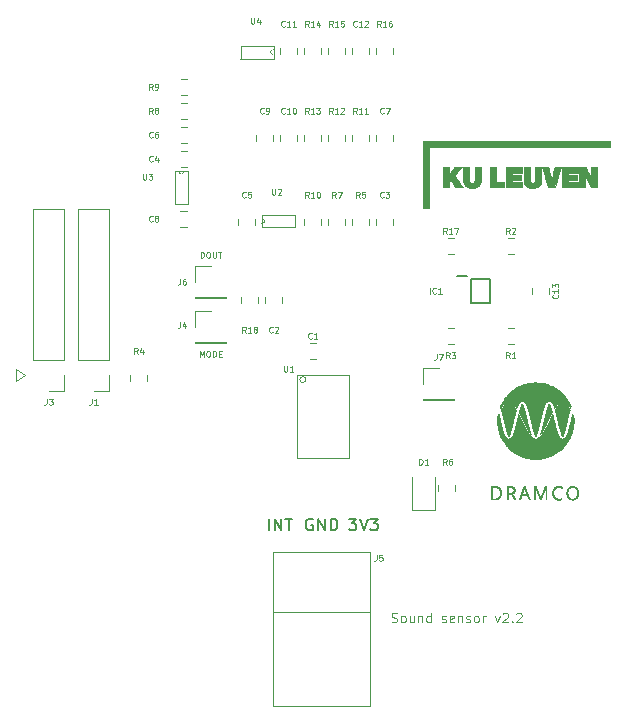
<source format=gto>
G04 #@! TF.GenerationSoftware,KiCad,Pcbnew,(5.1.6)-1*
G04 #@! TF.CreationDate,2021-02-22T13:26:00+01:00*
G04 #@! TF.ProjectId,SoundModulev2,536f756e-644d-46f6-9475-6c6576322e6b,rev?*
G04 #@! TF.SameCoordinates,Original*
G04 #@! TF.FileFunction,Legend,Top*
G04 #@! TF.FilePolarity,Positive*
%FSLAX46Y46*%
G04 Gerber Fmt 4.6, Leading zero omitted, Abs format (unit mm)*
G04 Created by KiCad (PCBNEW (5.1.6)-1) date 2021-02-22 13:26:00*
%MOMM*%
%LPD*%
G01*
G04 APERTURE LIST*
%ADD10C,0.125000*%
%ADD11C,0.120000*%
%ADD12C,0.150000*%
%ADD13C,0.010000*%
%ADD14C,0.200000*%
%ADD15C,0.070000*%
G04 APERTURE END LIST*
D10*
X112196358Y-82882870D02*
X112196358Y-82382870D01*
X112363024Y-82740013D01*
X112529691Y-82382870D01*
X112529691Y-82882870D01*
X112863024Y-82382870D02*
X112958262Y-82382870D01*
X113005881Y-82406680D01*
X113053500Y-82454299D01*
X113077310Y-82549537D01*
X113077310Y-82716203D01*
X113053500Y-82811441D01*
X113005881Y-82859060D01*
X112958262Y-82882870D01*
X112863024Y-82882870D01*
X112815405Y-82859060D01*
X112767786Y-82811441D01*
X112743977Y-82716203D01*
X112743977Y-82549537D01*
X112767786Y-82454299D01*
X112815405Y-82406680D01*
X112863024Y-82382870D01*
X113291596Y-82882870D02*
X113291596Y-82382870D01*
X113410643Y-82382870D01*
X113482072Y-82406680D01*
X113529691Y-82454299D01*
X113553500Y-82501918D01*
X113577310Y-82597156D01*
X113577310Y-82668584D01*
X113553500Y-82763822D01*
X113529691Y-82811441D01*
X113482072Y-82859060D01*
X113410643Y-82882870D01*
X113291596Y-82882870D01*
X113791596Y-82620965D02*
X113958262Y-82620965D01*
X114029691Y-82882870D02*
X113791596Y-82882870D01*
X113791596Y-82382870D01*
X114029691Y-82382870D01*
X112255881Y-74500870D02*
X112255881Y-74000870D01*
X112374929Y-74000870D01*
X112446358Y-74024680D01*
X112493977Y-74072299D01*
X112517786Y-74119918D01*
X112541596Y-74215156D01*
X112541596Y-74286584D01*
X112517786Y-74381822D01*
X112493977Y-74429441D01*
X112446358Y-74477060D01*
X112374929Y-74500870D01*
X112255881Y-74500870D01*
X112851120Y-74000870D02*
X112946358Y-74000870D01*
X112993977Y-74024680D01*
X113041596Y-74072299D01*
X113065405Y-74167537D01*
X113065405Y-74334203D01*
X113041596Y-74429441D01*
X112993977Y-74477060D01*
X112946358Y-74500870D01*
X112851120Y-74500870D01*
X112803500Y-74477060D01*
X112755881Y-74429441D01*
X112732072Y-74334203D01*
X112732072Y-74167537D01*
X112755881Y-74072299D01*
X112803500Y-74024680D01*
X112851120Y-74000870D01*
X113279691Y-74000870D02*
X113279691Y-74405632D01*
X113303500Y-74453251D01*
X113327310Y-74477060D01*
X113374929Y-74500870D01*
X113470167Y-74500870D01*
X113517786Y-74477060D01*
X113541596Y-74453251D01*
X113565405Y-74405632D01*
X113565405Y-74000870D01*
X113732072Y-74000870D02*
X114017786Y-74000870D01*
X113874929Y-74500870D02*
X113874929Y-74000870D01*
X128424358Y-105332489D02*
X128538643Y-105370584D01*
X128729120Y-105370584D01*
X128805310Y-105332489D01*
X128843405Y-105294394D01*
X128881500Y-105218203D01*
X128881500Y-105142013D01*
X128843405Y-105065822D01*
X128805310Y-105027727D01*
X128729120Y-104989632D01*
X128576739Y-104951537D01*
X128500548Y-104913441D01*
X128462453Y-104875346D01*
X128424358Y-104799156D01*
X128424358Y-104722965D01*
X128462453Y-104646775D01*
X128500548Y-104608680D01*
X128576739Y-104570584D01*
X128767215Y-104570584D01*
X128881500Y-104608680D01*
X129338643Y-105370584D02*
X129262453Y-105332489D01*
X129224358Y-105294394D01*
X129186262Y-105218203D01*
X129186262Y-104989632D01*
X129224358Y-104913441D01*
X129262453Y-104875346D01*
X129338643Y-104837251D01*
X129452929Y-104837251D01*
X129529120Y-104875346D01*
X129567215Y-104913441D01*
X129605310Y-104989632D01*
X129605310Y-105218203D01*
X129567215Y-105294394D01*
X129529120Y-105332489D01*
X129452929Y-105370584D01*
X129338643Y-105370584D01*
X130291024Y-104837251D02*
X130291024Y-105370584D01*
X129948167Y-104837251D02*
X129948167Y-105256299D01*
X129986262Y-105332489D01*
X130062453Y-105370584D01*
X130176739Y-105370584D01*
X130252929Y-105332489D01*
X130291024Y-105294394D01*
X130671977Y-104837251D02*
X130671977Y-105370584D01*
X130671977Y-104913441D02*
X130710072Y-104875346D01*
X130786262Y-104837251D01*
X130900548Y-104837251D01*
X130976739Y-104875346D01*
X131014834Y-104951537D01*
X131014834Y-105370584D01*
X131738643Y-105370584D02*
X131738643Y-104570584D01*
X131738643Y-105332489D02*
X131662453Y-105370584D01*
X131510072Y-105370584D01*
X131433881Y-105332489D01*
X131395786Y-105294394D01*
X131357691Y-105218203D01*
X131357691Y-104989632D01*
X131395786Y-104913441D01*
X131433881Y-104875346D01*
X131510072Y-104837251D01*
X131662453Y-104837251D01*
X131738643Y-104875346D01*
X132691024Y-105332489D02*
X132767215Y-105370584D01*
X132919596Y-105370584D01*
X132995786Y-105332489D01*
X133033881Y-105256299D01*
X133033881Y-105218203D01*
X132995786Y-105142013D01*
X132919596Y-105103918D01*
X132805310Y-105103918D01*
X132729120Y-105065822D01*
X132691024Y-104989632D01*
X132691024Y-104951537D01*
X132729120Y-104875346D01*
X132805310Y-104837251D01*
X132919596Y-104837251D01*
X132995786Y-104875346D01*
X133681500Y-105332489D02*
X133605310Y-105370584D01*
X133452929Y-105370584D01*
X133376739Y-105332489D01*
X133338643Y-105256299D01*
X133338643Y-104951537D01*
X133376739Y-104875346D01*
X133452929Y-104837251D01*
X133605310Y-104837251D01*
X133681500Y-104875346D01*
X133719596Y-104951537D01*
X133719596Y-105027727D01*
X133338643Y-105103918D01*
X134062453Y-104837251D02*
X134062453Y-105370584D01*
X134062453Y-104913441D02*
X134100548Y-104875346D01*
X134176739Y-104837251D01*
X134291024Y-104837251D01*
X134367215Y-104875346D01*
X134405310Y-104951537D01*
X134405310Y-105370584D01*
X134748167Y-105332489D02*
X134824358Y-105370584D01*
X134976739Y-105370584D01*
X135052929Y-105332489D01*
X135091024Y-105256299D01*
X135091024Y-105218203D01*
X135052929Y-105142013D01*
X134976739Y-105103918D01*
X134862453Y-105103918D01*
X134786262Y-105065822D01*
X134748167Y-104989632D01*
X134748167Y-104951537D01*
X134786262Y-104875346D01*
X134862453Y-104837251D01*
X134976739Y-104837251D01*
X135052929Y-104875346D01*
X135548167Y-105370584D02*
X135471977Y-105332489D01*
X135433881Y-105294394D01*
X135395786Y-105218203D01*
X135395786Y-104989632D01*
X135433881Y-104913441D01*
X135471977Y-104875346D01*
X135548167Y-104837251D01*
X135662453Y-104837251D01*
X135738643Y-104875346D01*
X135776739Y-104913441D01*
X135814834Y-104989632D01*
X135814834Y-105218203D01*
X135776739Y-105294394D01*
X135738643Y-105332489D01*
X135662453Y-105370584D01*
X135548167Y-105370584D01*
X136157691Y-105370584D02*
X136157691Y-104837251D01*
X136157691Y-104989632D02*
X136195786Y-104913441D01*
X136233881Y-104875346D01*
X136310072Y-104837251D01*
X136386262Y-104837251D01*
X137186262Y-104837251D02*
X137376739Y-105370584D01*
X137567215Y-104837251D01*
X137833881Y-104646775D02*
X137871977Y-104608680D01*
X137948167Y-104570584D01*
X138138643Y-104570584D01*
X138214834Y-104608680D01*
X138252929Y-104646775D01*
X138291024Y-104722965D01*
X138291024Y-104799156D01*
X138252929Y-104913441D01*
X137795786Y-105370584D01*
X138291024Y-105370584D01*
X138633881Y-105294394D02*
X138671977Y-105332489D01*
X138633881Y-105370584D01*
X138595786Y-105332489D01*
X138633881Y-105294394D01*
X138633881Y-105370584D01*
X138976739Y-104646775D02*
X139014834Y-104608680D01*
X139091024Y-104570584D01*
X139281500Y-104570584D01*
X139357691Y-104608680D01*
X139395786Y-104646775D01*
X139433881Y-104722965D01*
X139433881Y-104799156D01*
X139395786Y-104913441D01*
X138938643Y-105370584D01*
X139433881Y-105370584D01*
D11*
X97353120Y-84434680D02*
X96591120Y-83926680D01*
X96591120Y-84942680D02*
X97353120Y-84434680D01*
X96591120Y-83926680D02*
X96591120Y-84942680D01*
D12*
X124817024Y-96587060D02*
X125436072Y-96587060D01*
X125102739Y-96968013D01*
X125245596Y-96968013D01*
X125340834Y-97015632D01*
X125388453Y-97063251D01*
X125436072Y-97158489D01*
X125436072Y-97396584D01*
X125388453Y-97491822D01*
X125340834Y-97539441D01*
X125245596Y-97587060D01*
X124959881Y-97587060D01*
X124864643Y-97539441D01*
X124817024Y-97491822D01*
X125721786Y-96587060D02*
X126055120Y-97587060D01*
X126388453Y-96587060D01*
X126626548Y-96587060D02*
X127245596Y-96587060D01*
X126912262Y-96968013D01*
X127055120Y-96968013D01*
X127150358Y-97015632D01*
X127197977Y-97063251D01*
X127245596Y-97158489D01*
X127245596Y-97396584D01*
X127197977Y-97491822D01*
X127150358Y-97539441D01*
X127055120Y-97587060D01*
X126769405Y-97587060D01*
X126674167Y-97539441D01*
X126626548Y-97491822D01*
X121737215Y-96634680D02*
X121641977Y-96587060D01*
X121499120Y-96587060D01*
X121356262Y-96634680D01*
X121261024Y-96729918D01*
X121213405Y-96825156D01*
X121165786Y-97015632D01*
X121165786Y-97158489D01*
X121213405Y-97348965D01*
X121261024Y-97444203D01*
X121356262Y-97539441D01*
X121499120Y-97587060D01*
X121594358Y-97587060D01*
X121737215Y-97539441D01*
X121784834Y-97491822D01*
X121784834Y-97158489D01*
X121594358Y-97158489D01*
X122213405Y-97587060D02*
X122213405Y-96587060D01*
X122784834Y-97587060D01*
X122784834Y-96587060D01*
X123261024Y-97587060D02*
X123261024Y-96587060D01*
X123499120Y-96587060D01*
X123641977Y-96634680D01*
X123737215Y-96729918D01*
X123784834Y-96825156D01*
X123832453Y-97015632D01*
X123832453Y-97158489D01*
X123784834Y-97348965D01*
X123737215Y-97444203D01*
X123641977Y-97539441D01*
X123499120Y-97587060D01*
X123261024Y-97587060D01*
X118038358Y-97587060D02*
X118038358Y-96587060D01*
X118514548Y-97587060D02*
X118514548Y-96587060D01*
X119085977Y-97587060D01*
X119085977Y-96587060D01*
X119419310Y-96587060D02*
X119990739Y-96587060D01*
X119705024Y-97587060D02*
X119705024Y-96587060D01*
D13*
G36*
X141738154Y-86854238D02*
G01*
X141743420Y-86862922D01*
X141750386Y-86876550D01*
X141753100Y-86881908D01*
X141773757Y-86924521D01*
X141794504Y-86971480D01*
X141815442Y-87023076D01*
X141836672Y-87079599D01*
X141858296Y-87141339D01*
X141880415Y-87208589D01*
X141903131Y-87281637D01*
X141926545Y-87360776D01*
X141950757Y-87446295D01*
X141954165Y-87458607D01*
X141961165Y-87484169D01*
X141967540Y-87507847D01*
X141973070Y-87528793D01*
X141977537Y-87546163D01*
X141980721Y-87559112D01*
X141982403Y-87566793D01*
X141982613Y-87568367D01*
X141981109Y-87573035D01*
X141976863Y-87582869D01*
X141970274Y-87597031D01*
X141961740Y-87614687D01*
X141951659Y-87634999D01*
X141940430Y-87657132D01*
X141938899Y-87660113D01*
X141925056Y-87687221D01*
X141910218Y-87716630D01*
X141894222Y-87748683D01*
X141876899Y-87783723D01*
X141858086Y-87822091D01*
X141837614Y-87864129D01*
X141815320Y-87910180D01*
X141791036Y-87960584D01*
X141764597Y-88015686D01*
X141735836Y-88075826D01*
X141704589Y-88141346D01*
X141670688Y-88212589D01*
X141662679Y-88229440D01*
X141617615Y-88324013D01*
X141575097Y-88412691D01*
X141534961Y-88495787D01*
X141497042Y-88573612D01*
X141461176Y-88646478D01*
X141427199Y-88714699D01*
X141394946Y-88778587D01*
X141364253Y-88838453D01*
X141334957Y-88894611D01*
X141306892Y-88947372D01*
X141279895Y-88997049D01*
X141253801Y-89043954D01*
X141228446Y-89088400D01*
X141203665Y-89130699D01*
X141179295Y-89171163D01*
X141155171Y-89210104D01*
X141131130Y-89247836D01*
X141110559Y-89279306D01*
X141094149Y-89303825D01*
X141077499Y-89328160D01*
X141061036Y-89351731D01*
X141045191Y-89373958D01*
X141030395Y-89394262D01*
X141017077Y-89412062D01*
X141005667Y-89426778D01*
X140996595Y-89437831D01*
X140990291Y-89444641D01*
X140987185Y-89446628D01*
X140986933Y-89446031D01*
X140988051Y-89442568D01*
X140991136Y-89433882D01*
X140995781Y-89421096D01*
X141001580Y-89405329D01*
X141005084Y-89395877D01*
X141017193Y-89362738D01*
X141029231Y-89328624D01*
X141041277Y-89293241D01*
X141053409Y-89256296D01*
X141065707Y-89217495D01*
X141078249Y-89176544D01*
X141091114Y-89133149D01*
X141104382Y-89087017D01*
X141118131Y-89037855D01*
X141132439Y-88985368D01*
X141147387Y-88929263D01*
X141163053Y-88869246D01*
X141179515Y-88805024D01*
X141196853Y-88736303D01*
X141215146Y-88662789D01*
X141234473Y-88584188D01*
X141254912Y-88500208D01*
X141276543Y-88410553D01*
X141299444Y-88314931D01*
X141323694Y-88213049D01*
X141329045Y-88190493D01*
X141346873Y-88115573D01*
X141364508Y-88041980D01*
X141381817Y-87970254D01*
X141398666Y-87900936D01*
X141414922Y-87834566D01*
X141430451Y-87771687D01*
X141445120Y-87712838D01*
X141458796Y-87658560D01*
X141471344Y-87609395D01*
X141482632Y-87565883D01*
X141490303Y-87536866D01*
X141516906Y-87439262D01*
X141542813Y-87348338D01*
X141568044Y-87264040D01*
X141592616Y-87186311D01*
X141616549Y-87115098D01*
X141639860Y-87050345D01*
X141662569Y-86991997D01*
X141684694Y-86939998D01*
X141706253Y-86894294D01*
X141708107Y-86890605D01*
X141717394Y-86872155D01*
X141724207Y-86859454D01*
X141729382Y-86852342D01*
X141733752Y-86850657D01*
X141738154Y-86854238D01*
G37*
X141738154Y-86854238D02*
X141743420Y-86862922D01*
X141750386Y-86876550D01*
X141753100Y-86881908D01*
X141773757Y-86924521D01*
X141794504Y-86971480D01*
X141815442Y-87023076D01*
X141836672Y-87079599D01*
X141858296Y-87141339D01*
X141880415Y-87208589D01*
X141903131Y-87281637D01*
X141926545Y-87360776D01*
X141950757Y-87446295D01*
X141954165Y-87458607D01*
X141961165Y-87484169D01*
X141967540Y-87507847D01*
X141973070Y-87528793D01*
X141977537Y-87546163D01*
X141980721Y-87559112D01*
X141982403Y-87566793D01*
X141982613Y-87568367D01*
X141981109Y-87573035D01*
X141976863Y-87582869D01*
X141970274Y-87597031D01*
X141961740Y-87614687D01*
X141951659Y-87634999D01*
X141940430Y-87657132D01*
X141938899Y-87660113D01*
X141925056Y-87687221D01*
X141910218Y-87716630D01*
X141894222Y-87748683D01*
X141876899Y-87783723D01*
X141858086Y-87822091D01*
X141837614Y-87864129D01*
X141815320Y-87910180D01*
X141791036Y-87960584D01*
X141764597Y-88015686D01*
X141735836Y-88075826D01*
X141704589Y-88141346D01*
X141670688Y-88212589D01*
X141662679Y-88229440D01*
X141617615Y-88324013D01*
X141575097Y-88412691D01*
X141534961Y-88495787D01*
X141497042Y-88573612D01*
X141461176Y-88646478D01*
X141427199Y-88714699D01*
X141394946Y-88778587D01*
X141364253Y-88838453D01*
X141334957Y-88894611D01*
X141306892Y-88947372D01*
X141279895Y-88997049D01*
X141253801Y-89043954D01*
X141228446Y-89088400D01*
X141203665Y-89130699D01*
X141179295Y-89171163D01*
X141155171Y-89210104D01*
X141131130Y-89247836D01*
X141110559Y-89279306D01*
X141094149Y-89303825D01*
X141077499Y-89328160D01*
X141061036Y-89351731D01*
X141045191Y-89373958D01*
X141030395Y-89394262D01*
X141017077Y-89412062D01*
X141005667Y-89426778D01*
X140996595Y-89437831D01*
X140990291Y-89444641D01*
X140987185Y-89446628D01*
X140986933Y-89446031D01*
X140988051Y-89442568D01*
X140991136Y-89433882D01*
X140995781Y-89421096D01*
X141001580Y-89405329D01*
X141005084Y-89395877D01*
X141017193Y-89362738D01*
X141029231Y-89328624D01*
X141041277Y-89293241D01*
X141053409Y-89256296D01*
X141065707Y-89217495D01*
X141078249Y-89176544D01*
X141091114Y-89133149D01*
X141104382Y-89087017D01*
X141118131Y-89037855D01*
X141132439Y-88985368D01*
X141147387Y-88929263D01*
X141163053Y-88869246D01*
X141179515Y-88805024D01*
X141196853Y-88736303D01*
X141215146Y-88662789D01*
X141234473Y-88584188D01*
X141254912Y-88500208D01*
X141276543Y-88410553D01*
X141299444Y-88314931D01*
X141323694Y-88213049D01*
X141329045Y-88190493D01*
X141346873Y-88115573D01*
X141364508Y-88041980D01*
X141381817Y-87970254D01*
X141398666Y-87900936D01*
X141414922Y-87834566D01*
X141430451Y-87771687D01*
X141445120Y-87712838D01*
X141458796Y-87658560D01*
X141471344Y-87609395D01*
X141482632Y-87565883D01*
X141490303Y-87536866D01*
X141516906Y-87439262D01*
X141542813Y-87348338D01*
X141568044Y-87264040D01*
X141592616Y-87186311D01*
X141616549Y-87115098D01*
X141639860Y-87050345D01*
X141662569Y-86991997D01*
X141684694Y-86939998D01*
X141706253Y-86894294D01*
X141708107Y-86890605D01*
X141717394Y-86872155D01*
X141724207Y-86859454D01*
X141729382Y-86852342D01*
X141733752Y-86850657D01*
X141738154Y-86854238D01*
G36*
X139458930Y-86848948D02*
G01*
X139463794Y-86857232D01*
X139470482Y-86869942D01*
X139478570Y-86886176D01*
X139487630Y-86905038D01*
X139497239Y-86925627D01*
X139506969Y-86947044D01*
X139516397Y-86968391D01*
X139525095Y-86988769D01*
X139532436Y-87006766D01*
X139545830Y-87041215D01*
X139559053Y-87076511D01*
X139572188Y-87112956D01*
X139585318Y-87150854D01*
X139598526Y-87190506D01*
X139611897Y-87232213D01*
X139625513Y-87276278D01*
X139639458Y-87323002D01*
X139653814Y-87372687D01*
X139668667Y-87425637D01*
X139684098Y-87482151D01*
X139700192Y-87542532D01*
X139717031Y-87607083D01*
X139734700Y-87676105D01*
X139753280Y-87749900D01*
X139772857Y-87828770D01*
X139793513Y-87913016D01*
X139815332Y-88002942D01*
X139838397Y-88098848D01*
X139862791Y-88201037D01*
X139865922Y-88214200D01*
X139887937Y-88306606D01*
X139908563Y-88392779D01*
X139927898Y-88473094D01*
X139946037Y-88547926D01*
X139963079Y-88617651D01*
X139979119Y-88682643D01*
X139994255Y-88743279D01*
X140008584Y-88799933D01*
X140022202Y-88852980D01*
X140035206Y-88902796D01*
X140047694Y-88949755D01*
X140059762Y-88994234D01*
X140071507Y-89036608D01*
X140083026Y-89077250D01*
X140094416Y-89116538D01*
X140105774Y-89154846D01*
X140117196Y-89192549D01*
X140125618Y-89219863D01*
X140134620Y-89248403D01*
X140144358Y-89278487D01*
X140154460Y-89309024D01*
X140164553Y-89338925D01*
X140174262Y-89367099D01*
X140183217Y-89392457D01*
X140191043Y-89413909D01*
X140197367Y-89430365D01*
X140199167Y-89434766D01*
X140202267Y-89443202D01*
X140203454Y-89448624D01*
X140203274Y-89449414D01*
X140200909Y-89447285D01*
X140195170Y-89440508D01*
X140186699Y-89429891D01*
X140176139Y-89416238D01*
X140164131Y-89400358D01*
X140163072Y-89398941D01*
X140137930Y-89364727D01*
X140112973Y-89329591D01*
X140088052Y-89293260D01*
X140063019Y-89255459D01*
X140037725Y-89215913D01*
X140012021Y-89174347D01*
X139985758Y-89130486D01*
X139958787Y-89084057D01*
X139930959Y-89034784D01*
X139902126Y-88982392D01*
X139872138Y-88926607D01*
X139840847Y-88867155D01*
X139808104Y-88803760D01*
X139773760Y-88736148D01*
X139737666Y-88664044D01*
X139699674Y-88587174D01*
X139659634Y-88505263D01*
X139617397Y-88418036D01*
X139572815Y-88325218D01*
X139525739Y-88226535D01*
X139511830Y-88197266D01*
X139490352Y-88152164D01*
X139467483Y-88104374D01*
X139443712Y-88054908D01*
X139419530Y-88004777D01*
X139395427Y-87954993D01*
X139371894Y-87906566D01*
X139349421Y-87860510D01*
X139328499Y-87817835D01*
X139309617Y-87779553D01*
X139297618Y-87755391D01*
X139204822Y-87569209D01*
X139225928Y-87491231D01*
X139253005Y-87393554D01*
X139279551Y-87302575D01*
X139305581Y-87218241D01*
X139331114Y-87140498D01*
X139356166Y-87069294D01*
X139377190Y-87013626D01*
X139383586Y-86997889D01*
X139391442Y-86979510D01*
X139400326Y-86959405D01*
X139409806Y-86938490D01*
X139419451Y-86917682D01*
X139428826Y-86897896D01*
X139437501Y-86880047D01*
X139445042Y-86865053D01*
X139451018Y-86853829D01*
X139454996Y-86847290D01*
X139456316Y-86845986D01*
X139458930Y-86848948D01*
G37*
X139458930Y-86848948D02*
X139463794Y-86857232D01*
X139470482Y-86869942D01*
X139478570Y-86886176D01*
X139487630Y-86905038D01*
X139497239Y-86925627D01*
X139506969Y-86947044D01*
X139516397Y-86968391D01*
X139525095Y-86988769D01*
X139532436Y-87006766D01*
X139545830Y-87041215D01*
X139559053Y-87076511D01*
X139572188Y-87112956D01*
X139585318Y-87150854D01*
X139598526Y-87190506D01*
X139611897Y-87232213D01*
X139625513Y-87276278D01*
X139639458Y-87323002D01*
X139653814Y-87372687D01*
X139668667Y-87425637D01*
X139684098Y-87482151D01*
X139700192Y-87542532D01*
X139717031Y-87607083D01*
X139734700Y-87676105D01*
X139753280Y-87749900D01*
X139772857Y-87828770D01*
X139793513Y-87913016D01*
X139815332Y-88002942D01*
X139838397Y-88098848D01*
X139862791Y-88201037D01*
X139865922Y-88214200D01*
X139887937Y-88306606D01*
X139908563Y-88392779D01*
X139927898Y-88473094D01*
X139946037Y-88547926D01*
X139963079Y-88617651D01*
X139979119Y-88682643D01*
X139994255Y-88743279D01*
X140008584Y-88799933D01*
X140022202Y-88852980D01*
X140035206Y-88902796D01*
X140047694Y-88949755D01*
X140059762Y-88994234D01*
X140071507Y-89036608D01*
X140083026Y-89077250D01*
X140094416Y-89116538D01*
X140105774Y-89154846D01*
X140117196Y-89192549D01*
X140125618Y-89219863D01*
X140134620Y-89248403D01*
X140144358Y-89278487D01*
X140154460Y-89309024D01*
X140164553Y-89338925D01*
X140174262Y-89367099D01*
X140183217Y-89392457D01*
X140191043Y-89413909D01*
X140197367Y-89430365D01*
X140199167Y-89434766D01*
X140202267Y-89443202D01*
X140203454Y-89448624D01*
X140203274Y-89449414D01*
X140200909Y-89447285D01*
X140195170Y-89440508D01*
X140186699Y-89429891D01*
X140176139Y-89416238D01*
X140164131Y-89400358D01*
X140163072Y-89398941D01*
X140137930Y-89364727D01*
X140112973Y-89329591D01*
X140088052Y-89293260D01*
X140063019Y-89255459D01*
X140037725Y-89215913D01*
X140012021Y-89174347D01*
X139985758Y-89130486D01*
X139958787Y-89084057D01*
X139930959Y-89034784D01*
X139902126Y-88982392D01*
X139872138Y-88926607D01*
X139840847Y-88867155D01*
X139808104Y-88803760D01*
X139773760Y-88736148D01*
X139737666Y-88664044D01*
X139699674Y-88587174D01*
X139659634Y-88505263D01*
X139617397Y-88418036D01*
X139572815Y-88325218D01*
X139525739Y-88226535D01*
X139511830Y-88197266D01*
X139490352Y-88152164D01*
X139467483Y-88104374D01*
X139443712Y-88054908D01*
X139419530Y-88004777D01*
X139395427Y-87954993D01*
X139371894Y-87906566D01*
X139349421Y-87860510D01*
X139328499Y-87817835D01*
X139309617Y-87779553D01*
X139297618Y-87755391D01*
X139204822Y-87569209D01*
X139225928Y-87491231D01*
X139253005Y-87393554D01*
X139279551Y-87302575D01*
X139305581Y-87218241D01*
X139331114Y-87140498D01*
X139356166Y-87069294D01*
X139377190Y-87013626D01*
X139383586Y-86997889D01*
X139391442Y-86979510D01*
X139400326Y-86959405D01*
X139409806Y-86938490D01*
X139419451Y-86917682D01*
X139428826Y-86897896D01*
X139437501Y-86880047D01*
X139445042Y-86865053D01*
X139451018Y-86853829D01*
X139454996Y-86847290D01*
X139456316Y-86845986D01*
X139458930Y-86848948D01*
G36*
X138356730Y-86728336D02*
G01*
X138392287Y-86737772D01*
X138429303Y-86752997D01*
X138468447Y-86773987D01*
X138482493Y-86782515D01*
X138525877Y-86812543D01*
X138570343Y-86849180D01*
X138615833Y-86892355D01*
X138662287Y-86942001D01*
X138709649Y-86998048D01*
X138757861Y-87060427D01*
X138806864Y-87129069D01*
X138856600Y-87203906D01*
X138907011Y-87284868D01*
X138911196Y-87291815D01*
X138949123Y-87354928D01*
X138939848Y-87387477D01*
X138929234Y-87425227D01*
X138918049Y-87466002D01*
X138906220Y-87510094D01*
X138893674Y-87557794D01*
X138880338Y-87609394D01*
X138866139Y-87665187D01*
X138851004Y-87725464D01*
X138834859Y-87790517D01*
X138817631Y-87860637D01*
X138799248Y-87936117D01*
X138779636Y-88017248D01*
X138758722Y-88104323D01*
X138736432Y-88197632D01*
X138729664Y-88226053D01*
X138706830Y-88321765D01*
X138685367Y-88411216D01*
X138665183Y-88494754D01*
X138646185Y-88572732D01*
X138628282Y-88645500D01*
X138611381Y-88713409D01*
X138595390Y-88776811D01*
X138580215Y-88836055D01*
X138565765Y-88891492D01*
X138551948Y-88943474D01*
X138538670Y-88992352D01*
X138525840Y-89038476D01*
X138513365Y-89082197D01*
X138501153Y-89123866D01*
X138489112Y-89163833D01*
X138477148Y-89202451D01*
X138465170Y-89240069D01*
X138453086Y-89277039D01*
X138452335Y-89279306D01*
X138442858Y-89307438D01*
X138432605Y-89337086D01*
X138422164Y-89366603D01*
X138412123Y-89394340D01*
X138403072Y-89418648D01*
X138396711Y-89435093D01*
X138387766Y-89457038D01*
X138377990Y-89479989D01*
X138367784Y-89503103D01*
X138357549Y-89525542D01*
X138347685Y-89546464D01*
X138338594Y-89565028D01*
X138330676Y-89580394D01*
X138324332Y-89591721D01*
X138319962Y-89598168D01*
X138318415Y-89599346D01*
X138315727Y-89596477D01*
X138310720Y-89588587D01*
X138304021Y-89576758D01*
X138296258Y-89562066D01*
X138293026Y-89555692D01*
X138278950Y-89526791D01*
X138265000Y-89496456D01*
X138251107Y-89464439D01*
X138237197Y-89430491D01*
X138223199Y-89394365D01*
X138209040Y-89355812D01*
X138194649Y-89314585D01*
X138179954Y-89270435D01*
X138164883Y-89223114D01*
X138149363Y-89172374D01*
X138133323Y-89117967D01*
X138116691Y-89059646D01*
X138099395Y-88997160D01*
X138081363Y-88930264D01*
X138062523Y-88858708D01*
X138042803Y-88782244D01*
X138022131Y-88700625D01*
X138000435Y-88613602D01*
X137977643Y-88520927D01*
X137953683Y-88422352D01*
X137928483Y-88317629D01*
X137903397Y-88212506D01*
X137878865Y-88109701D01*
X137855483Y-88012457D01*
X137833282Y-87920897D01*
X137812291Y-87835142D01*
X137792540Y-87755315D01*
X137774060Y-87681535D01*
X137756882Y-87613925D01*
X137741034Y-87552606D01*
X137726548Y-87497701D01*
X137716742Y-87461346D01*
X137687381Y-87353652D01*
X137725637Y-87290319D01*
X137775387Y-87210198D01*
X137823927Y-87136594D01*
X137871361Y-87069379D01*
X137917795Y-87008426D01*
X137963334Y-86953606D01*
X138008086Y-86904793D01*
X138052155Y-86861860D01*
X138095646Y-86824678D01*
X138136493Y-86794588D01*
X138177371Y-86768801D01*
X138215687Y-86748944D01*
X138252110Y-86734992D01*
X138287312Y-86726923D01*
X138321962Y-86724712D01*
X138356730Y-86728336D01*
G37*
X138356730Y-86728336D02*
X138392287Y-86737772D01*
X138429303Y-86752997D01*
X138468447Y-86773987D01*
X138482493Y-86782515D01*
X138525877Y-86812543D01*
X138570343Y-86849180D01*
X138615833Y-86892355D01*
X138662287Y-86942001D01*
X138709649Y-86998048D01*
X138757861Y-87060427D01*
X138806864Y-87129069D01*
X138856600Y-87203906D01*
X138907011Y-87284868D01*
X138911196Y-87291815D01*
X138949123Y-87354928D01*
X138939848Y-87387477D01*
X138929234Y-87425227D01*
X138918049Y-87466002D01*
X138906220Y-87510094D01*
X138893674Y-87557794D01*
X138880338Y-87609394D01*
X138866139Y-87665187D01*
X138851004Y-87725464D01*
X138834859Y-87790517D01*
X138817631Y-87860637D01*
X138799248Y-87936117D01*
X138779636Y-88017248D01*
X138758722Y-88104323D01*
X138736432Y-88197632D01*
X138729664Y-88226053D01*
X138706830Y-88321765D01*
X138685367Y-88411216D01*
X138665183Y-88494754D01*
X138646185Y-88572732D01*
X138628282Y-88645500D01*
X138611381Y-88713409D01*
X138595390Y-88776811D01*
X138580215Y-88836055D01*
X138565765Y-88891492D01*
X138551948Y-88943474D01*
X138538670Y-88992352D01*
X138525840Y-89038476D01*
X138513365Y-89082197D01*
X138501153Y-89123866D01*
X138489112Y-89163833D01*
X138477148Y-89202451D01*
X138465170Y-89240069D01*
X138453086Y-89277039D01*
X138452335Y-89279306D01*
X138442858Y-89307438D01*
X138432605Y-89337086D01*
X138422164Y-89366603D01*
X138412123Y-89394340D01*
X138403072Y-89418648D01*
X138396711Y-89435093D01*
X138387766Y-89457038D01*
X138377990Y-89479989D01*
X138367784Y-89503103D01*
X138357549Y-89525542D01*
X138347685Y-89546464D01*
X138338594Y-89565028D01*
X138330676Y-89580394D01*
X138324332Y-89591721D01*
X138319962Y-89598168D01*
X138318415Y-89599346D01*
X138315727Y-89596477D01*
X138310720Y-89588587D01*
X138304021Y-89576758D01*
X138296258Y-89562066D01*
X138293026Y-89555692D01*
X138278950Y-89526791D01*
X138265000Y-89496456D01*
X138251107Y-89464439D01*
X138237197Y-89430491D01*
X138223199Y-89394365D01*
X138209040Y-89355812D01*
X138194649Y-89314585D01*
X138179954Y-89270435D01*
X138164883Y-89223114D01*
X138149363Y-89172374D01*
X138133323Y-89117967D01*
X138116691Y-89059646D01*
X138099395Y-88997160D01*
X138081363Y-88930264D01*
X138062523Y-88858708D01*
X138042803Y-88782244D01*
X138022131Y-88700625D01*
X138000435Y-88613602D01*
X137977643Y-88520927D01*
X137953683Y-88422352D01*
X137928483Y-88317629D01*
X137903397Y-88212506D01*
X137878865Y-88109701D01*
X137855483Y-88012457D01*
X137833282Y-87920897D01*
X137812291Y-87835142D01*
X137792540Y-87755315D01*
X137774060Y-87681535D01*
X137756882Y-87613925D01*
X137741034Y-87552606D01*
X137726548Y-87497701D01*
X137716742Y-87461346D01*
X137687381Y-87353652D01*
X137725637Y-87290319D01*
X137775387Y-87210198D01*
X137823927Y-87136594D01*
X137871361Y-87069379D01*
X137917795Y-87008426D01*
X137963334Y-86953606D01*
X138008086Y-86904793D01*
X138052155Y-86861860D01*
X138095646Y-86824678D01*
X138136493Y-86794588D01*
X138177371Y-86768801D01*
X138215687Y-86748944D01*
X138252110Y-86734992D01*
X138287312Y-86726923D01*
X138321962Y-86724712D01*
X138356730Y-86728336D01*
G36*
X142916768Y-86729780D02*
G01*
X142950409Y-86739871D01*
X142983373Y-86754034D01*
X143021288Y-86774192D01*
X143057839Y-86797431D01*
X143094004Y-86824496D01*
X143130764Y-86856131D01*
X143169099Y-86893080D01*
X143176499Y-86900616D01*
X143214487Y-86941195D01*
X143251967Y-86984522D01*
X143289353Y-87031160D01*
X143327057Y-87081672D01*
X143365492Y-87136622D01*
X143405072Y-87196572D01*
X143446209Y-87262086D01*
X143467851Y-87297704D01*
X143502239Y-87354875D01*
X143495766Y-87375597D01*
X143488076Y-87401176D01*
X143478958Y-87433239D01*
X143468445Y-87471657D01*
X143456569Y-87516301D01*
X143443363Y-87567040D01*
X143428859Y-87623745D01*
X143413089Y-87686287D01*
X143396088Y-87754536D01*
X143377886Y-87828362D01*
X143358517Y-87907636D01*
X143338014Y-87992229D01*
X143316408Y-88082010D01*
X143293733Y-88176851D01*
X143286451Y-88207426D01*
X143263663Y-88302994D01*
X143242260Y-88392299D01*
X143222151Y-88475687D01*
X143203245Y-88553507D01*
X143185450Y-88626104D01*
X143168677Y-88693828D01*
X143152835Y-88757024D01*
X143137831Y-88816040D01*
X143123576Y-88871224D01*
X143109979Y-88922922D01*
X143096948Y-88971482D01*
X143084393Y-89017250D01*
X143072223Y-89060575D01*
X143060347Y-89101804D01*
X143048674Y-89141283D01*
X143037114Y-89179360D01*
X143025574Y-89216382D01*
X143013965Y-89252697D01*
X143008059Y-89270840D01*
X142992103Y-89318235D01*
X142975557Y-89364885D01*
X142958757Y-89409952D01*
X142942041Y-89452595D01*
X142925744Y-89491977D01*
X142910205Y-89527257D01*
X142895760Y-89557596D01*
X142883800Y-89580292D01*
X142870720Y-89603572D01*
X142858656Y-89581986D01*
X142842608Y-89551216D01*
X142825408Y-89514403D01*
X142807276Y-89472136D01*
X142788434Y-89425005D01*
X142769102Y-89373599D01*
X142749500Y-89318508D01*
X142729851Y-89260321D01*
X142710374Y-89199627D01*
X142691291Y-89137016D01*
X142688801Y-89128600D01*
X142671405Y-89068374D01*
X142652854Y-89001835D01*
X142633238Y-88929325D01*
X142612650Y-88851190D01*
X142591183Y-88767772D01*
X142575392Y-88705266D01*
X142568632Y-88678278D01*
X142562225Y-88652621D01*
X142556046Y-88627773D01*
X142549969Y-88603212D01*
X142543867Y-88578415D01*
X142537614Y-88552861D01*
X142531084Y-88526027D01*
X142524152Y-88497391D01*
X142516690Y-88466431D01*
X142508574Y-88432624D01*
X142499676Y-88395448D01*
X142489871Y-88354382D01*
X142479033Y-88308902D01*
X142467036Y-88258487D01*
X142453753Y-88202615D01*
X142439059Y-88140763D01*
X142436392Y-88129533D01*
X142413985Y-88035528D01*
X142392912Y-87947827D01*
X142373090Y-87866107D01*
X142354439Y-87790047D01*
X142336878Y-87719326D01*
X142320327Y-87653622D01*
X142304704Y-87592614D01*
X142289929Y-87535982D01*
X142275922Y-87483402D01*
X142262601Y-87434554D01*
X142253834Y-87403093D01*
X142240498Y-87355680D01*
X142251006Y-87337053D01*
X142261562Y-87318845D01*
X142275083Y-87296302D01*
X142290763Y-87270715D01*
X142307795Y-87243373D01*
X142325375Y-87215569D01*
X142342696Y-87188593D01*
X142358952Y-87163737D01*
X142363052Y-87157560D01*
X142412161Y-87086492D01*
X142460670Y-87021616D01*
X142508507Y-86963009D01*
X142555600Y-86910749D01*
X142601875Y-86864916D01*
X142647262Y-86825588D01*
X142691689Y-86792844D01*
X142707360Y-86782728D01*
X142746893Y-86760004D01*
X142783579Y-86742943D01*
X142818163Y-86731468D01*
X142851391Y-86725500D01*
X142884011Y-86724964D01*
X142916768Y-86729780D01*
G37*
X142916768Y-86729780D02*
X142950409Y-86739871D01*
X142983373Y-86754034D01*
X143021288Y-86774192D01*
X143057839Y-86797431D01*
X143094004Y-86824496D01*
X143130764Y-86856131D01*
X143169099Y-86893080D01*
X143176499Y-86900616D01*
X143214487Y-86941195D01*
X143251967Y-86984522D01*
X143289353Y-87031160D01*
X143327057Y-87081672D01*
X143365492Y-87136622D01*
X143405072Y-87196572D01*
X143446209Y-87262086D01*
X143467851Y-87297704D01*
X143502239Y-87354875D01*
X143495766Y-87375597D01*
X143488076Y-87401176D01*
X143478958Y-87433239D01*
X143468445Y-87471657D01*
X143456569Y-87516301D01*
X143443363Y-87567040D01*
X143428859Y-87623745D01*
X143413089Y-87686287D01*
X143396088Y-87754536D01*
X143377886Y-87828362D01*
X143358517Y-87907636D01*
X143338014Y-87992229D01*
X143316408Y-88082010D01*
X143293733Y-88176851D01*
X143286451Y-88207426D01*
X143263663Y-88302994D01*
X143242260Y-88392299D01*
X143222151Y-88475687D01*
X143203245Y-88553507D01*
X143185450Y-88626104D01*
X143168677Y-88693828D01*
X143152835Y-88757024D01*
X143137831Y-88816040D01*
X143123576Y-88871224D01*
X143109979Y-88922922D01*
X143096948Y-88971482D01*
X143084393Y-89017250D01*
X143072223Y-89060575D01*
X143060347Y-89101804D01*
X143048674Y-89141283D01*
X143037114Y-89179360D01*
X143025574Y-89216382D01*
X143013965Y-89252697D01*
X143008059Y-89270840D01*
X142992103Y-89318235D01*
X142975557Y-89364885D01*
X142958757Y-89409952D01*
X142942041Y-89452595D01*
X142925744Y-89491977D01*
X142910205Y-89527257D01*
X142895760Y-89557596D01*
X142883800Y-89580292D01*
X142870720Y-89603572D01*
X142858656Y-89581986D01*
X142842608Y-89551216D01*
X142825408Y-89514403D01*
X142807276Y-89472136D01*
X142788434Y-89425005D01*
X142769102Y-89373599D01*
X142749500Y-89318508D01*
X142729851Y-89260321D01*
X142710374Y-89199627D01*
X142691291Y-89137016D01*
X142688801Y-89128600D01*
X142671405Y-89068374D01*
X142652854Y-89001835D01*
X142633238Y-88929325D01*
X142612650Y-88851190D01*
X142591183Y-88767772D01*
X142575392Y-88705266D01*
X142568632Y-88678278D01*
X142562225Y-88652621D01*
X142556046Y-88627773D01*
X142549969Y-88603212D01*
X142543867Y-88578415D01*
X142537614Y-88552861D01*
X142531084Y-88526027D01*
X142524152Y-88497391D01*
X142516690Y-88466431D01*
X142508574Y-88432624D01*
X142499676Y-88395448D01*
X142489871Y-88354382D01*
X142479033Y-88308902D01*
X142467036Y-88258487D01*
X142453753Y-88202615D01*
X142439059Y-88140763D01*
X142436392Y-88129533D01*
X142413985Y-88035528D01*
X142392912Y-87947827D01*
X142373090Y-87866107D01*
X142354439Y-87790047D01*
X142336878Y-87719326D01*
X142320327Y-87653622D01*
X142304704Y-87592614D01*
X142289929Y-87535982D01*
X142275922Y-87483402D01*
X142262601Y-87434554D01*
X142253834Y-87403093D01*
X142240498Y-87355680D01*
X142251006Y-87337053D01*
X142261562Y-87318845D01*
X142275083Y-87296302D01*
X142290763Y-87270715D01*
X142307795Y-87243373D01*
X142325375Y-87215569D01*
X142342696Y-87188593D01*
X142358952Y-87163737D01*
X142363052Y-87157560D01*
X142412161Y-87086492D01*
X142460670Y-87021616D01*
X142508507Y-86963009D01*
X142555600Y-86910749D01*
X142601875Y-86864916D01*
X142647262Y-86825588D01*
X142691689Y-86792844D01*
X142707360Y-86782728D01*
X142746893Y-86760004D01*
X142783579Y-86742943D01*
X142818163Y-86731468D01*
X142851391Y-86725500D01*
X142884011Y-86724964D01*
X142916768Y-86729780D01*
G36*
X140745017Y-85068007D02*
G01*
X140891741Y-85078051D01*
X141037436Y-85094702D01*
X141181902Y-85117893D01*
X141324936Y-85147554D01*
X141466337Y-85183616D01*
X141605904Y-85226012D01*
X141743435Y-85274673D01*
X141878729Y-85329531D01*
X142011585Y-85390516D01*
X142141801Y-85457561D01*
X142269175Y-85530597D01*
X142393506Y-85609555D01*
X142514593Y-85694367D01*
X142568506Y-85734836D01*
X142664485Y-85811729D01*
X142759536Y-85894355D01*
X142852588Y-85981674D01*
X142942574Y-86072645D01*
X143028422Y-86166229D01*
X143105254Y-86256706D01*
X143177338Y-86348740D01*
X143247842Y-86446073D01*
X143315783Y-86547258D01*
X143380182Y-86650848D01*
X143425508Y-86729146D01*
X143440386Y-86756390D01*
X143457234Y-86788434D01*
X143475350Y-86823857D01*
X143494032Y-86861235D01*
X143512578Y-86899145D01*
X143530285Y-86936165D01*
X143546451Y-86970873D01*
X143560374Y-87001844D01*
X143562313Y-87006281D01*
X143591533Y-87073443D01*
X143569992Y-87137927D01*
X143548451Y-87202412D01*
X143512626Y-87148659D01*
X143468081Y-87083803D01*
X143424753Y-87024816D01*
X143382105Y-86971025D01*
X143339602Y-86921758D01*
X143296708Y-86876342D01*
X143291683Y-86871294D01*
X143246043Y-86828178D01*
X143201365Y-86791137D01*
X143156969Y-86759674D01*
X143112174Y-86733294D01*
X143081586Y-86718210D01*
X143043732Y-86702243D01*
X143008124Y-86690245D01*
X142972219Y-86681537D01*
X142933472Y-86675439D01*
X142913560Y-86673281D01*
X142857231Y-86671259D01*
X142801291Y-86675997D01*
X142745753Y-86687490D01*
X142690634Y-86705735D01*
X142635948Y-86730728D01*
X142593906Y-86754716D01*
X142567830Y-86771597D01*
X142543592Y-86788902D01*
X142519906Y-86807686D01*
X142495484Y-86829004D01*
X142469039Y-86853912D01*
X142449790Y-86872892D01*
X142413769Y-86910235D01*
X142378931Y-86949155D01*
X142344540Y-86990576D01*
X142309855Y-87035424D01*
X142274138Y-87084624D01*
X142236651Y-87139100D01*
X142233816Y-87143322D01*
X142194451Y-87202036D01*
X142173600Y-87140005D01*
X142154392Y-87084142D01*
X142136161Y-87033881D01*
X142118494Y-86988196D01*
X142100976Y-86946058D01*
X142083195Y-86906440D01*
X142064737Y-86868317D01*
X142062014Y-86862920D01*
X142038332Y-86818825D01*
X142015012Y-86780924D01*
X141991599Y-86748683D01*
X141967637Y-86721573D01*
X141942670Y-86699062D01*
X141916244Y-86680618D01*
X141896253Y-86669656D01*
X141859933Y-86654957D01*
X141820045Y-86644515D01*
X141777762Y-86638288D01*
X141734256Y-86636233D01*
X141690699Y-86638309D01*
X141648262Y-86644474D01*
X141608118Y-86654685D01*
X141571438Y-86668901D01*
X141546905Y-86682167D01*
X141520832Y-86701180D01*
X141495243Y-86725490D01*
X141470026Y-86755286D01*
X141445067Y-86790753D01*
X141420251Y-86832080D01*
X141395465Y-86879452D01*
X141370596Y-86933058D01*
X141345529Y-86993084D01*
X141324649Y-87047493D01*
X141310619Y-87086101D01*
X141296608Y-87126218D01*
X141282530Y-87168156D01*
X141268300Y-87212226D01*
X141253834Y-87258742D01*
X141239046Y-87308015D01*
X141223851Y-87360359D01*
X141208164Y-87416085D01*
X141191900Y-87475507D01*
X141174975Y-87538935D01*
X141157302Y-87606684D01*
X141138797Y-87679065D01*
X141119375Y-87756390D01*
X141098950Y-87838973D01*
X141077439Y-87927125D01*
X141054755Y-88021159D01*
X141030813Y-88121387D01*
X141020838Y-88163400D01*
X140999835Y-88251869D01*
X140980241Y-88334126D01*
X140961955Y-88410562D01*
X140944880Y-88481569D01*
X140928917Y-88547538D01*
X140913966Y-88608860D01*
X140899928Y-88665928D01*
X140886705Y-88719132D01*
X140874198Y-88768863D01*
X140862308Y-88815513D01*
X140850935Y-88859474D01*
X140839981Y-88901137D01*
X140829348Y-88940894D01*
X140818935Y-88979135D01*
X140808644Y-89016252D01*
X140798377Y-89052636D01*
X140788033Y-89088680D01*
X140779868Y-89116746D01*
X140760636Y-89180792D01*
X140741024Y-89242866D01*
X140721244Y-89302403D01*
X140701504Y-89358838D01*
X140682015Y-89411607D01*
X140662987Y-89460143D01*
X140644631Y-89503882D01*
X140627157Y-89542258D01*
X140610775Y-89574706D01*
X140606816Y-89581931D01*
X140594793Y-89603462D01*
X140586068Y-89588575D01*
X140572663Y-89563887D01*
X140557878Y-89533377D01*
X140542007Y-89497786D01*
X140525343Y-89457854D01*
X140508180Y-89414322D01*
X140490811Y-89367930D01*
X140473530Y-89319421D01*
X140456630Y-89269535D01*
X140443385Y-89228506D01*
X140431606Y-89190761D01*
X140419930Y-89152474D01*
X140408259Y-89113271D01*
X140396497Y-89072774D01*
X140384545Y-89030607D01*
X140372305Y-88986395D01*
X140359679Y-88939760D01*
X140346571Y-88890327D01*
X140332881Y-88837720D01*
X140318512Y-88781562D01*
X140303367Y-88721477D01*
X140287348Y-88657089D01*
X140270356Y-88588022D01*
X140252295Y-88513899D01*
X140233066Y-88434345D01*
X140212571Y-88348982D01*
X140190713Y-88257436D01*
X140187662Y-88244624D01*
X140164618Y-88148029D01*
X140142962Y-88057705D01*
X140122605Y-87973311D01*
X140103458Y-87894507D01*
X140085431Y-87820955D01*
X140068435Y-87752314D01*
X140052381Y-87688244D01*
X140037178Y-87628405D01*
X140022739Y-87572458D01*
X140008974Y-87520063D01*
X139995793Y-87470880D01*
X139983107Y-87424569D01*
X139970826Y-87380790D01*
X139958862Y-87339204D01*
X139947126Y-87299470D01*
X139935527Y-87261250D01*
X139923976Y-87224202D01*
X139912385Y-87187988D01*
X139900664Y-87152266D01*
X139900172Y-87150786D01*
X139875722Y-87079454D01*
X139851889Y-87014595D01*
X139828513Y-86955953D01*
X139805434Y-86903275D01*
X139782493Y-86856303D01*
X139759531Y-86814783D01*
X139736388Y-86778459D01*
X139712905Y-86747076D01*
X139688921Y-86720379D01*
X139664278Y-86698112D01*
X139638817Y-86680019D01*
X139612376Y-86665846D01*
X139592328Y-86657814D01*
X139550795Y-86646312D01*
X139506072Y-86639214D01*
X139459813Y-86636535D01*
X139413670Y-86638292D01*
X139369298Y-86644502D01*
X139328379Y-86655171D01*
X139308941Y-86662036D01*
X139293521Y-86668622D01*
X139279552Y-86676250D01*
X139264470Y-86686240D01*
X139255466Y-86692713D01*
X139230868Y-86713243D01*
X139206682Y-86738671D01*
X139182795Y-86769207D01*
X139159093Y-86805061D01*
X139135462Y-86846444D01*
X139111790Y-86893564D01*
X139087962Y-86946632D01*
X139063865Y-87005857D01*
X139039386Y-87071450D01*
X139019114Y-87129645D01*
X138994735Y-87201637D01*
X138951917Y-87138112D01*
X138914744Y-87084155D01*
X138879472Y-87035526D01*
X138845363Y-86991313D01*
X138811681Y-86950605D01*
X138777688Y-86912491D01*
X138742649Y-86876059D01*
X138729281Y-86862834D01*
X138687318Y-86823786D01*
X138646908Y-86790319D01*
X138607063Y-86761736D01*
X138566793Y-86737341D01*
X138525109Y-86716435D01*
X138515168Y-86712026D01*
X138461154Y-86692238D01*
X138405800Y-86678950D01*
X138349617Y-86672146D01*
X138293117Y-86671810D01*
X138236811Y-86677928D01*
X138181210Y-86690483D01*
X138126826Y-86709459D01*
X138093026Y-86724901D01*
X138045381Y-86751612D01*
X137997822Y-86783986D01*
X137950212Y-86822164D01*
X137902415Y-86866282D01*
X137854295Y-86916480D01*
X137805715Y-86972897D01*
X137756539Y-87035669D01*
X137706631Y-87104937D01*
X137679548Y-87144761D01*
X137667975Y-87162040D01*
X137657786Y-87177130D01*
X137649533Y-87189222D01*
X137643768Y-87197510D01*
X137641043Y-87201187D01*
X137640901Y-87201281D01*
X137639867Y-87197785D01*
X137636997Y-87188908D01*
X137632631Y-87175681D01*
X137627109Y-87159135D01*
X137620947Y-87140820D01*
X137600999Y-87081748D01*
X137626379Y-87022287D01*
X137685604Y-86892082D01*
X137751050Y-86764229D01*
X137822477Y-86639048D01*
X137899646Y-86516855D01*
X137982317Y-86397971D01*
X138070251Y-86282712D01*
X138163207Y-86171399D01*
X138260947Y-86064349D01*
X138363230Y-85961880D01*
X138469816Y-85864312D01*
X138546840Y-85799116D01*
X138663328Y-85708028D01*
X138783341Y-85622637D01*
X138906674Y-85543019D01*
X139033118Y-85469247D01*
X139162469Y-85401395D01*
X139294519Y-85339538D01*
X139429062Y-85283748D01*
X139565892Y-85234101D01*
X139704803Y-85190669D01*
X139845588Y-85153527D01*
X139988040Y-85122748D01*
X140131953Y-85098408D01*
X140277122Y-85080579D01*
X140423338Y-85069335D01*
X140570397Y-85064751D01*
X140597466Y-85064639D01*
X140745017Y-85068007D01*
G37*
X140745017Y-85068007D02*
X140891741Y-85078051D01*
X141037436Y-85094702D01*
X141181902Y-85117893D01*
X141324936Y-85147554D01*
X141466337Y-85183616D01*
X141605904Y-85226012D01*
X141743435Y-85274673D01*
X141878729Y-85329531D01*
X142011585Y-85390516D01*
X142141801Y-85457561D01*
X142269175Y-85530597D01*
X142393506Y-85609555D01*
X142514593Y-85694367D01*
X142568506Y-85734836D01*
X142664485Y-85811729D01*
X142759536Y-85894355D01*
X142852588Y-85981674D01*
X142942574Y-86072645D01*
X143028422Y-86166229D01*
X143105254Y-86256706D01*
X143177338Y-86348740D01*
X143247842Y-86446073D01*
X143315783Y-86547258D01*
X143380182Y-86650848D01*
X143425508Y-86729146D01*
X143440386Y-86756390D01*
X143457234Y-86788434D01*
X143475350Y-86823857D01*
X143494032Y-86861235D01*
X143512578Y-86899145D01*
X143530285Y-86936165D01*
X143546451Y-86970873D01*
X143560374Y-87001844D01*
X143562313Y-87006281D01*
X143591533Y-87073443D01*
X143569992Y-87137927D01*
X143548451Y-87202412D01*
X143512626Y-87148659D01*
X143468081Y-87083803D01*
X143424753Y-87024816D01*
X143382105Y-86971025D01*
X143339602Y-86921758D01*
X143296708Y-86876342D01*
X143291683Y-86871294D01*
X143246043Y-86828178D01*
X143201365Y-86791137D01*
X143156969Y-86759674D01*
X143112174Y-86733294D01*
X143081586Y-86718210D01*
X143043732Y-86702243D01*
X143008124Y-86690245D01*
X142972219Y-86681537D01*
X142933472Y-86675439D01*
X142913560Y-86673281D01*
X142857231Y-86671259D01*
X142801291Y-86675997D01*
X142745753Y-86687490D01*
X142690634Y-86705735D01*
X142635948Y-86730728D01*
X142593906Y-86754716D01*
X142567830Y-86771597D01*
X142543592Y-86788902D01*
X142519906Y-86807686D01*
X142495484Y-86829004D01*
X142469039Y-86853912D01*
X142449790Y-86872892D01*
X142413769Y-86910235D01*
X142378931Y-86949155D01*
X142344540Y-86990576D01*
X142309855Y-87035424D01*
X142274138Y-87084624D01*
X142236651Y-87139100D01*
X142233816Y-87143322D01*
X142194451Y-87202036D01*
X142173600Y-87140005D01*
X142154392Y-87084142D01*
X142136161Y-87033881D01*
X142118494Y-86988196D01*
X142100976Y-86946058D01*
X142083195Y-86906440D01*
X142064737Y-86868317D01*
X142062014Y-86862920D01*
X142038332Y-86818825D01*
X142015012Y-86780924D01*
X141991599Y-86748683D01*
X141967637Y-86721573D01*
X141942670Y-86699062D01*
X141916244Y-86680618D01*
X141896253Y-86669656D01*
X141859933Y-86654957D01*
X141820045Y-86644515D01*
X141777762Y-86638288D01*
X141734256Y-86636233D01*
X141690699Y-86638309D01*
X141648262Y-86644474D01*
X141608118Y-86654685D01*
X141571438Y-86668901D01*
X141546905Y-86682167D01*
X141520832Y-86701180D01*
X141495243Y-86725490D01*
X141470026Y-86755286D01*
X141445067Y-86790753D01*
X141420251Y-86832080D01*
X141395465Y-86879452D01*
X141370596Y-86933058D01*
X141345529Y-86993084D01*
X141324649Y-87047493D01*
X141310619Y-87086101D01*
X141296608Y-87126218D01*
X141282530Y-87168156D01*
X141268300Y-87212226D01*
X141253834Y-87258742D01*
X141239046Y-87308015D01*
X141223851Y-87360359D01*
X141208164Y-87416085D01*
X141191900Y-87475507D01*
X141174975Y-87538935D01*
X141157302Y-87606684D01*
X141138797Y-87679065D01*
X141119375Y-87756390D01*
X141098950Y-87838973D01*
X141077439Y-87927125D01*
X141054755Y-88021159D01*
X141030813Y-88121387D01*
X141020838Y-88163400D01*
X140999835Y-88251869D01*
X140980241Y-88334126D01*
X140961955Y-88410562D01*
X140944880Y-88481569D01*
X140928917Y-88547538D01*
X140913966Y-88608860D01*
X140899928Y-88665928D01*
X140886705Y-88719132D01*
X140874198Y-88768863D01*
X140862308Y-88815513D01*
X140850935Y-88859474D01*
X140839981Y-88901137D01*
X140829348Y-88940894D01*
X140818935Y-88979135D01*
X140808644Y-89016252D01*
X140798377Y-89052636D01*
X140788033Y-89088680D01*
X140779868Y-89116746D01*
X140760636Y-89180792D01*
X140741024Y-89242866D01*
X140721244Y-89302403D01*
X140701504Y-89358838D01*
X140682015Y-89411607D01*
X140662987Y-89460143D01*
X140644631Y-89503882D01*
X140627157Y-89542258D01*
X140610775Y-89574706D01*
X140606816Y-89581931D01*
X140594793Y-89603462D01*
X140586068Y-89588575D01*
X140572663Y-89563887D01*
X140557878Y-89533377D01*
X140542007Y-89497786D01*
X140525343Y-89457854D01*
X140508180Y-89414322D01*
X140490811Y-89367930D01*
X140473530Y-89319421D01*
X140456630Y-89269535D01*
X140443385Y-89228506D01*
X140431606Y-89190761D01*
X140419930Y-89152474D01*
X140408259Y-89113271D01*
X140396497Y-89072774D01*
X140384545Y-89030607D01*
X140372305Y-88986395D01*
X140359679Y-88939760D01*
X140346571Y-88890327D01*
X140332881Y-88837720D01*
X140318512Y-88781562D01*
X140303367Y-88721477D01*
X140287348Y-88657089D01*
X140270356Y-88588022D01*
X140252295Y-88513899D01*
X140233066Y-88434345D01*
X140212571Y-88348982D01*
X140190713Y-88257436D01*
X140187662Y-88244624D01*
X140164618Y-88148029D01*
X140142962Y-88057705D01*
X140122605Y-87973311D01*
X140103458Y-87894507D01*
X140085431Y-87820955D01*
X140068435Y-87752314D01*
X140052381Y-87688244D01*
X140037178Y-87628405D01*
X140022739Y-87572458D01*
X140008974Y-87520063D01*
X139995793Y-87470880D01*
X139983107Y-87424569D01*
X139970826Y-87380790D01*
X139958862Y-87339204D01*
X139947126Y-87299470D01*
X139935527Y-87261250D01*
X139923976Y-87224202D01*
X139912385Y-87187988D01*
X139900664Y-87152266D01*
X139900172Y-87150786D01*
X139875722Y-87079454D01*
X139851889Y-87014595D01*
X139828513Y-86955953D01*
X139805434Y-86903275D01*
X139782493Y-86856303D01*
X139759531Y-86814783D01*
X139736388Y-86778459D01*
X139712905Y-86747076D01*
X139688921Y-86720379D01*
X139664278Y-86698112D01*
X139638817Y-86680019D01*
X139612376Y-86665846D01*
X139592328Y-86657814D01*
X139550795Y-86646312D01*
X139506072Y-86639214D01*
X139459813Y-86636535D01*
X139413670Y-86638292D01*
X139369298Y-86644502D01*
X139328379Y-86655171D01*
X139308941Y-86662036D01*
X139293521Y-86668622D01*
X139279552Y-86676250D01*
X139264470Y-86686240D01*
X139255466Y-86692713D01*
X139230868Y-86713243D01*
X139206682Y-86738671D01*
X139182795Y-86769207D01*
X139159093Y-86805061D01*
X139135462Y-86846444D01*
X139111790Y-86893564D01*
X139087962Y-86946632D01*
X139063865Y-87005857D01*
X139039386Y-87071450D01*
X139019114Y-87129645D01*
X138994735Y-87201637D01*
X138951917Y-87138112D01*
X138914744Y-87084155D01*
X138879472Y-87035526D01*
X138845363Y-86991313D01*
X138811681Y-86950605D01*
X138777688Y-86912491D01*
X138742649Y-86876059D01*
X138729281Y-86862834D01*
X138687318Y-86823786D01*
X138646908Y-86790319D01*
X138607063Y-86761736D01*
X138566793Y-86737341D01*
X138525109Y-86716435D01*
X138515168Y-86712026D01*
X138461154Y-86692238D01*
X138405800Y-86678950D01*
X138349617Y-86672146D01*
X138293117Y-86671810D01*
X138236811Y-86677928D01*
X138181210Y-86690483D01*
X138126826Y-86709459D01*
X138093026Y-86724901D01*
X138045381Y-86751612D01*
X137997822Y-86783986D01*
X137950212Y-86822164D01*
X137902415Y-86866282D01*
X137854295Y-86916480D01*
X137805715Y-86972897D01*
X137756539Y-87035669D01*
X137706631Y-87104937D01*
X137679548Y-87144761D01*
X137667975Y-87162040D01*
X137657786Y-87177130D01*
X137649533Y-87189222D01*
X137643768Y-87197510D01*
X137641043Y-87201187D01*
X137640901Y-87201281D01*
X137639867Y-87197785D01*
X137636997Y-87188908D01*
X137632631Y-87175681D01*
X137627109Y-87159135D01*
X137620947Y-87140820D01*
X137600999Y-87081748D01*
X137626379Y-87022287D01*
X137685604Y-86892082D01*
X137751050Y-86764229D01*
X137822477Y-86639048D01*
X137899646Y-86516855D01*
X137982317Y-86397971D01*
X138070251Y-86282712D01*
X138163207Y-86171399D01*
X138260947Y-86064349D01*
X138363230Y-85961880D01*
X138469816Y-85864312D01*
X138546840Y-85799116D01*
X138663328Y-85708028D01*
X138783341Y-85622637D01*
X138906674Y-85543019D01*
X139033118Y-85469247D01*
X139162469Y-85401395D01*
X139294519Y-85339538D01*
X139429062Y-85283748D01*
X139565892Y-85234101D01*
X139704803Y-85190669D01*
X139845588Y-85153527D01*
X139988040Y-85122748D01*
X140131953Y-85098408D01*
X140277122Y-85080579D01*
X140423338Y-85069335D01*
X140570397Y-85064751D01*
X140597466Y-85064639D01*
X140745017Y-85068007D01*
G36*
X142030957Y-87754180D02*
G01*
X142031787Y-87756086D01*
X142032971Y-87759640D01*
X142034585Y-87765148D01*
X142036703Y-87772919D01*
X142039401Y-87783260D01*
X142042755Y-87796479D01*
X142046839Y-87812884D01*
X142051728Y-87832782D01*
X142057499Y-87856480D01*
X142064225Y-87884288D01*
X142071983Y-87916512D01*
X142080847Y-87953460D01*
X142090892Y-87995439D01*
X142102195Y-88042759D01*
X142114830Y-88095725D01*
X142128872Y-88154646D01*
X142144396Y-88219830D01*
X142145475Y-88224360D01*
X142157421Y-88274457D01*
X142169665Y-88325656D01*
X142182020Y-88377183D01*
X142194298Y-88428264D01*
X142206313Y-88478126D01*
X142217877Y-88525994D01*
X142228804Y-88571094D01*
X142238907Y-88612653D01*
X142247998Y-88649897D01*
X142255892Y-88682052D01*
X142262056Y-88706960D01*
X142288929Y-88813360D01*
X142314977Y-88913211D01*
X142340261Y-89006677D01*
X142364840Y-89093923D01*
X142388774Y-89175116D01*
X142412123Y-89250419D01*
X142434946Y-89319999D01*
X142457304Y-89384020D01*
X142479257Y-89442648D01*
X142500864Y-89496048D01*
X142522185Y-89544386D01*
X142543280Y-89587827D01*
X142564209Y-89626535D01*
X142585032Y-89660677D01*
X142605808Y-89690418D01*
X142626598Y-89715922D01*
X142628147Y-89717655D01*
X142646980Y-89736086D01*
X142669439Y-89754140D01*
X142693266Y-89770188D01*
X142716203Y-89782605D01*
X142721533Y-89784951D01*
X142753810Y-89796302D01*
X142788287Y-89804182D01*
X142826261Y-89808811D01*
X142869032Y-89810411D01*
X142871613Y-89810415D01*
X142914342Y-89809011D01*
X142952123Y-89804652D01*
X142986204Y-89797123D01*
X143017833Y-89786205D01*
X143022790Y-89784112D01*
X143044208Y-89773938D01*
X143062780Y-89762843D01*
X143080434Y-89749454D01*
X143099099Y-89732401D01*
X143107942Y-89723575D01*
X143132256Y-89695984D01*
X143156316Y-89662899D01*
X143180258Y-89624082D01*
X143204212Y-89579295D01*
X143228314Y-89528300D01*
X143252696Y-89470859D01*
X143260386Y-89451569D01*
X143276558Y-89409313D01*
X143292851Y-89364469D01*
X143309343Y-89316755D01*
X143326113Y-89265888D01*
X143343241Y-89211587D01*
X143360804Y-89153570D01*
X143378883Y-89091554D01*
X143397555Y-89025258D01*
X143416900Y-88954399D01*
X143436996Y-88878696D01*
X143457923Y-88797867D01*
X143479759Y-88711629D01*
X143502583Y-88619701D01*
X143526475Y-88521801D01*
X143551512Y-88417646D01*
X143562457Y-88371680D01*
X143580942Y-88293869D01*
X143597932Y-88222419D01*
X143613483Y-88157095D01*
X143627652Y-88097664D01*
X143640495Y-88043893D01*
X143652070Y-87995548D01*
X143662433Y-87952397D01*
X143671641Y-87914206D01*
X143679751Y-87880741D01*
X143686819Y-87851770D01*
X143692902Y-87827058D01*
X143698057Y-87806374D01*
X143702340Y-87789482D01*
X143705809Y-87776151D01*
X143708520Y-87766146D01*
X143710529Y-87759235D01*
X143711894Y-87755184D01*
X143712671Y-87753760D01*
X143712715Y-87753753D01*
X143714659Y-87756721D01*
X143719182Y-87765085D01*
X143725928Y-87778139D01*
X143734538Y-87795174D01*
X143744653Y-87815485D01*
X143755916Y-87838365D01*
X143764617Y-87856200D01*
X143814341Y-87958506D01*
X143817988Y-87992373D01*
X143829325Y-88128197D01*
X143834347Y-88265809D01*
X143833110Y-88404697D01*
X143825669Y-88544349D01*
X143812080Y-88684252D01*
X143792399Y-88823895D01*
X143766682Y-88962765D01*
X143734984Y-89100351D01*
X143697361Y-89236139D01*
X143674746Y-89308093D01*
X143625531Y-89447507D01*
X143570211Y-89584088D01*
X143508916Y-89717660D01*
X143441772Y-89848045D01*
X143368906Y-89975066D01*
X143290446Y-90098548D01*
X143206519Y-90218312D01*
X143117252Y-90334184D01*
X143022773Y-90445985D01*
X142923208Y-90553540D01*
X142818686Y-90656671D01*
X142709333Y-90755201D01*
X142595276Y-90848955D01*
X142527866Y-90900444D01*
X142407622Y-90985634D01*
X142283887Y-91065076D01*
X142156887Y-91138685D01*
X142026845Y-91206375D01*
X141893988Y-91268062D01*
X141758538Y-91323661D01*
X141620722Y-91373088D01*
X141480763Y-91416256D01*
X141338887Y-91453082D01*
X141195317Y-91483480D01*
X141050279Y-91507366D01*
X140903997Y-91524655D01*
X140866706Y-91527982D01*
X140801391Y-91532660D01*
X140733081Y-91536129D01*
X140663827Y-91538338D01*
X140595682Y-91539234D01*
X140530696Y-91538764D01*
X140489093Y-91537629D01*
X140340167Y-91528823D01*
X140192455Y-91513405D01*
X140046128Y-91491427D01*
X139901356Y-91462939D01*
X139758313Y-91427991D01*
X139617168Y-91386634D01*
X139478094Y-91338920D01*
X139341262Y-91284898D01*
X139206842Y-91224619D01*
X139075007Y-91158135D01*
X138945927Y-91085495D01*
X138931226Y-91076724D01*
X138813351Y-91002589D01*
X138700128Y-90924381D01*
X138590864Y-90841556D01*
X138484864Y-90753572D01*
X138381435Y-90659884D01*
X138309663Y-90590088D01*
X138249088Y-90528209D01*
X138193003Y-90468110D01*
X138140026Y-90408196D01*
X138088777Y-90346869D01*
X138037874Y-90282531D01*
X137996831Y-90228301D01*
X137913191Y-90110244D01*
X137835135Y-89988663D01*
X137762738Y-89863827D01*
X137696075Y-89736006D01*
X137635221Y-89605470D01*
X137580251Y-89472486D01*
X137531240Y-89337324D01*
X137488263Y-89200255D01*
X137451395Y-89061545D01*
X137420711Y-88921466D01*
X137396286Y-88780286D01*
X137378195Y-88638274D01*
X137366514Y-88495699D01*
X137361316Y-88352831D01*
X137362678Y-88209939D01*
X137370674Y-88067292D01*
X137376529Y-88002533D01*
X137382703Y-87941573D01*
X137429163Y-87846746D01*
X137442450Y-87819757D01*
X137453138Y-87798382D01*
X137461516Y-87782105D01*
X137467873Y-87770414D01*
X137472499Y-87762794D01*
X137475682Y-87758732D01*
X137477711Y-87757713D01*
X137478675Y-87758693D01*
X137479618Y-87761307D01*
X137481067Y-87766178D01*
X137483095Y-87773612D01*
X137485778Y-87783916D01*
X137489190Y-87797399D01*
X137493406Y-87814366D01*
X137498500Y-87835126D01*
X137504548Y-87859984D01*
X137511624Y-87889249D01*
X137519803Y-87923228D01*
X137529160Y-87962228D01*
X137539768Y-88006555D01*
X137551703Y-88056517D01*
X137565040Y-88112422D01*
X137579853Y-88174576D01*
X137581628Y-88182026D01*
X137604210Y-88276672D01*
X137625376Y-88365054D01*
X137645216Y-88447510D01*
X137663816Y-88524379D01*
X137681268Y-88596003D01*
X137697658Y-88662718D01*
X137713075Y-88724866D01*
X137727610Y-88782785D01*
X137741349Y-88836815D01*
X137754382Y-88887295D01*
X137766797Y-88934564D01*
X137778683Y-88978962D01*
X137790129Y-89020828D01*
X137801224Y-89060501D01*
X137812055Y-89098322D01*
X137822713Y-89134628D01*
X137833284Y-89169761D01*
X137843859Y-89204058D01*
X137854526Y-89237859D01*
X137865373Y-89271504D01*
X137870139Y-89286080D01*
X137894443Y-89357879D01*
X137918135Y-89423207D01*
X137941366Y-89482320D01*
X137964283Y-89535479D01*
X137987037Y-89582940D01*
X138009775Y-89624962D01*
X138032646Y-89661804D01*
X138055801Y-89693724D01*
X138079387Y-89720980D01*
X138103553Y-89743832D01*
X138128448Y-89762536D01*
X138152940Y-89776714D01*
X138191984Y-89792804D01*
X138234913Y-89804140D01*
X138280615Y-89810544D01*
X138327979Y-89811833D01*
X138358127Y-89809944D01*
X138393632Y-89805418D01*
X138424499Y-89799022D01*
X138452731Y-89790227D01*
X138480328Y-89778503D01*
X138484186Y-89776632D01*
X138498930Y-89769011D01*
X138511036Y-89761638D01*
X138522304Y-89753166D01*
X138534536Y-89742246D01*
X138548729Y-89728338D01*
X138571467Y-89703770D01*
X138592453Y-89677192D01*
X138612486Y-89647422D01*
X138632368Y-89613279D01*
X138651044Y-89577333D01*
X138671842Y-89533515D01*
X138692651Y-89485730D01*
X138713573Y-89433674D01*
X138734712Y-89377041D01*
X138756171Y-89315529D01*
X138778053Y-89248830D01*
X138800460Y-89176642D01*
X138823495Y-89098659D01*
X138847263Y-89014576D01*
X138871794Y-88924356D01*
X138877932Y-88901062D01*
X138885492Y-88871840D01*
X138894313Y-88837343D01*
X138904230Y-88798228D01*
X138915083Y-88755152D01*
X138926709Y-88708768D01*
X138938945Y-88659734D01*
X138951628Y-88608705D01*
X138964597Y-88556337D01*
X138977688Y-88503285D01*
X138990739Y-88450205D01*
X139003589Y-88397754D01*
X139016073Y-88346586D01*
X139028030Y-88297358D01*
X139039298Y-88250725D01*
X139049714Y-88207343D01*
X139056558Y-88178640D01*
X139069819Y-88122923D01*
X139082498Y-88069806D01*
X139094514Y-88019626D01*
X139105784Y-87972725D01*
X139116225Y-87929441D01*
X139125754Y-87890114D01*
X139134289Y-87855085D01*
X139141746Y-87824692D01*
X139148044Y-87799275D01*
X139153099Y-87779175D01*
X139156829Y-87764731D01*
X139159151Y-87756282D01*
X139159923Y-87754081D01*
X139161825Y-87756608D01*
X139166464Y-87764944D01*
X139173685Y-87778772D01*
X139183333Y-87797775D01*
X139195254Y-87821638D01*
X139209293Y-87850043D01*
X139225296Y-87882674D01*
X139243109Y-87919214D01*
X139262576Y-87959347D01*
X139283544Y-88002756D01*
X139305858Y-88049124D01*
X139329363Y-88098134D01*
X139353905Y-88149471D01*
X139379330Y-88202817D01*
X139396817Y-88239600D01*
X139438632Y-88327431D01*
X139477886Y-88409432D01*
X139514761Y-88485964D01*
X139549437Y-88557390D01*
X139582097Y-88624072D01*
X139612922Y-88686373D01*
X139642092Y-88744656D01*
X139669789Y-88799282D01*
X139696195Y-88850614D01*
X139721491Y-88899015D01*
X139745857Y-88944847D01*
X139769476Y-88988472D01*
X139790321Y-89026286D01*
X139843711Y-89119934D01*
X139896042Y-89206932D01*
X139947342Y-89287315D01*
X139997637Y-89361118D01*
X140046957Y-89428376D01*
X140095328Y-89489124D01*
X140142778Y-89543398D01*
X140189335Y-89591232D01*
X140235027Y-89632662D01*
X140279881Y-89667724D01*
X140312335Y-89689456D01*
X140328531Y-89700408D01*
X140345828Y-89713524D01*
X140361193Y-89726467D01*
X140365199Y-89730184D01*
X140391003Y-89752666D01*
X140416599Y-89770045D01*
X140444012Y-89783611D01*
X140456601Y-89788500D01*
X140501305Y-89801395D01*
X140549014Y-89809127D01*
X140598280Y-89811633D01*
X140647654Y-89808855D01*
X140695688Y-89800733D01*
X140703834Y-89798761D01*
X140741942Y-89786173D01*
X140777354Y-89768676D01*
X140808849Y-89746955D01*
X140829453Y-89728005D01*
X140837924Y-89720290D01*
X140850355Y-89710431D01*
X140864926Y-89699817D01*
X140876866Y-89691741D01*
X140921922Y-89659953D01*
X140966924Y-89623225D01*
X141012019Y-89581375D01*
X141057356Y-89534223D01*
X141103084Y-89481585D01*
X141149350Y-89423280D01*
X141196303Y-89359126D01*
X141244093Y-89288942D01*
X141292866Y-89212545D01*
X141342771Y-89129754D01*
X141360790Y-89098787D01*
X141387346Y-89052001D01*
X141415617Y-89000739D01*
X141445686Y-88944834D01*
X141477637Y-88884121D01*
X141511554Y-88818435D01*
X141547521Y-88747608D01*
X141585621Y-88671476D01*
X141625938Y-88589873D01*
X141668556Y-88502633D01*
X141713559Y-88409590D01*
X141761031Y-88310579D01*
X141795643Y-88237906D01*
X141826556Y-88172898D01*
X141855624Y-88111896D01*
X141882763Y-88055072D01*
X141907891Y-88002595D01*
X141930925Y-87954638D01*
X141951781Y-87911371D01*
X141970378Y-87872965D01*
X141986631Y-87839591D01*
X142000459Y-87811421D01*
X142011778Y-87788624D01*
X142020506Y-87771373D01*
X142026559Y-87759837D01*
X142029855Y-87754189D01*
X142030407Y-87753613D01*
X142030957Y-87754180D01*
G37*
X142030957Y-87754180D02*
X142031787Y-87756086D01*
X142032971Y-87759640D01*
X142034585Y-87765148D01*
X142036703Y-87772919D01*
X142039401Y-87783260D01*
X142042755Y-87796479D01*
X142046839Y-87812884D01*
X142051728Y-87832782D01*
X142057499Y-87856480D01*
X142064225Y-87884288D01*
X142071983Y-87916512D01*
X142080847Y-87953460D01*
X142090892Y-87995439D01*
X142102195Y-88042759D01*
X142114830Y-88095725D01*
X142128872Y-88154646D01*
X142144396Y-88219830D01*
X142145475Y-88224360D01*
X142157421Y-88274457D01*
X142169665Y-88325656D01*
X142182020Y-88377183D01*
X142194298Y-88428264D01*
X142206313Y-88478126D01*
X142217877Y-88525994D01*
X142228804Y-88571094D01*
X142238907Y-88612653D01*
X142247998Y-88649897D01*
X142255892Y-88682052D01*
X142262056Y-88706960D01*
X142288929Y-88813360D01*
X142314977Y-88913211D01*
X142340261Y-89006677D01*
X142364840Y-89093923D01*
X142388774Y-89175116D01*
X142412123Y-89250419D01*
X142434946Y-89319999D01*
X142457304Y-89384020D01*
X142479257Y-89442648D01*
X142500864Y-89496048D01*
X142522185Y-89544386D01*
X142543280Y-89587827D01*
X142564209Y-89626535D01*
X142585032Y-89660677D01*
X142605808Y-89690418D01*
X142626598Y-89715922D01*
X142628147Y-89717655D01*
X142646980Y-89736086D01*
X142669439Y-89754140D01*
X142693266Y-89770188D01*
X142716203Y-89782605D01*
X142721533Y-89784951D01*
X142753810Y-89796302D01*
X142788287Y-89804182D01*
X142826261Y-89808811D01*
X142869032Y-89810411D01*
X142871613Y-89810415D01*
X142914342Y-89809011D01*
X142952123Y-89804652D01*
X142986204Y-89797123D01*
X143017833Y-89786205D01*
X143022790Y-89784112D01*
X143044208Y-89773938D01*
X143062780Y-89762843D01*
X143080434Y-89749454D01*
X143099099Y-89732401D01*
X143107942Y-89723575D01*
X143132256Y-89695984D01*
X143156316Y-89662899D01*
X143180258Y-89624082D01*
X143204212Y-89579295D01*
X143228314Y-89528300D01*
X143252696Y-89470859D01*
X143260386Y-89451569D01*
X143276558Y-89409313D01*
X143292851Y-89364469D01*
X143309343Y-89316755D01*
X143326113Y-89265888D01*
X143343241Y-89211587D01*
X143360804Y-89153570D01*
X143378883Y-89091554D01*
X143397555Y-89025258D01*
X143416900Y-88954399D01*
X143436996Y-88878696D01*
X143457923Y-88797867D01*
X143479759Y-88711629D01*
X143502583Y-88619701D01*
X143526475Y-88521801D01*
X143551512Y-88417646D01*
X143562457Y-88371680D01*
X143580942Y-88293869D01*
X143597932Y-88222419D01*
X143613483Y-88157095D01*
X143627652Y-88097664D01*
X143640495Y-88043893D01*
X143652070Y-87995548D01*
X143662433Y-87952397D01*
X143671641Y-87914206D01*
X143679751Y-87880741D01*
X143686819Y-87851770D01*
X143692902Y-87827058D01*
X143698057Y-87806374D01*
X143702340Y-87789482D01*
X143705809Y-87776151D01*
X143708520Y-87766146D01*
X143710529Y-87759235D01*
X143711894Y-87755184D01*
X143712671Y-87753760D01*
X143712715Y-87753753D01*
X143714659Y-87756721D01*
X143719182Y-87765085D01*
X143725928Y-87778139D01*
X143734538Y-87795174D01*
X143744653Y-87815485D01*
X143755916Y-87838365D01*
X143764617Y-87856200D01*
X143814341Y-87958506D01*
X143817988Y-87992373D01*
X143829325Y-88128197D01*
X143834347Y-88265809D01*
X143833110Y-88404697D01*
X143825669Y-88544349D01*
X143812080Y-88684252D01*
X143792399Y-88823895D01*
X143766682Y-88962765D01*
X143734984Y-89100351D01*
X143697361Y-89236139D01*
X143674746Y-89308093D01*
X143625531Y-89447507D01*
X143570211Y-89584088D01*
X143508916Y-89717660D01*
X143441772Y-89848045D01*
X143368906Y-89975066D01*
X143290446Y-90098548D01*
X143206519Y-90218312D01*
X143117252Y-90334184D01*
X143022773Y-90445985D01*
X142923208Y-90553540D01*
X142818686Y-90656671D01*
X142709333Y-90755201D01*
X142595276Y-90848955D01*
X142527866Y-90900444D01*
X142407622Y-90985634D01*
X142283887Y-91065076D01*
X142156887Y-91138685D01*
X142026845Y-91206375D01*
X141893988Y-91268062D01*
X141758538Y-91323661D01*
X141620722Y-91373088D01*
X141480763Y-91416256D01*
X141338887Y-91453082D01*
X141195317Y-91483480D01*
X141050279Y-91507366D01*
X140903997Y-91524655D01*
X140866706Y-91527982D01*
X140801391Y-91532660D01*
X140733081Y-91536129D01*
X140663827Y-91538338D01*
X140595682Y-91539234D01*
X140530696Y-91538764D01*
X140489093Y-91537629D01*
X140340167Y-91528823D01*
X140192455Y-91513405D01*
X140046128Y-91491427D01*
X139901356Y-91462939D01*
X139758313Y-91427991D01*
X139617168Y-91386634D01*
X139478094Y-91338920D01*
X139341262Y-91284898D01*
X139206842Y-91224619D01*
X139075007Y-91158135D01*
X138945927Y-91085495D01*
X138931226Y-91076724D01*
X138813351Y-91002589D01*
X138700128Y-90924381D01*
X138590864Y-90841556D01*
X138484864Y-90753572D01*
X138381435Y-90659884D01*
X138309663Y-90590088D01*
X138249088Y-90528209D01*
X138193003Y-90468110D01*
X138140026Y-90408196D01*
X138088777Y-90346869D01*
X138037874Y-90282531D01*
X137996831Y-90228301D01*
X137913191Y-90110244D01*
X137835135Y-89988663D01*
X137762738Y-89863827D01*
X137696075Y-89736006D01*
X137635221Y-89605470D01*
X137580251Y-89472486D01*
X137531240Y-89337324D01*
X137488263Y-89200255D01*
X137451395Y-89061545D01*
X137420711Y-88921466D01*
X137396286Y-88780286D01*
X137378195Y-88638274D01*
X137366514Y-88495699D01*
X137361316Y-88352831D01*
X137362678Y-88209939D01*
X137370674Y-88067292D01*
X137376529Y-88002533D01*
X137382703Y-87941573D01*
X137429163Y-87846746D01*
X137442450Y-87819757D01*
X137453138Y-87798382D01*
X137461516Y-87782105D01*
X137467873Y-87770414D01*
X137472499Y-87762794D01*
X137475682Y-87758732D01*
X137477711Y-87757713D01*
X137478675Y-87758693D01*
X137479618Y-87761307D01*
X137481067Y-87766178D01*
X137483095Y-87773612D01*
X137485778Y-87783916D01*
X137489190Y-87797399D01*
X137493406Y-87814366D01*
X137498500Y-87835126D01*
X137504548Y-87859984D01*
X137511624Y-87889249D01*
X137519803Y-87923228D01*
X137529160Y-87962228D01*
X137539768Y-88006555D01*
X137551703Y-88056517D01*
X137565040Y-88112422D01*
X137579853Y-88174576D01*
X137581628Y-88182026D01*
X137604210Y-88276672D01*
X137625376Y-88365054D01*
X137645216Y-88447510D01*
X137663816Y-88524379D01*
X137681268Y-88596003D01*
X137697658Y-88662718D01*
X137713075Y-88724866D01*
X137727610Y-88782785D01*
X137741349Y-88836815D01*
X137754382Y-88887295D01*
X137766797Y-88934564D01*
X137778683Y-88978962D01*
X137790129Y-89020828D01*
X137801224Y-89060501D01*
X137812055Y-89098322D01*
X137822713Y-89134628D01*
X137833284Y-89169761D01*
X137843859Y-89204058D01*
X137854526Y-89237859D01*
X137865373Y-89271504D01*
X137870139Y-89286080D01*
X137894443Y-89357879D01*
X137918135Y-89423207D01*
X137941366Y-89482320D01*
X137964283Y-89535479D01*
X137987037Y-89582940D01*
X138009775Y-89624962D01*
X138032646Y-89661804D01*
X138055801Y-89693724D01*
X138079387Y-89720980D01*
X138103553Y-89743832D01*
X138128448Y-89762536D01*
X138152940Y-89776714D01*
X138191984Y-89792804D01*
X138234913Y-89804140D01*
X138280615Y-89810544D01*
X138327979Y-89811833D01*
X138358127Y-89809944D01*
X138393632Y-89805418D01*
X138424499Y-89799022D01*
X138452731Y-89790227D01*
X138480328Y-89778503D01*
X138484186Y-89776632D01*
X138498930Y-89769011D01*
X138511036Y-89761638D01*
X138522304Y-89753166D01*
X138534536Y-89742246D01*
X138548729Y-89728338D01*
X138571467Y-89703770D01*
X138592453Y-89677192D01*
X138612486Y-89647422D01*
X138632368Y-89613279D01*
X138651044Y-89577333D01*
X138671842Y-89533515D01*
X138692651Y-89485730D01*
X138713573Y-89433674D01*
X138734712Y-89377041D01*
X138756171Y-89315529D01*
X138778053Y-89248830D01*
X138800460Y-89176642D01*
X138823495Y-89098659D01*
X138847263Y-89014576D01*
X138871794Y-88924356D01*
X138877932Y-88901062D01*
X138885492Y-88871840D01*
X138894313Y-88837343D01*
X138904230Y-88798228D01*
X138915083Y-88755152D01*
X138926709Y-88708768D01*
X138938945Y-88659734D01*
X138951628Y-88608705D01*
X138964597Y-88556337D01*
X138977688Y-88503285D01*
X138990739Y-88450205D01*
X139003589Y-88397754D01*
X139016073Y-88346586D01*
X139028030Y-88297358D01*
X139039298Y-88250725D01*
X139049714Y-88207343D01*
X139056558Y-88178640D01*
X139069819Y-88122923D01*
X139082498Y-88069806D01*
X139094514Y-88019626D01*
X139105784Y-87972725D01*
X139116225Y-87929441D01*
X139125754Y-87890114D01*
X139134289Y-87855085D01*
X139141746Y-87824692D01*
X139148044Y-87799275D01*
X139153099Y-87779175D01*
X139156829Y-87764731D01*
X139159151Y-87756282D01*
X139159923Y-87754081D01*
X139161825Y-87756608D01*
X139166464Y-87764944D01*
X139173685Y-87778772D01*
X139183333Y-87797775D01*
X139195254Y-87821638D01*
X139209293Y-87850043D01*
X139225296Y-87882674D01*
X139243109Y-87919214D01*
X139262576Y-87959347D01*
X139283544Y-88002756D01*
X139305858Y-88049124D01*
X139329363Y-88098134D01*
X139353905Y-88149471D01*
X139379330Y-88202817D01*
X139396817Y-88239600D01*
X139438632Y-88327431D01*
X139477886Y-88409432D01*
X139514761Y-88485964D01*
X139549437Y-88557390D01*
X139582097Y-88624072D01*
X139612922Y-88686373D01*
X139642092Y-88744656D01*
X139669789Y-88799282D01*
X139696195Y-88850614D01*
X139721491Y-88899015D01*
X139745857Y-88944847D01*
X139769476Y-88988472D01*
X139790321Y-89026286D01*
X139843711Y-89119934D01*
X139896042Y-89206932D01*
X139947342Y-89287315D01*
X139997637Y-89361118D01*
X140046957Y-89428376D01*
X140095328Y-89489124D01*
X140142778Y-89543398D01*
X140189335Y-89591232D01*
X140235027Y-89632662D01*
X140279881Y-89667724D01*
X140312335Y-89689456D01*
X140328531Y-89700408D01*
X140345828Y-89713524D01*
X140361193Y-89726467D01*
X140365199Y-89730184D01*
X140391003Y-89752666D01*
X140416599Y-89770045D01*
X140444012Y-89783611D01*
X140456601Y-89788500D01*
X140501305Y-89801395D01*
X140549014Y-89809127D01*
X140598280Y-89811633D01*
X140647654Y-89808855D01*
X140695688Y-89800733D01*
X140703834Y-89798761D01*
X140741942Y-89786173D01*
X140777354Y-89768676D01*
X140808849Y-89746955D01*
X140829453Y-89728005D01*
X140837924Y-89720290D01*
X140850355Y-89710431D01*
X140864926Y-89699817D01*
X140876866Y-89691741D01*
X140921922Y-89659953D01*
X140966924Y-89623225D01*
X141012019Y-89581375D01*
X141057356Y-89534223D01*
X141103084Y-89481585D01*
X141149350Y-89423280D01*
X141196303Y-89359126D01*
X141244093Y-89288942D01*
X141292866Y-89212545D01*
X141342771Y-89129754D01*
X141360790Y-89098787D01*
X141387346Y-89052001D01*
X141415617Y-89000739D01*
X141445686Y-88944834D01*
X141477637Y-88884121D01*
X141511554Y-88818435D01*
X141547521Y-88747608D01*
X141585621Y-88671476D01*
X141625938Y-88589873D01*
X141668556Y-88502633D01*
X141713559Y-88409590D01*
X141761031Y-88310579D01*
X141795643Y-88237906D01*
X141826556Y-88172898D01*
X141855624Y-88111896D01*
X141882763Y-88055072D01*
X141907891Y-88002595D01*
X141930925Y-87954638D01*
X141951781Y-87911371D01*
X141970378Y-87872965D01*
X141986631Y-87839591D01*
X142000459Y-87811421D01*
X142011778Y-87788624D01*
X142020506Y-87771373D01*
X142026559Y-87759837D01*
X142029855Y-87754189D01*
X142030407Y-87753613D01*
X142030957Y-87754180D01*
G36*
X140642495Y-93891100D02*
G01*
X140652373Y-93915747D01*
X140663956Y-93944605D01*
X140677077Y-93977261D01*
X140691570Y-94013302D01*
X140707269Y-94052315D01*
X140724006Y-94093887D01*
X140741616Y-94137606D01*
X140759931Y-94183059D01*
X140778785Y-94229834D01*
X140798012Y-94277518D01*
X140817444Y-94325697D01*
X140836915Y-94373960D01*
X140856260Y-94421893D01*
X140875310Y-94469084D01*
X140893899Y-94515121D01*
X140911862Y-94559590D01*
X140929031Y-94602078D01*
X140945239Y-94642174D01*
X140960321Y-94679464D01*
X140974109Y-94713536D01*
X140986437Y-94743977D01*
X140997138Y-94770374D01*
X141006046Y-94792314D01*
X141012995Y-94809386D01*
X141017817Y-94821175D01*
X141020346Y-94827270D01*
X141020685Y-94828035D01*
X141021025Y-94829077D01*
X141021197Y-94830363D01*
X141021318Y-94831617D01*
X141021501Y-94832559D01*
X141021863Y-94832910D01*
X141022519Y-94832393D01*
X141023584Y-94830728D01*
X141025173Y-94827636D01*
X141027403Y-94822839D01*
X141030388Y-94816059D01*
X141034244Y-94807016D01*
X141039085Y-94795432D01*
X141045028Y-94781028D01*
X141052188Y-94763525D01*
X141060679Y-94742646D01*
X141070618Y-94718111D01*
X141082120Y-94689641D01*
X141095300Y-94656958D01*
X141110273Y-94619784D01*
X141127155Y-94577839D01*
X141146061Y-94530844D01*
X141167106Y-94478522D01*
X141190407Y-94420594D01*
X141216077Y-94356780D01*
X141227645Y-94328027D01*
X141418733Y-93853094D01*
X141535573Y-93853000D01*
X141535573Y-94967213D01*
X141457680Y-94967213D01*
X141457680Y-94517575D01*
X141457705Y-94443227D01*
X141457783Y-94375367D01*
X141457919Y-94313707D01*
X141458116Y-94257964D01*
X141458379Y-94207850D01*
X141458712Y-94163080D01*
X141459119Y-94123367D01*
X141459606Y-94088427D01*
X141460174Y-94057973D01*
X141460830Y-94031719D01*
X141461578Y-94009380D01*
X141462420Y-93990669D01*
X141463363Y-93975301D01*
X141464409Y-93962990D01*
X141465564Y-93953450D01*
X141466101Y-93950094D01*
X141466326Y-93943260D01*
X141464180Y-93941708D01*
X141462533Y-93944926D01*
X141458482Y-93954093D01*
X141452164Y-93968879D01*
X141443716Y-93988953D01*
X141433272Y-94013984D01*
X141420969Y-94043643D01*
X141406944Y-94077598D01*
X141391331Y-94115520D01*
X141374269Y-94157078D01*
X141355891Y-94201942D01*
X141336335Y-94249780D01*
X141315736Y-94300264D01*
X141294231Y-94353062D01*
X141271956Y-94407844D01*
X141253129Y-94454214D01*
X141045677Y-94965520D01*
X140996853Y-94967514D01*
X140989047Y-94949584D01*
X140986919Y-94944463D01*
X140982402Y-94933411D01*
X140975639Y-94916779D01*
X140966773Y-94894919D01*
X140955945Y-94868182D01*
X140943297Y-94836921D01*
X140928972Y-94801486D01*
X140913112Y-94762230D01*
X140895858Y-94719504D01*
X140877353Y-94673660D01*
X140857738Y-94625050D01*
X140837157Y-94574024D01*
X140815751Y-94520935D01*
X140793661Y-94466135D01*
X140782001Y-94437200D01*
X140759727Y-94381939D01*
X140738128Y-94328383D01*
X140717341Y-94276869D01*
X140697503Y-94227736D01*
X140678749Y-94181320D01*
X140661216Y-94137959D01*
X140645042Y-94097990D01*
X140630363Y-94061750D01*
X140617315Y-94029578D01*
X140606035Y-94001810D01*
X140596660Y-93978784D01*
X140589327Y-93960837D01*
X140584171Y-93948308D01*
X140581331Y-93941532D01*
X140580800Y-93940374D01*
X140580584Y-93943427D01*
X140580388Y-93952887D01*
X140580213Y-93968390D01*
X140580060Y-93989569D01*
X140579928Y-94016059D01*
X140579819Y-94047495D01*
X140579734Y-94083511D01*
X140579672Y-94123741D01*
X140579636Y-94167819D01*
X140579624Y-94215381D01*
X140579639Y-94266061D01*
X140579680Y-94319493D01*
X140579749Y-94375311D01*
X140579845Y-94433150D01*
X140579883Y-94452608D01*
X140580927Y-94967213D01*
X140506026Y-94967213D01*
X140506026Y-93853000D01*
X140627241Y-93853000D01*
X140642495Y-93891100D01*
G37*
X140642495Y-93891100D02*
X140652373Y-93915747D01*
X140663956Y-93944605D01*
X140677077Y-93977261D01*
X140691570Y-94013302D01*
X140707269Y-94052315D01*
X140724006Y-94093887D01*
X140741616Y-94137606D01*
X140759931Y-94183059D01*
X140778785Y-94229834D01*
X140798012Y-94277518D01*
X140817444Y-94325697D01*
X140836915Y-94373960D01*
X140856260Y-94421893D01*
X140875310Y-94469084D01*
X140893899Y-94515121D01*
X140911862Y-94559590D01*
X140929031Y-94602078D01*
X140945239Y-94642174D01*
X140960321Y-94679464D01*
X140974109Y-94713536D01*
X140986437Y-94743977D01*
X140997138Y-94770374D01*
X141006046Y-94792314D01*
X141012995Y-94809386D01*
X141017817Y-94821175D01*
X141020346Y-94827270D01*
X141020685Y-94828035D01*
X141021025Y-94829077D01*
X141021197Y-94830363D01*
X141021318Y-94831617D01*
X141021501Y-94832559D01*
X141021863Y-94832910D01*
X141022519Y-94832393D01*
X141023584Y-94830728D01*
X141025173Y-94827636D01*
X141027403Y-94822839D01*
X141030388Y-94816059D01*
X141034244Y-94807016D01*
X141039085Y-94795432D01*
X141045028Y-94781028D01*
X141052188Y-94763525D01*
X141060679Y-94742646D01*
X141070618Y-94718111D01*
X141082120Y-94689641D01*
X141095300Y-94656958D01*
X141110273Y-94619784D01*
X141127155Y-94577839D01*
X141146061Y-94530844D01*
X141167106Y-94478522D01*
X141190407Y-94420594D01*
X141216077Y-94356780D01*
X141227645Y-94328027D01*
X141418733Y-93853094D01*
X141535573Y-93853000D01*
X141535573Y-94967213D01*
X141457680Y-94967213D01*
X141457680Y-94517575D01*
X141457705Y-94443227D01*
X141457783Y-94375367D01*
X141457919Y-94313707D01*
X141458116Y-94257964D01*
X141458379Y-94207850D01*
X141458712Y-94163080D01*
X141459119Y-94123367D01*
X141459606Y-94088427D01*
X141460174Y-94057973D01*
X141460830Y-94031719D01*
X141461578Y-94009380D01*
X141462420Y-93990669D01*
X141463363Y-93975301D01*
X141464409Y-93962990D01*
X141465564Y-93953450D01*
X141466101Y-93950094D01*
X141466326Y-93943260D01*
X141464180Y-93941708D01*
X141462533Y-93944926D01*
X141458482Y-93954093D01*
X141452164Y-93968879D01*
X141443716Y-93988953D01*
X141433272Y-94013984D01*
X141420969Y-94043643D01*
X141406944Y-94077598D01*
X141391331Y-94115520D01*
X141374269Y-94157078D01*
X141355891Y-94201942D01*
X141336335Y-94249780D01*
X141315736Y-94300264D01*
X141294231Y-94353062D01*
X141271956Y-94407844D01*
X141253129Y-94454214D01*
X141045677Y-94965520D01*
X140996853Y-94967514D01*
X140989047Y-94949584D01*
X140986919Y-94944463D01*
X140982402Y-94933411D01*
X140975639Y-94916779D01*
X140966773Y-94894919D01*
X140955945Y-94868182D01*
X140943297Y-94836921D01*
X140928972Y-94801486D01*
X140913112Y-94762230D01*
X140895858Y-94719504D01*
X140877353Y-94673660D01*
X140857738Y-94625050D01*
X140837157Y-94574024D01*
X140815751Y-94520935D01*
X140793661Y-94466135D01*
X140782001Y-94437200D01*
X140759727Y-94381939D01*
X140738128Y-94328383D01*
X140717341Y-94276869D01*
X140697503Y-94227736D01*
X140678749Y-94181320D01*
X140661216Y-94137959D01*
X140645042Y-94097990D01*
X140630363Y-94061750D01*
X140617315Y-94029578D01*
X140606035Y-94001810D01*
X140596660Y-93978784D01*
X140589327Y-93960837D01*
X140584171Y-93948308D01*
X140581331Y-93941532D01*
X140580800Y-93940374D01*
X140580584Y-93943427D01*
X140580388Y-93952887D01*
X140580213Y-93968390D01*
X140580060Y-93989569D01*
X140579928Y-94016059D01*
X140579819Y-94047495D01*
X140579734Y-94083511D01*
X140579672Y-94123741D01*
X140579636Y-94167819D01*
X140579624Y-94215381D01*
X140579639Y-94266061D01*
X140579680Y-94319493D01*
X140579749Y-94375311D01*
X140579845Y-94433150D01*
X140579883Y-94452608D01*
X140580927Y-94967213D01*
X140506026Y-94967213D01*
X140506026Y-93853000D01*
X140627241Y-93853000D01*
X140642495Y-93891100D01*
G36*
X139668382Y-93850131D02*
G01*
X139677444Y-93851653D01*
X139680603Y-93853907D01*
X139681996Y-93857469D01*
X139685737Y-93867012D01*
X139691698Y-93882215D01*
X139699753Y-93902753D01*
X139709774Y-93928303D01*
X139721636Y-93958543D01*
X139735211Y-93993150D01*
X139750373Y-94031799D01*
X139766994Y-94074168D01*
X139784948Y-94119933D01*
X139804109Y-94168772D01*
X139824349Y-94220361D01*
X139845541Y-94274377D01*
X139867559Y-94330497D01*
X139890277Y-94388397D01*
X139897655Y-94407203D01*
X139920577Y-94465624D01*
X139942845Y-94522381D01*
X139964332Y-94577148D01*
X139984911Y-94629602D01*
X140004455Y-94679419D01*
X140022836Y-94726274D01*
X140039928Y-94769843D01*
X140055603Y-94809802D01*
X140069734Y-94845827D01*
X140082194Y-94877593D01*
X140092855Y-94904778D01*
X140101592Y-94927056D01*
X140108276Y-94944103D01*
X140112780Y-94955596D01*
X140114978Y-94961209D01*
X140115172Y-94961708D01*
X140115397Y-94963962D01*
X140113376Y-94965507D01*
X140108114Y-94966474D01*
X140098617Y-94966992D01*
X140083891Y-94967191D01*
X140073149Y-94967213D01*
X140029013Y-94967213D01*
X139988615Y-94864766D01*
X139976393Y-94833757D01*
X139962799Y-94799242D01*
X139948619Y-94763218D01*
X139934639Y-94727681D01*
X139921644Y-94694627D01*
X139911315Y-94668332D01*
X139874413Y-94574344D01*
X139648103Y-94575198D01*
X139421794Y-94576053D01*
X139344845Y-94770786D01*
X139267896Y-94965520D01*
X139224465Y-94966470D01*
X139206664Y-94966798D01*
X139194613Y-94966778D01*
X139187292Y-94966283D01*
X139183680Y-94965189D01*
X139182758Y-94963370D01*
X139183241Y-94961390D01*
X139184713Y-94957652D01*
X139188570Y-94947947D01*
X139194683Y-94932596D01*
X139202924Y-94911922D01*
X139213163Y-94886248D01*
X139225273Y-94855894D01*
X139239125Y-94821184D01*
X139254590Y-94782439D01*
X139271539Y-94739983D01*
X139289845Y-94694136D01*
X139309377Y-94645222D01*
X139330009Y-94593562D01*
X139351611Y-94539479D01*
X139367955Y-94498562D01*
X139453610Y-94498562D01*
X139454541Y-94499623D01*
X139456966Y-94500510D01*
X139461391Y-94501240D01*
X139468320Y-94501827D01*
X139478259Y-94502287D01*
X139491713Y-94502636D01*
X139509187Y-94502888D01*
X139531187Y-94503058D01*
X139558217Y-94503164D01*
X139590784Y-94503218D01*
X139629392Y-94503238D01*
X139648805Y-94503240D01*
X139688675Y-94503187D01*
X139725041Y-94503036D01*
X139757461Y-94502791D01*
X139785498Y-94502461D01*
X139808710Y-94502052D01*
X139826657Y-94501572D01*
X139838901Y-94501026D01*
X139845001Y-94500422D01*
X139845626Y-94500145D01*
X139844460Y-94496543D01*
X139841089Y-94487114D01*
X139835702Y-94472368D01*
X139828487Y-94452812D01*
X139819635Y-94428956D01*
X139809334Y-94401310D01*
X139797774Y-94370381D01*
X139785143Y-94336679D01*
X139771632Y-94300713D01*
X139759695Y-94269005D01*
X139745227Y-94230551D01*
X139731215Y-94193195D01*
X139717882Y-94157540D01*
X139705452Y-94124188D01*
X139694147Y-94093740D01*
X139684191Y-94066800D01*
X139675807Y-94043969D01*
X139669218Y-94025848D01*
X139664648Y-94013041D01*
X139662775Y-94007577D01*
X139651786Y-93974194D01*
X139633910Y-94027897D01*
X139629467Y-94040668D01*
X139622805Y-94059015D01*
X139614198Y-94082217D01*
X139603922Y-94109552D01*
X139592249Y-94140297D01*
X139579454Y-94173732D01*
X139565812Y-94209133D01*
X139551596Y-94245781D01*
X139537080Y-94282952D01*
X139535693Y-94286493D01*
X139521781Y-94321996D01*
X139508582Y-94355728D01*
X139496307Y-94387146D01*
X139485167Y-94415706D01*
X139475374Y-94440865D01*
X139467140Y-94462078D01*
X139460677Y-94478801D01*
X139456195Y-94490491D01*
X139453907Y-94496604D01*
X139453667Y-94497313D01*
X139453610Y-94498562D01*
X139367955Y-94498562D01*
X139374054Y-94483294D01*
X139397210Y-94425331D01*
X139406317Y-94402536D01*
X139627186Y-93849712D01*
X139653070Y-93849662D01*
X139668382Y-93850131D01*
G37*
X139668382Y-93850131D02*
X139677444Y-93851653D01*
X139680603Y-93853907D01*
X139681996Y-93857469D01*
X139685737Y-93867012D01*
X139691698Y-93882215D01*
X139699753Y-93902753D01*
X139709774Y-93928303D01*
X139721636Y-93958543D01*
X139735211Y-93993150D01*
X139750373Y-94031799D01*
X139766994Y-94074168D01*
X139784948Y-94119933D01*
X139804109Y-94168772D01*
X139824349Y-94220361D01*
X139845541Y-94274377D01*
X139867559Y-94330497D01*
X139890277Y-94388397D01*
X139897655Y-94407203D01*
X139920577Y-94465624D01*
X139942845Y-94522381D01*
X139964332Y-94577148D01*
X139984911Y-94629602D01*
X140004455Y-94679419D01*
X140022836Y-94726274D01*
X140039928Y-94769843D01*
X140055603Y-94809802D01*
X140069734Y-94845827D01*
X140082194Y-94877593D01*
X140092855Y-94904778D01*
X140101592Y-94927056D01*
X140108276Y-94944103D01*
X140112780Y-94955596D01*
X140114978Y-94961209D01*
X140115172Y-94961708D01*
X140115397Y-94963962D01*
X140113376Y-94965507D01*
X140108114Y-94966474D01*
X140098617Y-94966992D01*
X140083891Y-94967191D01*
X140073149Y-94967213D01*
X140029013Y-94967213D01*
X139988615Y-94864766D01*
X139976393Y-94833757D01*
X139962799Y-94799242D01*
X139948619Y-94763218D01*
X139934639Y-94727681D01*
X139921644Y-94694627D01*
X139911315Y-94668332D01*
X139874413Y-94574344D01*
X139648103Y-94575198D01*
X139421794Y-94576053D01*
X139344845Y-94770786D01*
X139267896Y-94965520D01*
X139224465Y-94966470D01*
X139206664Y-94966798D01*
X139194613Y-94966778D01*
X139187292Y-94966283D01*
X139183680Y-94965189D01*
X139182758Y-94963370D01*
X139183241Y-94961390D01*
X139184713Y-94957652D01*
X139188570Y-94947947D01*
X139194683Y-94932596D01*
X139202924Y-94911922D01*
X139213163Y-94886248D01*
X139225273Y-94855894D01*
X139239125Y-94821184D01*
X139254590Y-94782439D01*
X139271539Y-94739983D01*
X139289845Y-94694136D01*
X139309377Y-94645222D01*
X139330009Y-94593562D01*
X139351611Y-94539479D01*
X139367955Y-94498562D01*
X139453610Y-94498562D01*
X139454541Y-94499623D01*
X139456966Y-94500510D01*
X139461391Y-94501240D01*
X139468320Y-94501827D01*
X139478259Y-94502287D01*
X139491713Y-94502636D01*
X139509187Y-94502888D01*
X139531187Y-94503058D01*
X139558217Y-94503164D01*
X139590784Y-94503218D01*
X139629392Y-94503238D01*
X139648805Y-94503240D01*
X139688675Y-94503187D01*
X139725041Y-94503036D01*
X139757461Y-94502791D01*
X139785498Y-94502461D01*
X139808710Y-94502052D01*
X139826657Y-94501572D01*
X139838901Y-94501026D01*
X139845001Y-94500422D01*
X139845626Y-94500145D01*
X139844460Y-94496543D01*
X139841089Y-94487114D01*
X139835702Y-94472368D01*
X139828487Y-94452812D01*
X139819635Y-94428956D01*
X139809334Y-94401310D01*
X139797774Y-94370381D01*
X139785143Y-94336679D01*
X139771632Y-94300713D01*
X139759695Y-94269005D01*
X139745227Y-94230551D01*
X139731215Y-94193195D01*
X139717882Y-94157540D01*
X139705452Y-94124188D01*
X139694147Y-94093740D01*
X139684191Y-94066800D01*
X139675807Y-94043969D01*
X139669218Y-94025848D01*
X139664648Y-94013041D01*
X139662775Y-94007577D01*
X139651786Y-93974194D01*
X139633910Y-94027897D01*
X139629467Y-94040668D01*
X139622805Y-94059015D01*
X139614198Y-94082217D01*
X139603922Y-94109552D01*
X139592249Y-94140297D01*
X139579454Y-94173732D01*
X139565812Y-94209133D01*
X139551596Y-94245781D01*
X139537080Y-94282952D01*
X139535693Y-94286493D01*
X139521781Y-94321996D01*
X139508582Y-94355728D01*
X139496307Y-94387146D01*
X139485167Y-94415706D01*
X139475374Y-94440865D01*
X139467140Y-94462078D01*
X139460677Y-94478801D01*
X139456195Y-94490491D01*
X139453907Y-94496604D01*
X139453667Y-94497313D01*
X139453610Y-94498562D01*
X139367955Y-94498562D01*
X139374054Y-94483294D01*
X139397210Y-94425331D01*
X139406317Y-94402536D01*
X139627186Y-93849712D01*
X139653070Y-93849662D01*
X139668382Y-93850131D01*
G36*
X138334326Y-93853011D02*
G01*
X138367757Y-93853093D01*
X138400482Y-93853324D01*
X138431587Y-93853685D01*
X138460159Y-93854161D01*
X138485282Y-93854735D01*
X138506043Y-93855389D01*
X138521526Y-93856107D01*
X138528213Y-93856590D01*
X138578426Y-93863059D01*
X138625154Y-93872851D01*
X138667605Y-93885744D01*
X138704989Y-93901516D01*
X138722443Y-93910947D01*
X138741152Y-93923772D01*
X138760891Y-93940336D01*
X138780051Y-93959033D01*
X138797025Y-93978253D01*
X138810204Y-93996389D01*
X138813529Y-94002013D01*
X138829319Y-94037146D01*
X138840625Y-94076101D01*
X138847389Y-94117571D01*
X138849553Y-94160248D01*
X138847058Y-94202828D01*
X138839846Y-94244003D01*
X138827859Y-94282466D01*
X138826222Y-94286535D01*
X138807220Y-94323862D01*
X138782569Y-94357639D01*
X138752515Y-94387647D01*
X138717304Y-94413673D01*
X138677182Y-94435499D01*
X138639289Y-94450627D01*
X138627724Y-94455069D01*
X138619328Y-94459253D01*
X138615592Y-94462409D01*
X138615545Y-94462895D01*
X138617390Y-94466324D01*
X138622455Y-94475135D01*
X138630485Y-94488897D01*
X138641225Y-94507180D01*
X138654421Y-94529552D01*
X138669816Y-94555582D01*
X138687157Y-94584838D01*
X138706188Y-94616890D01*
X138726655Y-94651306D01*
X138748302Y-94687655D01*
X138763711Y-94713500D01*
X138786003Y-94750910D01*
X138807268Y-94786677D01*
X138827255Y-94820369D01*
X138845709Y-94851557D01*
X138862378Y-94879811D01*
X138877010Y-94904700D01*
X138889350Y-94925795D01*
X138899146Y-94942665D01*
X138906144Y-94954879D01*
X138910093Y-94962009D01*
X138910906Y-94963738D01*
X138907605Y-94965269D01*
X138898024Y-94966381D01*
X138882645Y-94967039D01*
X138865978Y-94967213D01*
X138821050Y-94967213D01*
X138535490Y-94484613D01*
X138396385Y-94483729D01*
X138257280Y-94482844D01*
X138257280Y-94967213D01*
X138179386Y-94967213D01*
X138179386Y-94167395D01*
X138257280Y-94167395D01*
X138257310Y-94207386D01*
X138257399Y-94245390D01*
X138257541Y-94280865D01*
X138257730Y-94313271D01*
X138257963Y-94342064D01*
X138258234Y-94366704D01*
X138258538Y-94386650D01*
X138258870Y-94401359D01*
X138259226Y-94410289D01*
X138259537Y-94412928D01*
X138263579Y-94413659D01*
X138273474Y-94414235D01*
X138288306Y-94414662D01*
X138307156Y-94414944D01*
X138329108Y-94415083D01*
X138353243Y-94415086D01*
X138378644Y-94414954D01*
X138404393Y-94414694D01*
X138429573Y-94414308D01*
X138453266Y-94413801D01*
X138474554Y-94413177D01*
X138492521Y-94412441D01*
X138502849Y-94411845D01*
X138549024Y-94406907D01*
X138589756Y-94398655D01*
X138625622Y-94386871D01*
X138657204Y-94371336D01*
X138685081Y-94351833D01*
X138701079Y-94337334D01*
X138720991Y-94315266D01*
X138736146Y-94292833D01*
X138747863Y-94267783D01*
X138755737Y-94244041D01*
X138758870Y-94232186D01*
X138761043Y-94220979D01*
X138762416Y-94208744D01*
X138763151Y-94193803D01*
X138763411Y-94174479D01*
X138763417Y-94164573D01*
X138763225Y-94142638D01*
X138762620Y-94125783D01*
X138761438Y-94112321D01*
X138759514Y-94100563D01*
X138756683Y-94088820D01*
X138755649Y-94085105D01*
X138743685Y-94051562D01*
X138728024Y-94022755D01*
X138708217Y-93998299D01*
X138683820Y-93977806D01*
X138654384Y-93960889D01*
X138619464Y-93947162D01*
X138585786Y-93937863D01*
X138568465Y-93934224D01*
X138549949Y-93931236D01*
X138529439Y-93928847D01*
X138506137Y-93927007D01*
X138479246Y-93925666D01*
X138447967Y-93924772D01*
X138411503Y-93924274D01*
X138369886Y-93924122D01*
X138257280Y-93924120D01*
X138257280Y-94167395D01*
X138179386Y-94167395D01*
X138179386Y-93853000D01*
X138334326Y-93853011D01*
G37*
X138334326Y-93853011D02*
X138367757Y-93853093D01*
X138400482Y-93853324D01*
X138431587Y-93853685D01*
X138460159Y-93854161D01*
X138485282Y-93854735D01*
X138506043Y-93855389D01*
X138521526Y-93856107D01*
X138528213Y-93856590D01*
X138578426Y-93863059D01*
X138625154Y-93872851D01*
X138667605Y-93885744D01*
X138704989Y-93901516D01*
X138722443Y-93910947D01*
X138741152Y-93923772D01*
X138760891Y-93940336D01*
X138780051Y-93959033D01*
X138797025Y-93978253D01*
X138810204Y-93996389D01*
X138813529Y-94002013D01*
X138829319Y-94037146D01*
X138840625Y-94076101D01*
X138847389Y-94117571D01*
X138849553Y-94160248D01*
X138847058Y-94202828D01*
X138839846Y-94244003D01*
X138827859Y-94282466D01*
X138826222Y-94286535D01*
X138807220Y-94323862D01*
X138782569Y-94357639D01*
X138752515Y-94387647D01*
X138717304Y-94413673D01*
X138677182Y-94435499D01*
X138639289Y-94450627D01*
X138627724Y-94455069D01*
X138619328Y-94459253D01*
X138615592Y-94462409D01*
X138615545Y-94462895D01*
X138617390Y-94466324D01*
X138622455Y-94475135D01*
X138630485Y-94488897D01*
X138641225Y-94507180D01*
X138654421Y-94529552D01*
X138669816Y-94555582D01*
X138687157Y-94584838D01*
X138706188Y-94616890D01*
X138726655Y-94651306D01*
X138748302Y-94687655D01*
X138763711Y-94713500D01*
X138786003Y-94750910D01*
X138807268Y-94786677D01*
X138827255Y-94820369D01*
X138845709Y-94851557D01*
X138862378Y-94879811D01*
X138877010Y-94904700D01*
X138889350Y-94925795D01*
X138899146Y-94942665D01*
X138906144Y-94954879D01*
X138910093Y-94962009D01*
X138910906Y-94963738D01*
X138907605Y-94965269D01*
X138898024Y-94966381D01*
X138882645Y-94967039D01*
X138865978Y-94967213D01*
X138821050Y-94967213D01*
X138535490Y-94484613D01*
X138396385Y-94483729D01*
X138257280Y-94482844D01*
X138257280Y-94967213D01*
X138179386Y-94967213D01*
X138179386Y-94167395D01*
X138257280Y-94167395D01*
X138257310Y-94207386D01*
X138257399Y-94245390D01*
X138257541Y-94280865D01*
X138257730Y-94313271D01*
X138257963Y-94342064D01*
X138258234Y-94366704D01*
X138258538Y-94386650D01*
X138258870Y-94401359D01*
X138259226Y-94410289D01*
X138259537Y-94412928D01*
X138263579Y-94413659D01*
X138273474Y-94414235D01*
X138288306Y-94414662D01*
X138307156Y-94414944D01*
X138329108Y-94415083D01*
X138353243Y-94415086D01*
X138378644Y-94414954D01*
X138404393Y-94414694D01*
X138429573Y-94414308D01*
X138453266Y-94413801D01*
X138474554Y-94413177D01*
X138492521Y-94412441D01*
X138502849Y-94411845D01*
X138549024Y-94406907D01*
X138589756Y-94398655D01*
X138625622Y-94386871D01*
X138657204Y-94371336D01*
X138685081Y-94351833D01*
X138701079Y-94337334D01*
X138720991Y-94315266D01*
X138736146Y-94292833D01*
X138747863Y-94267783D01*
X138755737Y-94244041D01*
X138758870Y-94232186D01*
X138761043Y-94220979D01*
X138762416Y-94208744D01*
X138763151Y-94193803D01*
X138763411Y-94174479D01*
X138763417Y-94164573D01*
X138763225Y-94142638D01*
X138762620Y-94125783D01*
X138761438Y-94112321D01*
X138759514Y-94100563D01*
X138756683Y-94088820D01*
X138755649Y-94085105D01*
X138743685Y-94051562D01*
X138728024Y-94022755D01*
X138708217Y-93998299D01*
X138683820Y-93977806D01*
X138654384Y-93960889D01*
X138619464Y-93947162D01*
X138585786Y-93937863D01*
X138568465Y-93934224D01*
X138549949Y-93931236D01*
X138529439Y-93928847D01*
X138506137Y-93927007D01*
X138479246Y-93925666D01*
X138447967Y-93924772D01*
X138411503Y-93924274D01*
X138369886Y-93924122D01*
X138257280Y-93924120D01*
X138257280Y-94167395D01*
X138179386Y-94167395D01*
X138179386Y-93853000D01*
X138334326Y-93853011D01*
G36*
X137040620Y-93853922D02*
G01*
X137084867Y-93854270D01*
X137123014Y-93854640D01*
X137155733Y-93855082D01*
X137183695Y-93855643D01*
X137207574Y-93856372D01*
X137228041Y-93857318D01*
X137245770Y-93858527D01*
X137261431Y-93860050D01*
X137275699Y-93861934D01*
X137289245Y-93864227D01*
X137302742Y-93866977D01*
X137316861Y-93870234D01*
X137332276Y-93874045D01*
X137336880Y-93875209D01*
X137391413Y-93892180D01*
X137441852Y-93914342D01*
X137488012Y-93941554D01*
X137529708Y-93973672D01*
X137566755Y-94010552D01*
X137598969Y-94052052D01*
X137626165Y-94098028D01*
X137627281Y-94100226D01*
X137646948Y-94143809D01*
X137662565Y-94188879D01*
X137674319Y-94236358D01*
X137682401Y-94287168D01*
X137687001Y-94342229D01*
X137688319Y-94396866D01*
X137686615Y-94460897D01*
X137681398Y-94519664D01*
X137672512Y-94573790D01*
X137659799Y-94623894D01*
X137643102Y-94670597D01*
X137622266Y-94714519D01*
X137597767Y-94755332D01*
X137566248Y-94796646D01*
X137529515Y-94833896D01*
X137487952Y-94866837D01*
X137441940Y-94895220D01*
X137391864Y-94918799D01*
X137338105Y-94937326D01*
X137301773Y-94946455D01*
X137283728Y-94950258D01*
X137266962Y-94953496D01*
X137250723Y-94956221D01*
X137234257Y-94958488D01*
X137216811Y-94960347D01*
X137197633Y-94961851D01*
X137175969Y-94963054D01*
X137151066Y-94964008D01*
X137122171Y-94964765D01*
X137088532Y-94965379D01*
X137049395Y-94965901D01*
X137018606Y-94966237D01*
X136845040Y-94968021D01*
X136845040Y-94896774D01*
X136922933Y-94896774D01*
X137062633Y-94895108D01*
X137098341Y-94894650D01*
X137128070Y-94894177D01*
X137152614Y-94893652D01*
X137172769Y-94893035D01*
X137189328Y-94892288D01*
X137203085Y-94891371D01*
X137214837Y-94890247D01*
X137225375Y-94888876D01*
X137235497Y-94887220D01*
X137239586Y-94886473D01*
X137296740Y-94873306D01*
X137348511Y-94856125D01*
X137395074Y-94834782D01*
X137436607Y-94809131D01*
X137473284Y-94779026D01*
X137505283Y-94744321D01*
X137532779Y-94704868D01*
X137555949Y-94660523D01*
X137574969Y-94611139D01*
X137576365Y-94606814D01*
X137584066Y-94580950D01*
X137590133Y-94556346D01*
X137594733Y-94531669D01*
X137598035Y-94505591D01*
X137600206Y-94476779D01*
X137601415Y-94443904D01*
X137601828Y-94405634D01*
X137601829Y-94405026D01*
X137601744Y-94373180D01*
X137601295Y-94346756D01*
X137600349Y-94324407D01*
X137598772Y-94304785D01*
X137596431Y-94286544D01*
X137593193Y-94268335D01*
X137588923Y-94248811D01*
X137584621Y-94231121D01*
X137568670Y-94179574D01*
X137547789Y-94132552D01*
X137522043Y-94090141D01*
X137491495Y-94052425D01*
X137456210Y-94019489D01*
X137416252Y-93991419D01*
X137394456Y-93979192D01*
X137371536Y-93967832D01*
X137349364Y-93958083D01*
X137327193Y-93949818D01*
X137304277Y-93942908D01*
X137279866Y-93937227D01*
X137253213Y-93932647D01*
X137223570Y-93929041D01*
X137190191Y-93926280D01*
X137152326Y-93924239D01*
X137109228Y-93922788D01*
X137060150Y-93921801D01*
X137057553Y-93921762D01*
X136922933Y-93919765D01*
X136922933Y-94896774D01*
X136845040Y-94896774D01*
X136845040Y-93852472D01*
X137040620Y-93853922D01*
G37*
X137040620Y-93853922D02*
X137084867Y-93854270D01*
X137123014Y-93854640D01*
X137155733Y-93855082D01*
X137183695Y-93855643D01*
X137207574Y-93856372D01*
X137228041Y-93857318D01*
X137245770Y-93858527D01*
X137261431Y-93860050D01*
X137275699Y-93861934D01*
X137289245Y-93864227D01*
X137302742Y-93866977D01*
X137316861Y-93870234D01*
X137332276Y-93874045D01*
X137336880Y-93875209D01*
X137391413Y-93892180D01*
X137441852Y-93914342D01*
X137488012Y-93941554D01*
X137529708Y-93973672D01*
X137566755Y-94010552D01*
X137598969Y-94052052D01*
X137626165Y-94098028D01*
X137627281Y-94100226D01*
X137646948Y-94143809D01*
X137662565Y-94188879D01*
X137674319Y-94236358D01*
X137682401Y-94287168D01*
X137687001Y-94342229D01*
X137688319Y-94396866D01*
X137686615Y-94460897D01*
X137681398Y-94519664D01*
X137672512Y-94573790D01*
X137659799Y-94623894D01*
X137643102Y-94670597D01*
X137622266Y-94714519D01*
X137597767Y-94755332D01*
X137566248Y-94796646D01*
X137529515Y-94833896D01*
X137487952Y-94866837D01*
X137441940Y-94895220D01*
X137391864Y-94918799D01*
X137338105Y-94937326D01*
X137301773Y-94946455D01*
X137283728Y-94950258D01*
X137266962Y-94953496D01*
X137250723Y-94956221D01*
X137234257Y-94958488D01*
X137216811Y-94960347D01*
X137197633Y-94961851D01*
X137175969Y-94963054D01*
X137151066Y-94964008D01*
X137122171Y-94964765D01*
X137088532Y-94965379D01*
X137049395Y-94965901D01*
X137018606Y-94966237D01*
X136845040Y-94968021D01*
X136845040Y-94896774D01*
X136922933Y-94896774D01*
X137062633Y-94895108D01*
X137098341Y-94894650D01*
X137128070Y-94894177D01*
X137152614Y-94893652D01*
X137172769Y-94893035D01*
X137189328Y-94892288D01*
X137203085Y-94891371D01*
X137214837Y-94890247D01*
X137225375Y-94888876D01*
X137235497Y-94887220D01*
X137239586Y-94886473D01*
X137296740Y-94873306D01*
X137348511Y-94856125D01*
X137395074Y-94834782D01*
X137436607Y-94809131D01*
X137473284Y-94779026D01*
X137505283Y-94744321D01*
X137532779Y-94704868D01*
X137555949Y-94660523D01*
X137574969Y-94611139D01*
X137576365Y-94606814D01*
X137584066Y-94580950D01*
X137590133Y-94556346D01*
X137594733Y-94531669D01*
X137598035Y-94505591D01*
X137600206Y-94476779D01*
X137601415Y-94443904D01*
X137601828Y-94405634D01*
X137601829Y-94405026D01*
X137601744Y-94373180D01*
X137601295Y-94346756D01*
X137600349Y-94324407D01*
X137598772Y-94304785D01*
X137596431Y-94286544D01*
X137593193Y-94268335D01*
X137588923Y-94248811D01*
X137584621Y-94231121D01*
X137568670Y-94179574D01*
X137547789Y-94132552D01*
X137522043Y-94090141D01*
X137491495Y-94052425D01*
X137456210Y-94019489D01*
X137416252Y-93991419D01*
X137394456Y-93979192D01*
X137371536Y-93967832D01*
X137349364Y-93958083D01*
X137327193Y-93949818D01*
X137304277Y-93942908D01*
X137279866Y-93937227D01*
X137253213Y-93932647D01*
X137223570Y-93929041D01*
X137190191Y-93926280D01*
X137152326Y-93924239D01*
X137109228Y-93922788D01*
X137060150Y-93921801D01*
X137057553Y-93921762D01*
X136922933Y-93919765D01*
X136922933Y-94896774D01*
X136845040Y-94896774D01*
X136845040Y-93852472D01*
X137040620Y-93853922D01*
G36*
X143751491Y-93838043D02*
G01*
X143774072Y-93838441D01*
X143792320Y-93839222D01*
X143807453Y-93840454D01*
X143820689Y-93842204D01*
X143830040Y-93843886D01*
X143882515Y-93856642D01*
X143929987Y-93873250D01*
X143973302Y-93894146D01*
X144013307Y-93919767D01*
X144050848Y-93950550D01*
X144067199Y-93966237D01*
X144104422Y-94008358D01*
X144136498Y-94054842D01*
X144163429Y-94105697D01*
X144185219Y-94160935D01*
X144201871Y-94220565D01*
X144213388Y-94284597D01*
X144219775Y-94353040D01*
X144221200Y-94406949D01*
X144218610Y-94478779D01*
X144210848Y-94546353D01*
X144197923Y-94609642D01*
X144179846Y-94668617D01*
X144156627Y-94723248D01*
X144128277Y-94773507D01*
X144094805Y-94819365D01*
X144064943Y-94852266D01*
X144025257Y-94887464D01*
X143982023Y-94916984D01*
X143935187Y-94940847D01*
X143884693Y-94959073D01*
X143830486Y-94971682D01*
X143772512Y-94978694D01*
X143718368Y-94980252D01*
X143700206Y-94979980D01*
X143683683Y-94979590D01*
X143670382Y-94979129D01*
X143661883Y-94978644D01*
X143660706Y-94978526D01*
X143601816Y-94968557D01*
X143547114Y-94953270D01*
X143496571Y-94932643D01*
X143450156Y-94906655D01*
X143407839Y-94875287D01*
X143369589Y-94838518D01*
X143335375Y-94796326D01*
X143305167Y-94748693D01*
X143296640Y-94732872D01*
X143273942Y-94682533D01*
X143255485Y-94627604D01*
X143241410Y-94568888D01*
X143231857Y-94507184D01*
X143226965Y-94443293D01*
X143226917Y-94408413D01*
X143313573Y-94408413D01*
X143315493Y-94474239D01*
X143321320Y-94534761D01*
X143331152Y-94590277D01*
X143345089Y-94641086D01*
X143363229Y-94687485D01*
X143385673Y-94729772D01*
X143412519Y-94768246D01*
X143443866Y-94803205D01*
X143445336Y-94804653D01*
X143480904Y-94835293D01*
X143519476Y-94860278D01*
X143561507Y-94879825D01*
X143607451Y-94894150D01*
X143650546Y-94902475D01*
X143668938Y-94904319D01*
X143692072Y-94905400D01*
X143717965Y-94905736D01*
X143744631Y-94905345D01*
X143770085Y-94904243D01*
X143792341Y-94902450D01*
X143802888Y-94901117D01*
X143853571Y-94890522D01*
X143900074Y-94874618D01*
X143942452Y-94853363D01*
X143980764Y-94826710D01*
X144015067Y-94794615D01*
X144045417Y-94757034D01*
X144071871Y-94713921D01*
X144090037Y-94675960D01*
X144105991Y-94632058D01*
X144118650Y-94583312D01*
X144127958Y-94530827D01*
X144133855Y-94475708D01*
X144136283Y-94419061D01*
X144135184Y-94361993D01*
X144130499Y-94305608D01*
X144122170Y-94251013D01*
X144114347Y-94215281D01*
X144099259Y-94164740D01*
X144080275Y-94119264D01*
X144057009Y-94078125D01*
X144029075Y-94040595D01*
X144011481Y-94021124D01*
X143977932Y-93990270D01*
X143941816Y-93964836D01*
X143902690Y-93944654D01*
X143860110Y-93929556D01*
X143813631Y-93919375D01*
X143762808Y-93913942D01*
X143725053Y-93912874D01*
X143686938Y-93913775D01*
X143653379Y-93916671D01*
X143622375Y-93921854D01*
X143591928Y-93929617D01*
X143576172Y-93934595D01*
X143531581Y-93952985D01*
X143490474Y-93977070D01*
X143453125Y-94006576D01*
X143419813Y-94041233D01*
X143390811Y-94080769D01*
X143366398Y-94124912D01*
X143354246Y-94153037D01*
X143340290Y-94193149D01*
X143329457Y-94234548D01*
X143321571Y-94278350D01*
X143316452Y-94325672D01*
X143313924Y-94377631D01*
X143313573Y-94408413D01*
X143226917Y-94408413D01*
X143226875Y-94378017D01*
X143228744Y-94344162D01*
X143236035Y-94277554D01*
X143247652Y-94215972D01*
X143263700Y-94159142D01*
X143284286Y-94106791D01*
X143309516Y-94058646D01*
X143339497Y-94014433D01*
X143371794Y-93976543D01*
X143409463Y-93940854D01*
X143449886Y-93910679D01*
X143493681Y-93885679D01*
X143541467Y-93865518D01*
X143593861Y-93849858D01*
X143611600Y-93845765D01*
X143624481Y-93843159D01*
X143636558Y-93841203D01*
X143649148Y-93839805D01*
X143663570Y-93838873D01*
X143681142Y-93838315D01*
X143703183Y-93838039D01*
X143723360Y-93837961D01*
X143751491Y-93838043D01*
G37*
X143751491Y-93838043D02*
X143774072Y-93838441D01*
X143792320Y-93839222D01*
X143807453Y-93840454D01*
X143820689Y-93842204D01*
X143830040Y-93843886D01*
X143882515Y-93856642D01*
X143929987Y-93873250D01*
X143973302Y-93894146D01*
X144013307Y-93919767D01*
X144050848Y-93950550D01*
X144067199Y-93966237D01*
X144104422Y-94008358D01*
X144136498Y-94054842D01*
X144163429Y-94105697D01*
X144185219Y-94160935D01*
X144201871Y-94220565D01*
X144213388Y-94284597D01*
X144219775Y-94353040D01*
X144221200Y-94406949D01*
X144218610Y-94478779D01*
X144210848Y-94546353D01*
X144197923Y-94609642D01*
X144179846Y-94668617D01*
X144156627Y-94723248D01*
X144128277Y-94773507D01*
X144094805Y-94819365D01*
X144064943Y-94852266D01*
X144025257Y-94887464D01*
X143982023Y-94916984D01*
X143935187Y-94940847D01*
X143884693Y-94959073D01*
X143830486Y-94971682D01*
X143772512Y-94978694D01*
X143718368Y-94980252D01*
X143700206Y-94979980D01*
X143683683Y-94979590D01*
X143670382Y-94979129D01*
X143661883Y-94978644D01*
X143660706Y-94978526D01*
X143601816Y-94968557D01*
X143547114Y-94953270D01*
X143496571Y-94932643D01*
X143450156Y-94906655D01*
X143407839Y-94875287D01*
X143369589Y-94838518D01*
X143335375Y-94796326D01*
X143305167Y-94748693D01*
X143296640Y-94732872D01*
X143273942Y-94682533D01*
X143255485Y-94627604D01*
X143241410Y-94568888D01*
X143231857Y-94507184D01*
X143226965Y-94443293D01*
X143226917Y-94408413D01*
X143313573Y-94408413D01*
X143315493Y-94474239D01*
X143321320Y-94534761D01*
X143331152Y-94590277D01*
X143345089Y-94641086D01*
X143363229Y-94687485D01*
X143385673Y-94729772D01*
X143412519Y-94768246D01*
X143443866Y-94803205D01*
X143445336Y-94804653D01*
X143480904Y-94835293D01*
X143519476Y-94860278D01*
X143561507Y-94879825D01*
X143607451Y-94894150D01*
X143650546Y-94902475D01*
X143668938Y-94904319D01*
X143692072Y-94905400D01*
X143717965Y-94905736D01*
X143744631Y-94905345D01*
X143770085Y-94904243D01*
X143792341Y-94902450D01*
X143802888Y-94901117D01*
X143853571Y-94890522D01*
X143900074Y-94874618D01*
X143942452Y-94853363D01*
X143980764Y-94826710D01*
X144015067Y-94794615D01*
X144045417Y-94757034D01*
X144071871Y-94713921D01*
X144090037Y-94675960D01*
X144105991Y-94632058D01*
X144118650Y-94583312D01*
X144127958Y-94530827D01*
X144133855Y-94475708D01*
X144136283Y-94419061D01*
X144135184Y-94361993D01*
X144130499Y-94305608D01*
X144122170Y-94251013D01*
X144114347Y-94215281D01*
X144099259Y-94164740D01*
X144080275Y-94119264D01*
X144057009Y-94078125D01*
X144029075Y-94040595D01*
X144011481Y-94021124D01*
X143977932Y-93990270D01*
X143941816Y-93964836D01*
X143902690Y-93944654D01*
X143860110Y-93929556D01*
X143813631Y-93919375D01*
X143762808Y-93913942D01*
X143725053Y-93912874D01*
X143686938Y-93913775D01*
X143653379Y-93916671D01*
X143622375Y-93921854D01*
X143591928Y-93929617D01*
X143576172Y-93934595D01*
X143531581Y-93952985D01*
X143490474Y-93977070D01*
X143453125Y-94006576D01*
X143419813Y-94041233D01*
X143390811Y-94080769D01*
X143366398Y-94124912D01*
X143354246Y-94153037D01*
X143340290Y-94193149D01*
X143329457Y-94234548D01*
X143321571Y-94278350D01*
X143316452Y-94325672D01*
X143313924Y-94377631D01*
X143313573Y-94408413D01*
X143226917Y-94408413D01*
X143226875Y-94378017D01*
X143228744Y-94344162D01*
X143236035Y-94277554D01*
X143247652Y-94215972D01*
X143263700Y-94159142D01*
X143284286Y-94106791D01*
X143309516Y-94058646D01*
X143339497Y-94014433D01*
X143371794Y-93976543D01*
X143409463Y-93940854D01*
X143449886Y-93910679D01*
X143493681Y-93885679D01*
X143541467Y-93865518D01*
X143593861Y-93849858D01*
X143611600Y-93845765D01*
X143624481Y-93843159D01*
X143636558Y-93841203D01*
X143649148Y-93839805D01*
X143663570Y-93838873D01*
X143681142Y-93838315D01*
X143703183Y-93838039D01*
X143723360Y-93837961D01*
X143751491Y-93838043D01*
G36*
X142600806Y-93838975D02*
G01*
X142637222Y-93841313D01*
X142671582Y-93845513D01*
X142706178Y-93851848D01*
X142739356Y-93859587D01*
X142755367Y-93863987D01*
X142773227Y-93869474D01*
X142791591Y-93875567D01*
X142809113Y-93881785D01*
X142824449Y-93887648D01*
X142836253Y-93892674D01*
X142843180Y-93896382D01*
X142843882Y-93896942D01*
X142843545Y-93900662D01*
X142840981Y-93908946D01*
X142836832Y-93920222D01*
X142831738Y-93932919D01*
X142826342Y-93945465D01*
X142821286Y-93956289D01*
X142817211Y-93963820D01*
X142815731Y-93965872D01*
X142811560Y-93966014D01*
X142803507Y-93963423D01*
X142796493Y-93960227D01*
X142779194Y-93952448D01*
X142757289Y-93944073D01*
X142732823Y-93935786D01*
X142707844Y-93928270D01*
X142684395Y-93922208D01*
X142679130Y-93921025D01*
X142623318Y-93911746D01*
X142568153Y-93908058D01*
X142514169Y-93909815D01*
X142461901Y-93916871D01*
X142411884Y-93929082D01*
X142364653Y-93946300D01*
X142320743Y-93968380D01*
X142280688Y-93995176D01*
X142245024Y-94026542D01*
X142229171Y-94043700D01*
X142197284Y-94085263D01*
X142170577Y-94129959D01*
X142148954Y-94178097D01*
X142132314Y-94229985D01*
X142120559Y-94285933D01*
X142113589Y-94346248D01*
X142111306Y-94410840D01*
X142113750Y-94476581D01*
X142121022Y-94538188D01*
X142133030Y-94595531D01*
X142149683Y-94648479D01*
X142170889Y-94696900D01*
X142196558Y-94740663D01*
X142226596Y-94779639D01*
X142260914Y-94813696D01*
X142299420Y-94842703D01*
X142342022Y-94866529D01*
X142388630Y-94885043D01*
X142439150Y-94898115D01*
X142453360Y-94900680D01*
X142503189Y-94906485D01*
X142557060Y-94908363D01*
X142613559Y-94906400D01*
X142671272Y-94900683D01*
X142728783Y-94891296D01*
X142773475Y-94881258D01*
X142805573Y-94873108D01*
X142805573Y-94942519D01*
X142781020Y-94949617D01*
X142749453Y-94958184D01*
X142719628Y-94964978D01*
X142690068Y-94970193D01*
X142659296Y-94974020D01*
X142625834Y-94976654D01*
X142588207Y-94978288D01*
X142556653Y-94978969D01*
X142533156Y-94979243D01*
X142511307Y-94979369D01*
X142492221Y-94979352D01*
X142477011Y-94979196D01*
X142466791Y-94978904D01*
X142463520Y-94978665D01*
X142455223Y-94977422D01*
X142442284Y-94975253D01*
X142426714Y-94972502D01*
X142415547Y-94970455D01*
X142360624Y-94957029D01*
X142309338Y-94937973D01*
X142261832Y-94913460D01*
X142218248Y-94883662D01*
X142178728Y-94848751D01*
X142143415Y-94808900D01*
X142112450Y-94764280D01*
X142085976Y-94715064D01*
X142064135Y-94661425D01*
X142047070Y-94603535D01*
X142034922Y-94541565D01*
X142030176Y-94503727D01*
X142028238Y-94477750D01*
X142027092Y-94447489D01*
X142026720Y-94414849D01*
X142027105Y-94381733D01*
X142028229Y-94350044D01*
X142030074Y-94321687D01*
X142032030Y-94302890D01*
X142043141Y-94239646D01*
X142059559Y-94180345D01*
X142081131Y-94125153D01*
X142107700Y-94074234D01*
X142139112Y-94027752D01*
X142175209Y-93985872D01*
X142215837Y-93948759D01*
X142260841Y-93916577D01*
X142310064Y-93889491D01*
X142363352Y-93867665D01*
X142420548Y-93851264D01*
X142467146Y-93842438D01*
X142480034Y-93841043D01*
X142497941Y-93839846D01*
X142519112Y-93838927D01*
X142541792Y-93838365D01*
X142560040Y-93838227D01*
X142600806Y-93838975D01*
G37*
X142600806Y-93838975D02*
X142637222Y-93841313D01*
X142671582Y-93845513D01*
X142706178Y-93851848D01*
X142739356Y-93859587D01*
X142755367Y-93863987D01*
X142773227Y-93869474D01*
X142791591Y-93875567D01*
X142809113Y-93881785D01*
X142824449Y-93887648D01*
X142836253Y-93892674D01*
X142843180Y-93896382D01*
X142843882Y-93896942D01*
X142843545Y-93900662D01*
X142840981Y-93908946D01*
X142836832Y-93920222D01*
X142831738Y-93932919D01*
X142826342Y-93945465D01*
X142821286Y-93956289D01*
X142817211Y-93963820D01*
X142815731Y-93965872D01*
X142811560Y-93966014D01*
X142803507Y-93963423D01*
X142796493Y-93960227D01*
X142779194Y-93952448D01*
X142757289Y-93944073D01*
X142732823Y-93935786D01*
X142707844Y-93928270D01*
X142684395Y-93922208D01*
X142679130Y-93921025D01*
X142623318Y-93911746D01*
X142568153Y-93908058D01*
X142514169Y-93909815D01*
X142461901Y-93916871D01*
X142411884Y-93929082D01*
X142364653Y-93946300D01*
X142320743Y-93968380D01*
X142280688Y-93995176D01*
X142245024Y-94026542D01*
X142229171Y-94043700D01*
X142197284Y-94085263D01*
X142170577Y-94129959D01*
X142148954Y-94178097D01*
X142132314Y-94229985D01*
X142120559Y-94285933D01*
X142113589Y-94346248D01*
X142111306Y-94410840D01*
X142113750Y-94476581D01*
X142121022Y-94538188D01*
X142133030Y-94595531D01*
X142149683Y-94648479D01*
X142170889Y-94696900D01*
X142196558Y-94740663D01*
X142226596Y-94779639D01*
X142260914Y-94813696D01*
X142299420Y-94842703D01*
X142342022Y-94866529D01*
X142388630Y-94885043D01*
X142439150Y-94898115D01*
X142453360Y-94900680D01*
X142503189Y-94906485D01*
X142557060Y-94908363D01*
X142613559Y-94906400D01*
X142671272Y-94900683D01*
X142728783Y-94891296D01*
X142773475Y-94881258D01*
X142805573Y-94873108D01*
X142805573Y-94942519D01*
X142781020Y-94949617D01*
X142749453Y-94958184D01*
X142719628Y-94964978D01*
X142690068Y-94970193D01*
X142659296Y-94974020D01*
X142625834Y-94976654D01*
X142588207Y-94978288D01*
X142556653Y-94978969D01*
X142533156Y-94979243D01*
X142511307Y-94979369D01*
X142492221Y-94979352D01*
X142477011Y-94979196D01*
X142466791Y-94978904D01*
X142463520Y-94978665D01*
X142455223Y-94977422D01*
X142442284Y-94975253D01*
X142426714Y-94972502D01*
X142415547Y-94970455D01*
X142360624Y-94957029D01*
X142309338Y-94937973D01*
X142261832Y-94913460D01*
X142218248Y-94883662D01*
X142178728Y-94848751D01*
X142143415Y-94808900D01*
X142112450Y-94764280D01*
X142085976Y-94715064D01*
X142064135Y-94661425D01*
X142047070Y-94603535D01*
X142034922Y-94541565D01*
X142030176Y-94503727D01*
X142028238Y-94477750D01*
X142027092Y-94447489D01*
X142026720Y-94414849D01*
X142027105Y-94381733D01*
X142028229Y-94350044D01*
X142030074Y-94321687D01*
X142032030Y-94302890D01*
X142043141Y-94239646D01*
X142059559Y-94180345D01*
X142081131Y-94125153D01*
X142107700Y-94074234D01*
X142139112Y-94027752D01*
X142175209Y-93985872D01*
X142215837Y-93948759D01*
X142260841Y-93916577D01*
X142310064Y-93889491D01*
X142363352Y-93867665D01*
X142420548Y-93851264D01*
X142467146Y-93842438D01*
X142480034Y-93841043D01*
X142497941Y-93839846D01*
X142519112Y-93838927D01*
X142541792Y-93838365D01*
X142560040Y-93838227D01*
X142600806Y-93838975D01*
G36*
X145816320Y-68553330D02*
G01*
X145323181Y-68553330D01*
X145073866Y-68094542D01*
X145035437Y-68023881D01*
X144998681Y-67956399D01*
X144964056Y-67892936D01*
X144932024Y-67834331D01*
X144903045Y-67781423D01*
X144877579Y-67735050D01*
X144856087Y-67696052D01*
X144839028Y-67665266D01*
X144826864Y-67643533D01*
X144820055Y-67631691D01*
X144818785Y-67629722D01*
X144817723Y-67634808D01*
X144816747Y-67651927D01*
X144815866Y-67680415D01*
X144815088Y-67719605D01*
X144814421Y-67768831D01*
X144813873Y-67827427D01*
X144813454Y-67894728D01*
X144813171Y-67970067D01*
X144813032Y-68052780D01*
X144813020Y-68088509D01*
X144813020Y-68553330D01*
X144330373Y-68553330D01*
X144331984Y-67704017D01*
X144333595Y-66854705D01*
X144593945Y-66853138D01*
X144854295Y-66851572D01*
X145088141Y-67295499D01*
X145124993Y-67365393D01*
X145160279Y-67432195D01*
X145193532Y-67495027D01*
X145224285Y-67553012D01*
X145252071Y-67605275D01*
X145276424Y-67650938D01*
X145296875Y-67689123D01*
X145312959Y-67718956D01*
X145324207Y-67739558D01*
X145330154Y-67750053D01*
X145330827Y-67751091D01*
X145332536Y-67751949D01*
X145334017Y-67749171D01*
X145335286Y-67741965D01*
X145336360Y-67729536D01*
X145337254Y-67711094D01*
X145337985Y-67685845D01*
X145338569Y-67652997D01*
X145339021Y-67611757D01*
X145339359Y-67561333D01*
X145339598Y-67500933D01*
X145339755Y-67429762D01*
X145339845Y-67347031D01*
X145339868Y-67307142D01*
X145340070Y-66851530D01*
X145816320Y-66851530D01*
X145816320Y-68553330D01*
G37*
X145816320Y-68553330D02*
X145323181Y-68553330D01*
X145073866Y-68094542D01*
X145035437Y-68023881D01*
X144998681Y-67956399D01*
X144964056Y-67892936D01*
X144932024Y-67834331D01*
X144903045Y-67781423D01*
X144877579Y-67735050D01*
X144856087Y-67696052D01*
X144839028Y-67665266D01*
X144826864Y-67643533D01*
X144820055Y-67631691D01*
X144818785Y-67629722D01*
X144817723Y-67634808D01*
X144816747Y-67651927D01*
X144815866Y-67680415D01*
X144815088Y-67719605D01*
X144814421Y-67768831D01*
X144813873Y-67827427D01*
X144813454Y-67894728D01*
X144813171Y-67970067D01*
X144813032Y-68052780D01*
X144813020Y-68088509D01*
X144813020Y-68553330D01*
X144330373Y-68553330D01*
X144331984Y-67704017D01*
X144333595Y-66854705D01*
X144593945Y-66853138D01*
X144854295Y-66851572D01*
X145088141Y-67295499D01*
X145124993Y-67365393D01*
X145160279Y-67432195D01*
X145193532Y-67495027D01*
X145224285Y-67553012D01*
X145252071Y-67605275D01*
X145276424Y-67650938D01*
X145296875Y-67689123D01*
X145312959Y-67718956D01*
X145324207Y-67739558D01*
X145330154Y-67750053D01*
X145330827Y-67751091D01*
X145332536Y-67751949D01*
X145334017Y-67749171D01*
X145335286Y-67741965D01*
X145336360Y-67729536D01*
X145337254Y-67711094D01*
X145337985Y-67685845D01*
X145338569Y-67652997D01*
X145339021Y-67611757D01*
X145339359Y-67561333D01*
X145339598Y-67500933D01*
X145339755Y-67429762D01*
X145339845Y-67347031D01*
X145339868Y-67307142D01*
X145340070Y-66851530D01*
X145816320Y-66851530D01*
X145816320Y-68553330D01*
G36*
X144178020Y-67289680D02*
G01*
X143333470Y-67289680D01*
X143333470Y-67499230D01*
X144101820Y-67499230D01*
X144101820Y-67905630D01*
X143333470Y-67905630D01*
X143333470Y-68115180D01*
X144203420Y-68115180D01*
X144203420Y-68553330D01*
X142825470Y-68553330D01*
X142825470Y-66851530D01*
X144178020Y-66851530D01*
X144178020Y-67289680D01*
G37*
X144178020Y-67289680D02*
X143333470Y-67289680D01*
X143333470Y-67499230D01*
X144101820Y-67499230D01*
X144101820Y-67905630D01*
X143333470Y-67905630D01*
X143333470Y-68115180D01*
X144203420Y-68115180D01*
X144203420Y-68553330D01*
X142825470Y-68553330D01*
X142825470Y-66851530D01*
X144178020Y-66851530D01*
X144178020Y-67289680D01*
G36*
X141700923Y-66875342D02*
G01*
X141703486Y-66885133D01*
X141709007Y-66906227D01*
X141717228Y-66937642D01*
X141727893Y-66978396D01*
X141740743Y-67027505D01*
X141755523Y-67083987D01*
X141771974Y-67146860D01*
X141789839Y-67215140D01*
X141808863Y-67287845D01*
X141828786Y-67363992D01*
X141835095Y-67388105D01*
X141855099Y-67464487D01*
X141874197Y-67537263D01*
X141892142Y-67605506D01*
X141908689Y-67668288D01*
X141923592Y-67724681D01*
X141936606Y-67773758D01*
X141947485Y-67814591D01*
X141955983Y-67846251D01*
X141961854Y-67867812D01*
X141964853Y-67878346D01*
X141965182Y-67879260D01*
X141965869Y-67879528D01*
X141966788Y-67878529D01*
X141968140Y-67875509D01*
X141970122Y-67869718D01*
X141972935Y-67860403D01*
X141976778Y-67846812D01*
X141981850Y-67828193D01*
X141988351Y-67803795D01*
X141996479Y-67772865D01*
X142006433Y-67734651D01*
X142018414Y-67688401D01*
X142032621Y-67633364D01*
X142049252Y-67568786D01*
X142068507Y-67493917D01*
X142090586Y-67408004D01*
X142107117Y-67343655D01*
X142232722Y-66854705D01*
X142494171Y-66853047D01*
X142550401Y-66852735D01*
X142602483Y-66852535D01*
X142649094Y-66852443D01*
X142688908Y-66852459D01*
X142720601Y-66852581D01*
X142742847Y-66852808D01*
X142754323Y-66853139D01*
X142755620Y-66853323D01*
X142753815Y-66859519D01*
X142748540Y-66877178D01*
X142740003Y-66905611D01*
X142728413Y-66944125D01*
X142713979Y-66992031D01*
X142696909Y-67048635D01*
X142677412Y-67113249D01*
X142655695Y-67185179D01*
X142631969Y-67263735D01*
X142606442Y-67348226D01*
X142579321Y-67437961D01*
X142550817Y-67532248D01*
X142521137Y-67630397D01*
X142499265Y-67702706D01*
X142242911Y-68550155D01*
X141672275Y-68553457D01*
X141428791Y-67710431D01*
X141399751Y-67609899D01*
X141371657Y-67512672D01*
X141344712Y-67419454D01*
X141319121Y-67330950D01*
X141295088Y-67247862D01*
X141272816Y-67170894D01*
X141252508Y-67100750D01*
X141234369Y-67038133D01*
X141218602Y-66983746D01*
X141205411Y-66938295D01*
X141195000Y-66902481D01*
X141187573Y-66877009D01*
X141183332Y-66862582D01*
X141182384Y-66859467D01*
X141184087Y-66857422D01*
X141191474Y-66855738D01*
X141205490Y-66854384D01*
X141227082Y-66853331D01*
X141257196Y-66852550D01*
X141296779Y-66852011D01*
X141346778Y-66851685D01*
X141408137Y-66851542D01*
X141437070Y-66851530D01*
X141694680Y-66851530D01*
X141700923Y-66875342D01*
G37*
X141700923Y-66875342D02*
X141703486Y-66885133D01*
X141709007Y-66906227D01*
X141717228Y-66937642D01*
X141727893Y-66978396D01*
X141740743Y-67027505D01*
X141755523Y-67083987D01*
X141771974Y-67146860D01*
X141789839Y-67215140D01*
X141808863Y-67287845D01*
X141828786Y-67363992D01*
X141835095Y-67388105D01*
X141855099Y-67464487D01*
X141874197Y-67537263D01*
X141892142Y-67605506D01*
X141908689Y-67668288D01*
X141923592Y-67724681D01*
X141936606Y-67773758D01*
X141947485Y-67814591D01*
X141955983Y-67846251D01*
X141961854Y-67867812D01*
X141964853Y-67878346D01*
X141965182Y-67879260D01*
X141965869Y-67879528D01*
X141966788Y-67878529D01*
X141968140Y-67875509D01*
X141970122Y-67869718D01*
X141972935Y-67860403D01*
X141976778Y-67846812D01*
X141981850Y-67828193D01*
X141988351Y-67803795D01*
X141996479Y-67772865D01*
X142006433Y-67734651D01*
X142018414Y-67688401D01*
X142032621Y-67633364D01*
X142049252Y-67568786D01*
X142068507Y-67493917D01*
X142090586Y-67408004D01*
X142107117Y-67343655D01*
X142232722Y-66854705D01*
X142494171Y-66853047D01*
X142550401Y-66852735D01*
X142602483Y-66852535D01*
X142649094Y-66852443D01*
X142688908Y-66852459D01*
X142720601Y-66852581D01*
X142742847Y-66852808D01*
X142754323Y-66853139D01*
X142755620Y-66853323D01*
X142753815Y-66859519D01*
X142748540Y-66877178D01*
X142740003Y-66905611D01*
X142728413Y-66944125D01*
X142713979Y-66992031D01*
X142696909Y-67048635D01*
X142677412Y-67113249D01*
X142655695Y-67185179D01*
X142631969Y-67263735D01*
X142606442Y-67348226D01*
X142579321Y-67437961D01*
X142550817Y-67532248D01*
X142521137Y-67630397D01*
X142499265Y-67702706D01*
X142242911Y-68550155D01*
X141672275Y-68553457D01*
X141428791Y-67710431D01*
X141399751Y-67609899D01*
X141371657Y-67512672D01*
X141344712Y-67419454D01*
X141319121Y-67330950D01*
X141295088Y-67247862D01*
X141272816Y-67170894D01*
X141252508Y-67100750D01*
X141234369Y-67038133D01*
X141218602Y-66983746D01*
X141205411Y-66938295D01*
X141195000Y-66902481D01*
X141187573Y-66877009D01*
X141183332Y-66862582D01*
X141182384Y-66859467D01*
X141184087Y-66857422D01*
X141191474Y-66855738D01*
X141205490Y-66854384D01*
X141227082Y-66853331D01*
X141257196Y-66852550D01*
X141296779Y-66852011D01*
X141346778Y-66851685D01*
X141408137Y-66851542D01*
X141437070Y-66851530D01*
X141694680Y-66851530D01*
X141700923Y-66875342D01*
G36*
X139453620Y-67289680D02*
G01*
X138602720Y-67289680D01*
X138602720Y-67499230D01*
X139377420Y-67499230D01*
X139377420Y-67905630D01*
X138602720Y-67905630D01*
X138602720Y-68115180D01*
X139479020Y-68115180D01*
X139479020Y-68553330D01*
X138101070Y-68553330D01*
X138101070Y-66851530D01*
X139453620Y-66851530D01*
X139453620Y-67289680D01*
G37*
X139453620Y-67289680D02*
X138602720Y-67289680D01*
X138602720Y-67499230D01*
X139377420Y-67499230D01*
X139377420Y-67905630D01*
X138602720Y-67905630D01*
X138602720Y-68115180D01*
X139479020Y-68115180D01*
X139479020Y-68553330D01*
X138101070Y-68553330D01*
X138101070Y-66851530D01*
X139453620Y-66851530D01*
X139453620Y-67289680D01*
G36*
X137231120Y-68115074D02*
G01*
X137588307Y-68116714D01*
X137945495Y-68118355D01*
X137947165Y-68335842D01*
X137948836Y-68553330D01*
X136723120Y-68553330D01*
X136723120Y-66851530D01*
X137231120Y-66851530D01*
X137231120Y-68115074D01*
G37*
X137231120Y-68115074D02*
X137588307Y-68116714D01*
X137945495Y-68118355D01*
X137947165Y-68335842D01*
X137948836Y-68553330D01*
X136723120Y-68553330D01*
X136723120Y-66851530D01*
X137231120Y-66851530D01*
X137231120Y-68115074D01*
G36*
X133275070Y-67145041D02*
G01*
X133275082Y-67213621D01*
X133275147Y-67270532D01*
X133275310Y-67316805D01*
X133275616Y-67353470D01*
X133276107Y-67381559D01*
X133276829Y-67402101D01*
X133277826Y-67416128D01*
X133279142Y-67424671D01*
X133280820Y-67428761D01*
X133282906Y-67429427D01*
X133285444Y-67427702D01*
X133287124Y-67426028D01*
X133293215Y-67418712D01*
X133306277Y-67402301D01*
X133325548Y-67377774D01*
X133350266Y-67346110D01*
X133379669Y-67308289D01*
X133412996Y-67265290D01*
X133449484Y-67218092D01*
X133488372Y-67167673D01*
X133506886Y-67143630D01*
X133546573Y-67092114D01*
X133584167Y-67043408D01*
X133618912Y-66998487D01*
X133650053Y-66958321D01*
X133676834Y-66923885D01*
X133698499Y-66896149D01*
X133714293Y-66876088D01*
X133723460Y-66864674D01*
X133725256Y-66862581D01*
X133728372Y-66860028D01*
X133733135Y-66857907D01*
X133740624Y-66856185D01*
X133751918Y-66854832D01*
X133768098Y-66853814D01*
X133790242Y-66853099D01*
X133819431Y-66852657D01*
X133856744Y-66852453D01*
X133903259Y-66852458D01*
X133960058Y-66852638D01*
X134028219Y-66852961D01*
X134046286Y-66853056D01*
X134356652Y-66854705D01*
X134060131Y-67184554D01*
X134003660Y-67247547D01*
X133952108Y-67305403D01*
X133905927Y-67357602D01*
X133865569Y-67403622D01*
X133831483Y-67442942D01*
X133804123Y-67475041D01*
X133783939Y-67499398D01*
X133771383Y-67515491D01*
X133766906Y-67522801D01*
X133766927Y-67523046D01*
X133770864Y-67529451D01*
X133781388Y-67545665D01*
X133798008Y-67570952D01*
X133820235Y-67604578D01*
X133847580Y-67645804D01*
X133879552Y-67693896D01*
X133915663Y-67748116D01*
X133955422Y-67807729D01*
X133998339Y-67871998D01*
X134043926Y-67940188D01*
X134091692Y-68011561D01*
X134110031Y-68038944D01*
X134158402Y-68111191D01*
X134204716Y-68180439D01*
X134248492Y-68245962D01*
X134289245Y-68307034D01*
X134326493Y-68362926D01*
X134359751Y-68412914D01*
X134388538Y-68456269D01*
X134412369Y-68492266D01*
X134430761Y-68520178D01*
X134443231Y-68539278D01*
X134449295Y-68548839D01*
X134449820Y-68549824D01*
X134443671Y-68550503D01*
X134426028Y-68551077D01*
X134398099Y-68551536D01*
X134361088Y-68551874D01*
X134316202Y-68552083D01*
X134264647Y-68552156D01*
X134207630Y-68552084D01*
X134146355Y-68551861D01*
X134134372Y-68551801D01*
X133818924Y-68550155D01*
X133620378Y-68226423D01*
X133584617Y-68168231D01*
X133550743Y-68113336D01*
X133519350Y-68062683D01*
X133491029Y-68017219D01*
X133466375Y-67977890D01*
X133445980Y-67945642D01*
X133430438Y-67921421D01*
X133420341Y-67906173D01*
X133416307Y-67900850D01*
X133410427Y-67904723D01*
X133397743Y-67916613D01*
X133379792Y-67934963D01*
X133358115Y-67958217D01*
X133342926Y-67975034D01*
X133275070Y-68051060D01*
X133275070Y-68553330D01*
X132767070Y-68553330D01*
X132767070Y-66851530D01*
X133275070Y-66851530D01*
X133275070Y-67145041D01*
G37*
X133275070Y-67145041D02*
X133275082Y-67213621D01*
X133275147Y-67270532D01*
X133275310Y-67316805D01*
X133275616Y-67353470D01*
X133276107Y-67381559D01*
X133276829Y-67402101D01*
X133277826Y-67416128D01*
X133279142Y-67424671D01*
X133280820Y-67428761D01*
X133282906Y-67429427D01*
X133285444Y-67427702D01*
X133287124Y-67426028D01*
X133293215Y-67418712D01*
X133306277Y-67402301D01*
X133325548Y-67377774D01*
X133350266Y-67346110D01*
X133379669Y-67308289D01*
X133412996Y-67265290D01*
X133449484Y-67218092D01*
X133488372Y-67167673D01*
X133506886Y-67143630D01*
X133546573Y-67092114D01*
X133584167Y-67043408D01*
X133618912Y-66998487D01*
X133650053Y-66958321D01*
X133676834Y-66923885D01*
X133698499Y-66896149D01*
X133714293Y-66876088D01*
X133723460Y-66864674D01*
X133725256Y-66862581D01*
X133728372Y-66860028D01*
X133733135Y-66857907D01*
X133740624Y-66856185D01*
X133751918Y-66854832D01*
X133768098Y-66853814D01*
X133790242Y-66853099D01*
X133819431Y-66852657D01*
X133856744Y-66852453D01*
X133903259Y-66852458D01*
X133960058Y-66852638D01*
X134028219Y-66852961D01*
X134046286Y-66853056D01*
X134356652Y-66854705D01*
X134060131Y-67184554D01*
X134003660Y-67247547D01*
X133952108Y-67305403D01*
X133905927Y-67357602D01*
X133865569Y-67403622D01*
X133831483Y-67442942D01*
X133804123Y-67475041D01*
X133783939Y-67499398D01*
X133771383Y-67515491D01*
X133766906Y-67522801D01*
X133766927Y-67523046D01*
X133770864Y-67529451D01*
X133781388Y-67545665D01*
X133798008Y-67570952D01*
X133820235Y-67604578D01*
X133847580Y-67645804D01*
X133879552Y-67693896D01*
X133915663Y-67748116D01*
X133955422Y-67807729D01*
X133998339Y-67871998D01*
X134043926Y-67940188D01*
X134091692Y-68011561D01*
X134110031Y-68038944D01*
X134158402Y-68111191D01*
X134204716Y-68180439D01*
X134248492Y-68245962D01*
X134289245Y-68307034D01*
X134326493Y-68362926D01*
X134359751Y-68412914D01*
X134388538Y-68456269D01*
X134412369Y-68492266D01*
X134430761Y-68520178D01*
X134443231Y-68539278D01*
X134449295Y-68548839D01*
X134449820Y-68549824D01*
X134443671Y-68550503D01*
X134426028Y-68551077D01*
X134398099Y-68551536D01*
X134361088Y-68551874D01*
X134316202Y-68552083D01*
X134264647Y-68552156D01*
X134207630Y-68552084D01*
X134146355Y-68551861D01*
X134134372Y-68551801D01*
X133818924Y-68550155D01*
X133620378Y-68226423D01*
X133584617Y-68168231D01*
X133550743Y-68113336D01*
X133519350Y-68062683D01*
X133491029Y-68017219D01*
X133466375Y-67977890D01*
X133445980Y-67945642D01*
X133430438Y-67921421D01*
X133420341Y-67906173D01*
X133416307Y-67900850D01*
X133410427Y-67904723D01*
X133397743Y-67916613D01*
X133379792Y-67934963D01*
X133358115Y-67958217D01*
X133342926Y-67975034D01*
X133275070Y-68051060D01*
X133275070Y-68553330D01*
X132767070Y-68553330D01*
X132767070Y-66851530D01*
X133275070Y-66851530D01*
X133275070Y-67145041D01*
G36*
X140857628Y-66851530D02*
G01*
X141111576Y-66851530D01*
X141109216Y-67443667D01*
X141108809Y-67543937D01*
X141108421Y-67632347D01*
X141108034Y-67709737D01*
X141107627Y-67776949D01*
X141107180Y-67834821D01*
X141106672Y-67884194D01*
X141106085Y-67925909D01*
X141105397Y-67960805D01*
X141104589Y-67989722D01*
X141103640Y-68013502D01*
X141102531Y-68032984D01*
X141101242Y-68049008D01*
X141099752Y-68062415D01*
X141098041Y-68074044D01*
X141096090Y-68084736D01*
X141093878Y-68095332D01*
X141093629Y-68096476D01*
X141080174Y-68148944D01*
X141062863Y-68202475D01*
X141043192Y-68252999D01*
X141022657Y-68296444D01*
X141015192Y-68309822D01*
X140994630Y-68339416D01*
X140966319Y-68372941D01*
X140933206Y-68407488D01*
X140898238Y-68440144D01*
X140864365Y-68467999D01*
X140834745Y-68488020D01*
X140759179Y-68524996D01*
X140675304Y-68554548D01*
X140585644Y-68575877D01*
X140529945Y-68584418D01*
X140495810Y-68587418D01*
X140452761Y-68589432D01*
X140403783Y-68590486D01*
X140351859Y-68590606D01*
X140299976Y-68589816D01*
X140251119Y-68588142D01*
X140208272Y-68585610D01*
X140174421Y-68582244D01*
X140168159Y-68581345D01*
X140076343Y-68563276D01*
X139994760Y-68538970D01*
X139922310Y-68507927D01*
X139857894Y-68469644D01*
X139800414Y-68423620D01*
X139780645Y-68404489D01*
X139732530Y-68348952D01*
X139693092Y-68288382D01*
X139661378Y-68220923D01*
X139636437Y-68144718D01*
X139626352Y-68103401D01*
X139610035Y-68029455D01*
X139607668Y-67440492D01*
X139605301Y-66851530D01*
X140113190Y-66851530D01*
X140115719Y-67392867D01*
X140116197Y-67490144D01*
X140116677Y-67575559D01*
X140117177Y-67649947D01*
X140117716Y-67714148D01*
X140118311Y-67768997D01*
X140118982Y-67815331D01*
X140119745Y-67853989D01*
X140120620Y-67885807D01*
X140121625Y-67911622D01*
X140122778Y-67932271D01*
X140124097Y-67948592D01*
X140125601Y-67961422D01*
X140127308Y-67971598D01*
X140128471Y-67976919D01*
X140141804Y-68023224D01*
X140157963Y-68060258D01*
X140178569Y-68091396D01*
X140189799Y-68104463D01*
X140216901Y-68129124D01*
X140247196Y-68146527D01*
X140283338Y-68157691D01*
X140327982Y-68163637D01*
X140346559Y-68164693D01*
X140403271Y-68163763D01*
X140450551Y-68155435D01*
X140489697Y-68139104D01*
X140522008Y-68114163D01*
X140548785Y-68080006D01*
X140556594Y-68066670D01*
X140563682Y-68053702D01*
X140569928Y-68041727D01*
X140575389Y-68029893D01*
X140580122Y-68017344D01*
X140584183Y-68003230D01*
X140587630Y-67986695D01*
X140590520Y-67966887D01*
X140592909Y-67942952D01*
X140594854Y-67914037D01*
X140596412Y-67879290D01*
X140597639Y-67837856D01*
X140598594Y-67788882D01*
X140599332Y-67731515D01*
X140599911Y-67664902D01*
X140600386Y-67588189D01*
X140600816Y-67500523D01*
X140601257Y-67401052D01*
X140601279Y-67396042D01*
X140603681Y-66851529D01*
X140857628Y-66851530D01*
G37*
X140857628Y-66851530D02*
X141111576Y-66851530D01*
X141109216Y-67443667D01*
X141108809Y-67543937D01*
X141108421Y-67632347D01*
X141108034Y-67709737D01*
X141107627Y-67776949D01*
X141107180Y-67834821D01*
X141106672Y-67884194D01*
X141106085Y-67925909D01*
X141105397Y-67960805D01*
X141104589Y-67989722D01*
X141103640Y-68013502D01*
X141102531Y-68032984D01*
X141101242Y-68049008D01*
X141099752Y-68062415D01*
X141098041Y-68074044D01*
X141096090Y-68084736D01*
X141093878Y-68095332D01*
X141093629Y-68096476D01*
X141080174Y-68148944D01*
X141062863Y-68202475D01*
X141043192Y-68252999D01*
X141022657Y-68296444D01*
X141015192Y-68309822D01*
X140994630Y-68339416D01*
X140966319Y-68372941D01*
X140933206Y-68407488D01*
X140898238Y-68440144D01*
X140864365Y-68467999D01*
X140834745Y-68488020D01*
X140759179Y-68524996D01*
X140675304Y-68554548D01*
X140585644Y-68575877D01*
X140529945Y-68584418D01*
X140495810Y-68587418D01*
X140452761Y-68589432D01*
X140403783Y-68590486D01*
X140351859Y-68590606D01*
X140299976Y-68589816D01*
X140251119Y-68588142D01*
X140208272Y-68585610D01*
X140174421Y-68582244D01*
X140168159Y-68581345D01*
X140076343Y-68563276D01*
X139994760Y-68538970D01*
X139922310Y-68507927D01*
X139857894Y-68469644D01*
X139800414Y-68423620D01*
X139780645Y-68404489D01*
X139732530Y-68348952D01*
X139693092Y-68288382D01*
X139661378Y-68220923D01*
X139636437Y-68144718D01*
X139626352Y-68103401D01*
X139610035Y-68029455D01*
X139607668Y-67440492D01*
X139605301Y-66851530D01*
X140113190Y-66851530D01*
X140115719Y-67392867D01*
X140116197Y-67490144D01*
X140116677Y-67575559D01*
X140117177Y-67649947D01*
X140117716Y-67714148D01*
X140118311Y-67768997D01*
X140118982Y-67815331D01*
X140119745Y-67853989D01*
X140120620Y-67885807D01*
X140121625Y-67911622D01*
X140122778Y-67932271D01*
X140124097Y-67948592D01*
X140125601Y-67961422D01*
X140127308Y-67971598D01*
X140128471Y-67976919D01*
X140141804Y-68023224D01*
X140157963Y-68060258D01*
X140178569Y-68091396D01*
X140189799Y-68104463D01*
X140216901Y-68129124D01*
X140247196Y-68146527D01*
X140283338Y-68157691D01*
X140327982Y-68163637D01*
X140346559Y-68164693D01*
X140403271Y-68163763D01*
X140450551Y-68155435D01*
X140489697Y-68139104D01*
X140522008Y-68114163D01*
X140548785Y-68080006D01*
X140556594Y-68066670D01*
X140563682Y-68053702D01*
X140569928Y-68041727D01*
X140575389Y-68029893D01*
X140580122Y-68017344D01*
X140584183Y-68003230D01*
X140587630Y-67986695D01*
X140590520Y-67966887D01*
X140592909Y-67942952D01*
X140594854Y-67914037D01*
X140596412Y-67879290D01*
X140597639Y-67837856D01*
X140598594Y-67788882D01*
X140599332Y-67731515D01*
X140599911Y-67664902D01*
X140600386Y-67588189D01*
X140600816Y-67500523D01*
X140601257Y-67401052D01*
X140601279Y-67396042D01*
X140603681Y-66851529D01*
X140857628Y-66851530D01*
G36*
X134984883Y-67399217D02*
G01*
X134985313Y-67496430D01*
X134985742Y-67581780D01*
X134986188Y-67656104D01*
X134986670Y-67720241D01*
X134987207Y-67775028D01*
X134987816Y-67821301D01*
X134988517Y-67859898D01*
X134989328Y-67891658D01*
X134990267Y-67917416D01*
X134991354Y-67938010D01*
X134992606Y-67954279D01*
X134994042Y-67967058D01*
X134995681Y-67977186D01*
X134997541Y-67985500D01*
X134997880Y-67986792D01*
X135014829Y-68038015D01*
X135035894Y-68078588D01*
X135062307Y-68110229D01*
X135095300Y-68134655D01*
X135109249Y-68142124D01*
X135127378Y-68150757D01*
X135142366Y-68156577D01*
X135157466Y-68160135D01*
X135175929Y-68161985D01*
X135201008Y-68162678D01*
X135230765Y-68162771D01*
X135274575Y-68161686D01*
X135308704Y-68157847D01*
X135336043Y-68150312D01*
X135359480Y-68138141D01*
X135381906Y-68120393D01*
X135392739Y-68110036D01*
X135404854Y-68097362D01*
X135415667Y-68084313D01*
X135425253Y-68070132D01*
X135433684Y-68054061D01*
X135441036Y-68035341D01*
X135447382Y-68013215D01*
X135452796Y-67986925D01*
X135457352Y-67955712D01*
X135461124Y-67918819D01*
X135464185Y-67875488D01*
X135466610Y-67824961D01*
X135468473Y-67766480D01*
X135469846Y-67699286D01*
X135470805Y-67622623D01*
X135471424Y-67535731D01*
X135471775Y-67437854D01*
X135471933Y-67328233D01*
X135471952Y-67297617D01*
X135472170Y-66851530D01*
X135980170Y-66851530D01*
X135980115Y-67386517D01*
X135980030Y-67473717D01*
X135979798Y-67557702D01*
X135979432Y-67637449D01*
X135978942Y-67711932D01*
X135978338Y-67780129D01*
X135977631Y-67841014D01*
X135976832Y-67893564D01*
X135975953Y-67936753D01*
X135975003Y-67969558D01*
X135973993Y-67990954D01*
X135973721Y-67994530D01*
X135960341Y-68092424D01*
X135937935Y-68181400D01*
X135906442Y-68261523D01*
X135865800Y-68332856D01*
X135815947Y-68395464D01*
X135756823Y-68449413D01*
X135688365Y-68494766D01*
X135610512Y-68531589D01*
X135523202Y-68559945D01*
X135426373Y-68579900D01*
X135414205Y-68581719D01*
X135387617Y-68584526D01*
X135351715Y-68586875D01*
X135309284Y-68588721D01*
X135263108Y-68590020D01*
X135215970Y-68590730D01*
X135170655Y-68590806D01*
X135129945Y-68590205D01*
X135096627Y-68588883D01*
X135075295Y-68587044D01*
X134987348Y-68572777D01*
X134909578Y-68554033D01*
X134840092Y-68530289D01*
X134790634Y-68508063D01*
X134719721Y-68466199D01*
X134658055Y-68416193D01*
X134605387Y-68357708D01*
X134561467Y-68290408D01*
X134526047Y-68213954D01*
X134498877Y-68128009D01*
X134493395Y-68105222D01*
X134490984Y-68094419D01*
X134488856Y-68084025D01*
X134486992Y-68073201D01*
X134485370Y-68061109D01*
X134483969Y-68046911D01*
X134482767Y-68029767D01*
X134481745Y-68008840D01*
X134480880Y-67983291D01*
X134480152Y-67952282D01*
X134479540Y-67914973D01*
X134479023Y-67870528D01*
X134478580Y-67818106D01*
X134478189Y-67756870D01*
X134477830Y-67685982D01*
X134477481Y-67604602D01*
X134477123Y-67511892D01*
X134476880Y-67446842D01*
X134474672Y-66851530D01*
X134728621Y-66851530D01*
X134982570Y-66851529D01*
X134984883Y-67399217D01*
G37*
X134984883Y-67399217D02*
X134985313Y-67496430D01*
X134985742Y-67581780D01*
X134986188Y-67656104D01*
X134986670Y-67720241D01*
X134987207Y-67775028D01*
X134987816Y-67821301D01*
X134988517Y-67859898D01*
X134989328Y-67891658D01*
X134990267Y-67917416D01*
X134991354Y-67938010D01*
X134992606Y-67954279D01*
X134994042Y-67967058D01*
X134995681Y-67977186D01*
X134997541Y-67985500D01*
X134997880Y-67986792D01*
X135014829Y-68038015D01*
X135035894Y-68078588D01*
X135062307Y-68110229D01*
X135095300Y-68134655D01*
X135109249Y-68142124D01*
X135127378Y-68150757D01*
X135142366Y-68156577D01*
X135157466Y-68160135D01*
X135175929Y-68161985D01*
X135201008Y-68162678D01*
X135230765Y-68162771D01*
X135274575Y-68161686D01*
X135308704Y-68157847D01*
X135336043Y-68150312D01*
X135359480Y-68138141D01*
X135381906Y-68120393D01*
X135392739Y-68110036D01*
X135404854Y-68097362D01*
X135415667Y-68084313D01*
X135425253Y-68070132D01*
X135433684Y-68054061D01*
X135441036Y-68035341D01*
X135447382Y-68013215D01*
X135452796Y-67986925D01*
X135457352Y-67955712D01*
X135461124Y-67918819D01*
X135464185Y-67875488D01*
X135466610Y-67824961D01*
X135468473Y-67766480D01*
X135469846Y-67699286D01*
X135470805Y-67622623D01*
X135471424Y-67535731D01*
X135471775Y-67437854D01*
X135471933Y-67328233D01*
X135471952Y-67297617D01*
X135472170Y-66851530D01*
X135980170Y-66851530D01*
X135980115Y-67386517D01*
X135980030Y-67473717D01*
X135979798Y-67557702D01*
X135979432Y-67637449D01*
X135978942Y-67711932D01*
X135978338Y-67780129D01*
X135977631Y-67841014D01*
X135976832Y-67893564D01*
X135975953Y-67936753D01*
X135975003Y-67969558D01*
X135973993Y-67990954D01*
X135973721Y-67994530D01*
X135960341Y-68092424D01*
X135937935Y-68181400D01*
X135906442Y-68261523D01*
X135865800Y-68332856D01*
X135815947Y-68395464D01*
X135756823Y-68449413D01*
X135688365Y-68494766D01*
X135610512Y-68531589D01*
X135523202Y-68559945D01*
X135426373Y-68579900D01*
X135414205Y-68581719D01*
X135387617Y-68584526D01*
X135351715Y-68586875D01*
X135309284Y-68588721D01*
X135263108Y-68590020D01*
X135215970Y-68590730D01*
X135170655Y-68590806D01*
X135129945Y-68590205D01*
X135096627Y-68588883D01*
X135075295Y-68587044D01*
X134987348Y-68572777D01*
X134909578Y-68554033D01*
X134840092Y-68530289D01*
X134790634Y-68508063D01*
X134719721Y-68466199D01*
X134658055Y-68416193D01*
X134605387Y-68357708D01*
X134561467Y-68290408D01*
X134526047Y-68213954D01*
X134498877Y-68128009D01*
X134493395Y-68105222D01*
X134490984Y-68094419D01*
X134488856Y-68084025D01*
X134486992Y-68073201D01*
X134485370Y-68061109D01*
X134483969Y-68046911D01*
X134482767Y-68029767D01*
X134481745Y-68008840D01*
X134480880Y-67983291D01*
X134480152Y-67952282D01*
X134479540Y-67914973D01*
X134479023Y-67870528D01*
X134478580Y-67818106D01*
X134478189Y-67756870D01*
X134477830Y-67685982D01*
X134477481Y-67604602D01*
X134477123Y-67511892D01*
X134476880Y-67446842D01*
X134474672Y-66851530D01*
X134728621Y-66851530D01*
X134982570Y-66851529D01*
X134984883Y-67399217D01*
G36*
X146952970Y-64867152D02*
G01*
X146952969Y-65149724D01*
X139293282Y-65151314D01*
X131633595Y-65152905D01*
X131631999Y-67704017D01*
X131630404Y-70255130D01*
X131065270Y-70255130D01*
X131065270Y-64584580D01*
X146952970Y-64584580D01*
X146952970Y-64867152D01*
G37*
X146952970Y-64867152D02*
X146952969Y-65149724D01*
X139293282Y-65151314D01*
X131633595Y-65152905D01*
X131631999Y-67704017D01*
X131630404Y-70255130D01*
X131065270Y-70255130D01*
X131065270Y-64584580D01*
X146952970Y-64584580D01*
X146952970Y-64867152D01*
D11*
X111771120Y-75230680D02*
X113101120Y-75230680D01*
X111771120Y-76560680D02*
X111771120Y-75230680D01*
X111771120Y-77830680D02*
X114431120Y-77830680D01*
X114431120Y-77830680D02*
X114431120Y-77890680D01*
X111771120Y-77830680D02*
X111771120Y-77890680D01*
X111771120Y-77890680D02*
X114431120Y-77890680D01*
X117113120Y-78345932D02*
X117113120Y-77823428D01*
X115693120Y-78345932D02*
X115693120Y-77823428D01*
D14*
X135161120Y-76322680D02*
X136761120Y-76322680D01*
X136761120Y-76322680D02*
X136761120Y-78322680D01*
X136761120Y-78322680D02*
X135161120Y-78322680D01*
X135161120Y-78322680D02*
X135161120Y-76322680D01*
X133961120Y-76072680D02*
X134811120Y-76072680D01*
D11*
X133682372Y-74222680D02*
X133159868Y-74222680D01*
X133682372Y-72802680D02*
X133159868Y-72802680D01*
X133682372Y-81842680D02*
X133159868Y-81842680D01*
X133682372Y-80422680D02*
X133159868Y-80422680D01*
X138762372Y-74222680D02*
X138239868Y-74222680D01*
X138762372Y-72802680D02*
X138239868Y-72802680D01*
X138762372Y-81842680D02*
X138239868Y-81842680D01*
X138762372Y-80422680D02*
X138239868Y-80422680D01*
X141751120Y-77061428D02*
X141751120Y-77583932D01*
X140331120Y-77061428D02*
X140331120Y-77583932D01*
X126608840Y-112459520D02*
X118353840Y-112459520D01*
X126608840Y-104458520D02*
X118353840Y-104458520D01*
X118353840Y-99378520D02*
X118353840Y-112459520D01*
X126608840Y-99378520D02*
X126608840Y-112459520D01*
X126608840Y-99378520D02*
X118353840Y-99378520D01*
X121484868Y-83112680D02*
X122007372Y-83112680D01*
X121484868Y-81692680D02*
X122007372Y-81692680D01*
X117725120Y-78336932D02*
X117725120Y-77814428D01*
X119145120Y-78336932D02*
X119145120Y-77814428D01*
X128543120Y-71750932D02*
X128543120Y-71228428D01*
X127123120Y-71750932D02*
X127123120Y-71228428D01*
X115439120Y-71210428D02*
X115439120Y-71732932D01*
X116859120Y-71210428D02*
X116859120Y-71732932D01*
X127123120Y-64638932D02*
X127123120Y-64116428D01*
X128543120Y-64638932D02*
X128543120Y-64116428D01*
X110562868Y-64824680D02*
X111085372Y-64824680D01*
X110562868Y-63404680D02*
X111085372Y-63404680D01*
X118383120Y-64638932D02*
X118383120Y-64116428D01*
X116963120Y-64638932D02*
X116963120Y-64116428D01*
X118995120Y-64638932D02*
X118995120Y-64116428D01*
X120415120Y-64638932D02*
X120415120Y-64116428D01*
X118995120Y-57254932D02*
X118995120Y-56732428D01*
X120415120Y-57254932D02*
X120415120Y-56732428D01*
X126511120Y-56732428D02*
X126511120Y-57254932D01*
X125091120Y-56732428D02*
X125091120Y-57254932D01*
X130175120Y-93032180D02*
X130175120Y-95892180D01*
X130175120Y-95892180D02*
X132095120Y-95892180D01*
X132095120Y-95892180D02*
X132095120Y-93032180D01*
X104525120Y-70404680D02*
X101865120Y-70404680D01*
X104525120Y-83164680D02*
X104525120Y-70404680D01*
X101865120Y-83164680D02*
X101865120Y-70404680D01*
X104525120Y-83164680D02*
X101865120Y-83164680D01*
X104525120Y-84434680D02*
X104525120Y-85764680D01*
X104525120Y-85764680D02*
X103195120Y-85764680D01*
X100715120Y-85764680D02*
X99385120Y-85764680D01*
X100715120Y-84434680D02*
X100715120Y-85764680D01*
X100715120Y-83164680D02*
X98055120Y-83164680D01*
X98055120Y-83164680D02*
X98055120Y-70404680D01*
X100715120Y-83164680D02*
X100715120Y-70404680D01*
X100715120Y-70404680D02*
X98055120Y-70404680D01*
X131075120Y-86526680D02*
X133735120Y-86526680D01*
X131075120Y-86466680D02*
X131075120Y-86526680D01*
X133735120Y-86466680D02*
X133735120Y-86526680D01*
X131075120Y-86466680D02*
X133735120Y-86466680D01*
X131075120Y-85196680D02*
X131075120Y-83866680D01*
X131075120Y-83866680D02*
X132405120Y-83866680D01*
X106295120Y-84418428D02*
X106295120Y-84940932D01*
X107715120Y-84418428D02*
X107715120Y-84940932D01*
X133813620Y-94293432D02*
X133813620Y-93770928D01*
X132393620Y-94293432D02*
X132393620Y-93770928D01*
X125091120Y-71750932D02*
X125091120Y-71228428D01*
X126511120Y-71750932D02*
X126511120Y-71228428D01*
X123059120Y-71228428D02*
X123059120Y-71750932D01*
X124479120Y-71228428D02*
X124479120Y-71750932D01*
X111085372Y-62792680D02*
X110562868Y-62792680D01*
X111085372Y-61372680D02*
X110562868Y-61372680D01*
X110562868Y-59340680D02*
X111085372Y-59340680D01*
X110562868Y-60760680D02*
X111085372Y-60760680D01*
X121027120Y-71228428D02*
X121027120Y-71750932D01*
X122447120Y-71228428D02*
X122447120Y-71750932D01*
X126511120Y-64638932D02*
X126511120Y-64116428D01*
X125091120Y-64638932D02*
X125091120Y-64116428D01*
X124479120Y-64116428D02*
X124479120Y-64638932D01*
X123059120Y-64116428D02*
X123059120Y-64638932D01*
X122447120Y-64638932D02*
X122447120Y-64116428D01*
X121027120Y-64638932D02*
X121027120Y-64116428D01*
X122447120Y-56732428D02*
X122447120Y-57254932D01*
X121027120Y-56732428D02*
X121027120Y-57254932D01*
X123059120Y-57254932D02*
X123059120Y-56732428D01*
X124479120Y-57254932D02*
X124479120Y-56732428D01*
X127123120Y-56732428D02*
X127123120Y-57254932D01*
X128543120Y-56732428D02*
X128543120Y-57254932D01*
X120403620Y-84434680D02*
X124848620Y-84434680D01*
X124848620Y-84434680D02*
X124848620Y-91419680D01*
X124848620Y-91419680D02*
X120403620Y-91419680D01*
X120403620Y-91419680D02*
X120403620Y-84434680D01*
X121165620Y-84815680D02*
G75*
G03*
X121165620Y-84815680I-254000J0D01*
G01*
D15*
X117419120Y-70845680D02*
X117419120Y-71925180D01*
X120213120Y-71925180D02*
X117419120Y-71925180D01*
X120213120Y-70845680D02*
X120213120Y-71925180D01*
X117419120Y-70845680D02*
X120233440Y-70845680D01*
X117685820Y-71361300D02*
G75*
G03*
X117475000Y-71145400I-213360J2540D01*
G01*
X117421272Y-71587717D02*
G75*
G03*
X117685820Y-71366380I58808J198477D01*
G01*
X111196120Y-67162680D02*
X111196120Y-69977000D01*
X111196120Y-69956680D02*
X110116620Y-69956680D01*
X110116620Y-69956680D02*
X110116620Y-67162680D01*
X111196120Y-67162680D02*
X110116620Y-67162680D01*
X110454083Y-67164832D02*
G75*
G03*
X110675420Y-67429380I198477J-58808D01*
G01*
X110680500Y-67429380D02*
G75*
G03*
X110896400Y-67218560I2540J213360D01*
G01*
X118435120Y-57637680D02*
X115620800Y-57637680D01*
X115641120Y-57637680D02*
X115641120Y-56558180D01*
X115641120Y-56558180D02*
X118435120Y-56558180D01*
X118435120Y-57637680D02*
X118435120Y-56558180D01*
X118432968Y-56895643D02*
G75*
G03*
X118168420Y-57116980I-58808J-198477D01*
G01*
X118168420Y-57122060D02*
G75*
G03*
X118379240Y-57337960I213360J-2540D01*
G01*
D11*
X110553868Y-65436680D02*
X111076372Y-65436680D01*
X110553868Y-66856680D02*
X111076372Y-66856680D01*
X110544868Y-71936680D02*
X111067372Y-71936680D01*
X110544868Y-70516680D02*
X111067372Y-70516680D01*
X111771120Y-81700680D02*
X114431120Y-81700680D01*
X111771120Y-81640680D02*
X111771120Y-81700680D01*
X114431120Y-81640680D02*
X114431120Y-81700680D01*
X111771120Y-81640680D02*
X114431120Y-81640680D01*
X111771120Y-80370680D02*
X111771120Y-79040680D01*
X111771120Y-79040680D02*
X113101120Y-79040680D01*
D10*
X110521453Y-76286870D02*
X110521453Y-76644013D01*
X110497643Y-76715441D01*
X110450024Y-76763060D01*
X110378596Y-76786870D01*
X110330977Y-76786870D01*
X110973834Y-76286870D02*
X110878596Y-76286870D01*
X110830977Y-76310680D01*
X110807167Y-76334489D01*
X110759548Y-76405918D01*
X110735739Y-76501156D01*
X110735739Y-76691632D01*
X110759548Y-76739251D01*
X110783358Y-76763060D01*
X110830977Y-76786870D01*
X110926215Y-76786870D01*
X110973834Y-76763060D01*
X110997643Y-76739251D01*
X111021453Y-76691632D01*
X111021453Y-76572584D01*
X110997643Y-76524965D01*
X110973834Y-76501156D01*
X110926215Y-76477346D01*
X110830977Y-76477346D01*
X110783358Y-76501156D01*
X110759548Y-76524965D01*
X110735739Y-76572584D01*
X116081691Y-80850870D02*
X115915024Y-80612775D01*
X115795977Y-80850870D02*
X115795977Y-80350870D01*
X115986453Y-80350870D01*
X116034072Y-80374680D01*
X116057881Y-80398489D01*
X116081691Y-80446108D01*
X116081691Y-80517537D01*
X116057881Y-80565156D01*
X116034072Y-80588965D01*
X115986453Y-80612775D01*
X115795977Y-80612775D01*
X116557881Y-80850870D02*
X116272167Y-80850870D01*
X116415024Y-80850870D02*
X116415024Y-80350870D01*
X116367405Y-80422299D01*
X116319786Y-80469918D01*
X116272167Y-80493727D01*
X116843596Y-80565156D02*
X116795977Y-80541346D01*
X116772167Y-80517537D01*
X116748358Y-80469918D01*
X116748358Y-80446108D01*
X116772167Y-80398489D01*
X116795977Y-80374680D01*
X116843596Y-80350870D01*
X116938834Y-80350870D01*
X116986453Y-80374680D01*
X117010262Y-80398489D01*
X117034072Y-80446108D01*
X117034072Y-80469918D01*
X117010262Y-80517537D01*
X116986453Y-80541346D01*
X116938834Y-80565156D01*
X116843596Y-80565156D01*
X116795977Y-80588965D01*
X116772167Y-80612775D01*
X116748358Y-80660394D01*
X116748358Y-80755632D01*
X116772167Y-80803251D01*
X116795977Y-80827060D01*
X116843596Y-80850870D01*
X116938834Y-80850870D01*
X116986453Y-80827060D01*
X117010262Y-80803251D01*
X117034072Y-80755632D01*
X117034072Y-80660394D01*
X117010262Y-80612775D01*
X116986453Y-80588965D01*
X116938834Y-80565156D01*
X131663024Y-77548870D02*
X131663024Y-77048870D01*
X132186834Y-77501251D02*
X132163024Y-77525060D01*
X132091596Y-77548870D01*
X132043977Y-77548870D01*
X131972548Y-77525060D01*
X131924929Y-77477441D01*
X131901120Y-77429822D01*
X131877310Y-77334584D01*
X131877310Y-77263156D01*
X131901120Y-77167918D01*
X131924929Y-77120299D01*
X131972548Y-77072680D01*
X132043977Y-77048870D01*
X132091596Y-77048870D01*
X132163024Y-77072680D01*
X132186834Y-77096489D01*
X132663024Y-77548870D02*
X132377310Y-77548870D01*
X132520167Y-77548870D02*
X132520167Y-77048870D01*
X132472548Y-77120299D01*
X132424929Y-77167918D01*
X132377310Y-77191727D01*
X133099691Y-72468870D02*
X132933024Y-72230775D01*
X132813977Y-72468870D02*
X132813977Y-71968870D01*
X133004453Y-71968870D01*
X133052072Y-71992680D01*
X133075881Y-72016489D01*
X133099691Y-72064108D01*
X133099691Y-72135537D01*
X133075881Y-72183156D01*
X133052072Y-72206965D01*
X133004453Y-72230775D01*
X132813977Y-72230775D01*
X133575881Y-72468870D02*
X133290167Y-72468870D01*
X133433024Y-72468870D02*
X133433024Y-71968870D01*
X133385405Y-72040299D01*
X133337786Y-72087918D01*
X133290167Y-72111727D01*
X133742548Y-71968870D02*
X134075881Y-71968870D01*
X133861596Y-72468870D01*
X133337786Y-83008870D02*
X133171120Y-82770775D01*
X133052072Y-83008870D02*
X133052072Y-82508870D01*
X133242548Y-82508870D01*
X133290167Y-82532680D01*
X133313977Y-82556489D01*
X133337786Y-82604108D01*
X133337786Y-82675537D01*
X133313977Y-82723156D01*
X133290167Y-82746965D01*
X133242548Y-82770775D01*
X133052072Y-82770775D01*
X133504453Y-82508870D02*
X133813977Y-82508870D01*
X133647310Y-82699346D01*
X133718739Y-82699346D01*
X133766358Y-82723156D01*
X133790167Y-82746965D01*
X133813977Y-82794584D01*
X133813977Y-82913632D01*
X133790167Y-82961251D01*
X133766358Y-82985060D01*
X133718739Y-83008870D01*
X133575881Y-83008870D01*
X133528262Y-82985060D01*
X133504453Y-82961251D01*
X138417786Y-72468870D02*
X138251120Y-72230775D01*
X138132072Y-72468870D02*
X138132072Y-71968870D01*
X138322548Y-71968870D01*
X138370167Y-71992680D01*
X138393977Y-72016489D01*
X138417786Y-72064108D01*
X138417786Y-72135537D01*
X138393977Y-72183156D01*
X138370167Y-72206965D01*
X138322548Y-72230775D01*
X138132072Y-72230775D01*
X138608262Y-72016489D02*
X138632072Y-71992680D01*
X138679691Y-71968870D01*
X138798739Y-71968870D01*
X138846358Y-71992680D01*
X138870167Y-72016489D01*
X138893977Y-72064108D01*
X138893977Y-72111727D01*
X138870167Y-72183156D01*
X138584453Y-72468870D01*
X138893977Y-72468870D01*
X138417786Y-83008870D02*
X138251120Y-82770775D01*
X138132072Y-83008870D02*
X138132072Y-82508870D01*
X138322548Y-82508870D01*
X138370167Y-82532680D01*
X138393977Y-82556489D01*
X138417786Y-82604108D01*
X138417786Y-82675537D01*
X138393977Y-82723156D01*
X138370167Y-82746965D01*
X138322548Y-82770775D01*
X138132072Y-82770775D01*
X138893977Y-83008870D02*
X138608262Y-83008870D01*
X138751120Y-83008870D02*
X138751120Y-82508870D01*
X138703500Y-82580299D01*
X138655881Y-82627918D01*
X138608262Y-82651727D01*
X142489691Y-77644108D02*
X142513500Y-77667918D01*
X142537310Y-77739346D01*
X142537310Y-77786965D01*
X142513500Y-77858394D01*
X142465881Y-77906013D01*
X142418262Y-77929822D01*
X142323024Y-77953632D01*
X142251596Y-77953632D01*
X142156358Y-77929822D01*
X142108739Y-77906013D01*
X142061120Y-77858394D01*
X142037310Y-77786965D01*
X142037310Y-77739346D01*
X142061120Y-77667918D01*
X142084929Y-77644108D01*
X142537310Y-77167918D02*
X142537310Y-77453632D01*
X142537310Y-77310775D02*
X142037310Y-77310775D01*
X142108739Y-77358394D01*
X142156358Y-77406013D01*
X142180167Y-77453632D01*
X142037310Y-77001251D02*
X142037310Y-76691727D01*
X142227786Y-76858394D01*
X142227786Y-76786965D01*
X142251596Y-76739346D01*
X142275405Y-76715537D01*
X142323024Y-76691727D01*
X142442072Y-76691727D01*
X142489691Y-76715537D01*
X142513500Y-76739346D01*
X142537310Y-76786965D01*
X142537310Y-76929822D01*
X142513500Y-76977441D01*
X142489691Y-77001251D01*
X127158453Y-99654870D02*
X127158453Y-100012013D01*
X127134643Y-100083441D01*
X127087024Y-100131060D01*
X127015596Y-100154870D01*
X126967977Y-100154870D01*
X127634643Y-99654870D02*
X127396548Y-99654870D01*
X127372739Y-99892965D01*
X127396548Y-99869156D01*
X127444167Y-99845346D01*
X127563215Y-99845346D01*
X127610834Y-99869156D01*
X127634643Y-99892965D01*
X127658453Y-99940584D01*
X127658453Y-100059632D01*
X127634643Y-100107251D01*
X127610834Y-100131060D01*
X127563215Y-100154870D01*
X127444167Y-100154870D01*
X127396548Y-100131060D01*
X127372739Y-100107251D01*
X121671786Y-81311251D02*
X121647977Y-81335060D01*
X121576548Y-81358870D01*
X121528929Y-81358870D01*
X121457500Y-81335060D01*
X121409881Y-81287441D01*
X121386072Y-81239822D01*
X121362262Y-81144584D01*
X121362262Y-81073156D01*
X121386072Y-80977918D01*
X121409881Y-80930299D01*
X121457500Y-80882680D01*
X121528929Y-80858870D01*
X121576548Y-80858870D01*
X121647977Y-80882680D01*
X121671786Y-80906489D01*
X122147977Y-81358870D02*
X121862262Y-81358870D01*
X122005120Y-81358870D02*
X122005120Y-80858870D01*
X121957500Y-80930299D01*
X121909881Y-80977918D01*
X121862262Y-81001727D01*
X118351786Y-80803251D02*
X118327977Y-80827060D01*
X118256548Y-80850870D01*
X118208929Y-80850870D01*
X118137500Y-80827060D01*
X118089881Y-80779441D01*
X118066072Y-80731822D01*
X118042262Y-80636584D01*
X118042262Y-80565156D01*
X118066072Y-80469918D01*
X118089881Y-80422299D01*
X118137500Y-80374680D01*
X118208929Y-80350870D01*
X118256548Y-80350870D01*
X118327977Y-80374680D01*
X118351786Y-80398489D01*
X118542262Y-80398489D02*
X118566072Y-80374680D01*
X118613691Y-80350870D01*
X118732739Y-80350870D01*
X118780358Y-80374680D01*
X118804167Y-80398489D01*
X118827977Y-80446108D01*
X118827977Y-80493727D01*
X118804167Y-80565156D01*
X118518453Y-80850870D01*
X118827977Y-80850870D01*
X127749786Y-69373251D02*
X127725977Y-69397060D01*
X127654548Y-69420870D01*
X127606929Y-69420870D01*
X127535500Y-69397060D01*
X127487881Y-69349441D01*
X127464072Y-69301822D01*
X127440262Y-69206584D01*
X127440262Y-69135156D01*
X127464072Y-69039918D01*
X127487881Y-68992299D01*
X127535500Y-68944680D01*
X127606929Y-68920870D01*
X127654548Y-68920870D01*
X127725977Y-68944680D01*
X127749786Y-68968489D01*
X127916453Y-68920870D02*
X128225977Y-68920870D01*
X128059310Y-69111346D01*
X128130739Y-69111346D01*
X128178358Y-69135156D01*
X128202167Y-69158965D01*
X128225977Y-69206584D01*
X128225977Y-69325632D01*
X128202167Y-69373251D01*
X128178358Y-69397060D01*
X128130739Y-69420870D01*
X127987881Y-69420870D01*
X127940262Y-69397060D01*
X127916453Y-69373251D01*
X116065786Y-69373251D02*
X116041977Y-69397060D01*
X115970548Y-69420870D01*
X115922929Y-69420870D01*
X115851500Y-69397060D01*
X115803881Y-69349441D01*
X115780072Y-69301822D01*
X115756262Y-69206584D01*
X115756262Y-69135156D01*
X115780072Y-69039918D01*
X115803881Y-68992299D01*
X115851500Y-68944680D01*
X115922929Y-68920870D01*
X115970548Y-68920870D01*
X116041977Y-68944680D01*
X116065786Y-68968489D01*
X116518167Y-68920870D02*
X116280072Y-68920870D01*
X116256262Y-69158965D01*
X116280072Y-69135156D01*
X116327691Y-69111346D01*
X116446739Y-69111346D01*
X116494358Y-69135156D01*
X116518167Y-69158965D01*
X116541977Y-69206584D01*
X116541977Y-69325632D01*
X116518167Y-69373251D01*
X116494358Y-69397060D01*
X116446739Y-69420870D01*
X116327691Y-69420870D01*
X116280072Y-69397060D01*
X116256262Y-69373251D01*
X127749786Y-62261251D02*
X127725977Y-62285060D01*
X127654548Y-62308870D01*
X127606929Y-62308870D01*
X127535500Y-62285060D01*
X127487881Y-62237441D01*
X127464072Y-62189822D01*
X127440262Y-62094584D01*
X127440262Y-62023156D01*
X127464072Y-61927918D01*
X127487881Y-61880299D01*
X127535500Y-61832680D01*
X127606929Y-61808870D01*
X127654548Y-61808870D01*
X127725977Y-61832680D01*
X127749786Y-61856489D01*
X127916453Y-61808870D02*
X128249786Y-61808870D01*
X128035500Y-62308870D01*
X108191786Y-64293251D02*
X108167977Y-64317060D01*
X108096548Y-64340870D01*
X108048929Y-64340870D01*
X107977500Y-64317060D01*
X107929881Y-64269441D01*
X107906072Y-64221822D01*
X107882262Y-64126584D01*
X107882262Y-64055156D01*
X107906072Y-63959918D01*
X107929881Y-63912299D01*
X107977500Y-63864680D01*
X108048929Y-63840870D01*
X108096548Y-63840870D01*
X108167977Y-63864680D01*
X108191786Y-63888489D01*
X108620358Y-63840870D02*
X108525120Y-63840870D01*
X108477500Y-63864680D01*
X108453691Y-63888489D01*
X108406072Y-63959918D01*
X108382262Y-64055156D01*
X108382262Y-64245632D01*
X108406072Y-64293251D01*
X108429881Y-64317060D01*
X108477500Y-64340870D01*
X108572739Y-64340870D01*
X108620358Y-64317060D01*
X108644167Y-64293251D01*
X108667977Y-64245632D01*
X108667977Y-64126584D01*
X108644167Y-64078965D01*
X108620358Y-64055156D01*
X108572739Y-64031346D01*
X108477500Y-64031346D01*
X108429881Y-64055156D01*
X108406072Y-64078965D01*
X108382262Y-64126584D01*
X117589786Y-62261251D02*
X117565977Y-62285060D01*
X117494548Y-62308870D01*
X117446929Y-62308870D01*
X117375500Y-62285060D01*
X117327881Y-62237441D01*
X117304072Y-62189822D01*
X117280262Y-62094584D01*
X117280262Y-62023156D01*
X117304072Y-61927918D01*
X117327881Y-61880299D01*
X117375500Y-61832680D01*
X117446929Y-61808870D01*
X117494548Y-61808870D01*
X117565977Y-61832680D01*
X117589786Y-61856489D01*
X117827881Y-62308870D02*
X117923120Y-62308870D01*
X117970739Y-62285060D01*
X117994548Y-62261251D01*
X118042167Y-62189822D01*
X118065977Y-62094584D01*
X118065977Y-61904108D01*
X118042167Y-61856489D01*
X118018358Y-61832680D01*
X117970739Y-61808870D01*
X117875500Y-61808870D01*
X117827881Y-61832680D01*
X117804072Y-61856489D01*
X117780262Y-61904108D01*
X117780262Y-62023156D01*
X117804072Y-62070775D01*
X117827881Y-62094584D01*
X117875500Y-62118394D01*
X117970739Y-62118394D01*
X118018358Y-62094584D01*
X118042167Y-62070775D01*
X118065977Y-62023156D01*
X119383691Y-62261251D02*
X119359881Y-62285060D01*
X119288453Y-62308870D01*
X119240834Y-62308870D01*
X119169405Y-62285060D01*
X119121786Y-62237441D01*
X119097977Y-62189822D01*
X119074167Y-62094584D01*
X119074167Y-62023156D01*
X119097977Y-61927918D01*
X119121786Y-61880299D01*
X119169405Y-61832680D01*
X119240834Y-61808870D01*
X119288453Y-61808870D01*
X119359881Y-61832680D01*
X119383691Y-61856489D01*
X119859881Y-62308870D02*
X119574167Y-62308870D01*
X119717024Y-62308870D02*
X119717024Y-61808870D01*
X119669405Y-61880299D01*
X119621786Y-61927918D01*
X119574167Y-61951727D01*
X120169405Y-61808870D02*
X120217024Y-61808870D01*
X120264643Y-61832680D01*
X120288453Y-61856489D01*
X120312262Y-61904108D01*
X120336072Y-61999346D01*
X120336072Y-62118394D01*
X120312262Y-62213632D01*
X120288453Y-62261251D01*
X120264643Y-62285060D01*
X120217024Y-62308870D01*
X120169405Y-62308870D01*
X120121786Y-62285060D01*
X120097977Y-62261251D01*
X120074167Y-62213632D01*
X120050358Y-62118394D01*
X120050358Y-61999346D01*
X120074167Y-61904108D01*
X120097977Y-61856489D01*
X120121786Y-61832680D01*
X120169405Y-61808870D01*
X119383691Y-54895251D02*
X119359881Y-54919060D01*
X119288453Y-54942870D01*
X119240834Y-54942870D01*
X119169405Y-54919060D01*
X119121786Y-54871441D01*
X119097977Y-54823822D01*
X119074167Y-54728584D01*
X119074167Y-54657156D01*
X119097977Y-54561918D01*
X119121786Y-54514299D01*
X119169405Y-54466680D01*
X119240834Y-54442870D01*
X119288453Y-54442870D01*
X119359881Y-54466680D01*
X119383691Y-54490489D01*
X119859881Y-54942870D02*
X119574167Y-54942870D01*
X119717024Y-54942870D02*
X119717024Y-54442870D01*
X119669405Y-54514299D01*
X119621786Y-54561918D01*
X119574167Y-54585727D01*
X120336072Y-54942870D02*
X120050358Y-54942870D01*
X120193215Y-54942870D02*
X120193215Y-54442870D01*
X120145596Y-54514299D01*
X120097977Y-54561918D01*
X120050358Y-54585727D01*
X125479691Y-54895251D02*
X125455881Y-54919060D01*
X125384453Y-54942870D01*
X125336834Y-54942870D01*
X125265405Y-54919060D01*
X125217786Y-54871441D01*
X125193977Y-54823822D01*
X125170167Y-54728584D01*
X125170167Y-54657156D01*
X125193977Y-54561918D01*
X125217786Y-54514299D01*
X125265405Y-54466680D01*
X125336834Y-54442870D01*
X125384453Y-54442870D01*
X125455881Y-54466680D01*
X125479691Y-54490489D01*
X125955881Y-54942870D02*
X125670167Y-54942870D01*
X125813024Y-54942870D02*
X125813024Y-54442870D01*
X125765405Y-54514299D01*
X125717786Y-54561918D01*
X125670167Y-54585727D01*
X126146358Y-54490489D02*
X126170167Y-54466680D01*
X126217786Y-54442870D01*
X126336834Y-54442870D01*
X126384453Y-54466680D01*
X126408262Y-54490489D01*
X126432072Y-54538108D01*
X126432072Y-54585727D01*
X126408262Y-54657156D01*
X126122548Y-54942870D01*
X126432072Y-54942870D01*
X130766072Y-92026870D02*
X130766072Y-91526870D01*
X130885120Y-91526870D01*
X130956548Y-91550680D01*
X131004167Y-91598299D01*
X131027977Y-91645918D01*
X131051786Y-91741156D01*
X131051786Y-91812584D01*
X131027977Y-91907822D01*
X131004167Y-91955441D01*
X130956548Y-92003060D01*
X130885120Y-92026870D01*
X130766072Y-92026870D01*
X131527977Y-92026870D02*
X131242262Y-92026870D01*
X131385120Y-92026870D02*
X131385120Y-91526870D01*
X131337500Y-91598299D01*
X131289881Y-91645918D01*
X131242262Y-91669727D01*
X103028453Y-86446870D02*
X103028453Y-86804013D01*
X103004643Y-86875441D01*
X102957024Y-86923060D01*
X102885596Y-86946870D01*
X102837977Y-86946870D01*
X103528453Y-86946870D02*
X103242739Y-86946870D01*
X103385596Y-86946870D02*
X103385596Y-86446870D01*
X103337977Y-86518299D01*
X103290358Y-86565918D01*
X103242739Y-86589727D01*
X99218453Y-86446870D02*
X99218453Y-86804013D01*
X99194643Y-86875441D01*
X99147024Y-86923060D01*
X99075596Y-86946870D01*
X99027977Y-86946870D01*
X99408929Y-86446870D02*
X99718453Y-86446870D01*
X99551786Y-86637346D01*
X99623215Y-86637346D01*
X99670834Y-86661156D01*
X99694643Y-86684965D01*
X99718453Y-86732584D01*
X99718453Y-86851632D01*
X99694643Y-86899251D01*
X99670834Y-86923060D01*
X99623215Y-86946870D01*
X99480358Y-86946870D01*
X99432739Y-86923060D01*
X99408929Y-86899251D01*
X132238453Y-82636870D02*
X132238453Y-82994013D01*
X132214643Y-83065441D01*
X132167024Y-83113060D01*
X132095596Y-83136870D01*
X132047977Y-83136870D01*
X132428929Y-82636870D02*
X132762262Y-82636870D01*
X132547977Y-83136870D01*
X106921786Y-82628870D02*
X106755120Y-82390775D01*
X106636072Y-82628870D02*
X106636072Y-82128870D01*
X106826548Y-82128870D01*
X106874167Y-82152680D01*
X106897977Y-82176489D01*
X106921786Y-82224108D01*
X106921786Y-82295537D01*
X106897977Y-82343156D01*
X106874167Y-82366965D01*
X106826548Y-82390775D01*
X106636072Y-82390775D01*
X107350358Y-82295537D02*
X107350358Y-82628870D01*
X107231310Y-82105060D02*
X107112262Y-82462203D01*
X107421786Y-82462203D01*
X133083786Y-92026870D02*
X132917120Y-91788775D01*
X132798072Y-92026870D02*
X132798072Y-91526870D01*
X132988548Y-91526870D01*
X133036167Y-91550680D01*
X133059977Y-91574489D01*
X133083786Y-91622108D01*
X133083786Y-91693537D01*
X133059977Y-91741156D01*
X133036167Y-91764965D01*
X132988548Y-91788775D01*
X132798072Y-91788775D01*
X133512358Y-91526870D02*
X133417120Y-91526870D01*
X133369500Y-91550680D01*
X133345691Y-91574489D01*
X133298072Y-91645918D01*
X133274262Y-91741156D01*
X133274262Y-91931632D01*
X133298072Y-91979251D01*
X133321881Y-92003060D01*
X133369500Y-92026870D01*
X133464739Y-92026870D01*
X133512358Y-92003060D01*
X133536167Y-91979251D01*
X133559977Y-91931632D01*
X133559977Y-91812584D01*
X133536167Y-91764965D01*
X133512358Y-91741156D01*
X133464739Y-91717346D01*
X133369500Y-91717346D01*
X133321881Y-91741156D01*
X133298072Y-91764965D01*
X133274262Y-91812584D01*
X125717786Y-69420870D02*
X125551120Y-69182775D01*
X125432072Y-69420870D02*
X125432072Y-68920870D01*
X125622548Y-68920870D01*
X125670167Y-68944680D01*
X125693977Y-68968489D01*
X125717786Y-69016108D01*
X125717786Y-69087537D01*
X125693977Y-69135156D01*
X125670167Y-69158965D01*
X125622548Y-69182775D01*
X125432072Y-69182775D01*
X126170167Y-68920870D02*
X125932072Y-68920870D01*
X125908262Y-69158965D01*
X125932072Y-69135156D01*
X125979691Y-69111346D01*
X126098739Y-69111346D01*
X126146358Y-69135156D01*
X126170167Y-69158965D01*
X126193977Y-69206584D01*
X126193977Y-69325632D01*
X126170167Y-69373251D01*
X126146358Y-69397060D01*
X126098739Y-69420870D01*
X125979691Y-69420870D01*
X125932072Y-69397060D01*
X125908262Y-69373251D01*
X123685786Y-69420870D02*
X123519120Y-69182775D01*
X123400072Y-69420870D02*
X123400072Y-68920870D01*
X123590548Y-68920870D01*
X123638167Y-68944680D01*
X123661977Y-68968489D01*
X123685786Y-69016108D01*
X123685786Y-69087537D01*
X123661977Y-69135156D01*
X123638167Y-69158965D01*
X123590548Y-69182775D01*
X123400072Y-69182775D01*
X123852453Y-68920870D02*
X124185786Y-68920870D01*
X123971500Y-69420870D01*
X108191786Y-62308870D02*
X108025120Y-62070775D01*
X107906072Y-62308870D02*
X107906072Y-61808870D01*
X108096548Y-61808870D01*
X108144167Y-61832680D01*
X108167977Y-61856489D01*
X108191786Y-61904108D01*
X108191786Y-61975537D01*
X108167977Y-62023156D01*
X108144167Y-62046965D01*
X108096548Y-62070775D01*
X107906072Y-62070775D01*
X108477500Y-62023156D02*
X108429881Y-61999346D01*
X108406072Y-61975537D01*
X108382262Y-61927918D01*
X108382262Y-61904108D01*
X108406072Y-61856489D01*
X108429881Y-61832680D01*
X108477500Y-61808870D01*
X108572739Y-61808870D01*
X108620358Y-61832680D01*
X108644167Y-61856489D01*
X108667977Y-61904108D01*
X108667977Y-61927918D01*
X108644167Y-61975537D01*
X108620358Y-61999346D01*
X108572739Y-62023156D01*
X108477500Y-62023156D01*
X108429881Y-62046965D01*
X108406072Y-62070775D01*
X108382262Y-62118394D01*
X108382262Y-62213632D01*
X108406072Y-62261251D01*
X108429881Y-62285060D01*
X108477500Y-62308870D01*
X108572739Y-62308870D01*
X108620358Y-62285060D01*
X108644167Y-62261251D01*
X108667977Y-62213632D01*
X108667977Y-62118394D01*
X108644167Y-62070775D01*
X108620358Y-62046965D01*
X108572739Y-62023156D01*
X108191786Y-60276870D02*
X108025120Y-60038775D01*
X107906072Y-60276870D02*
X107906072Y-59776870D01*
X108096548Y-59776870D01*
X108144167Y-59800680D01*
X108167977Y-59824489D01*
X108191786Y-59872108D01*
X108191786Y-59943537D01*
X108167977Y-59991156D01*
X108144167Y-60014965D01*
X108096548Y-60038775D01*
X107906072Y-60038775D01*
X108429881Y-60276870D02*
X108525120Y-60276870D01*
X108572739Y-60253060D01*
X108596548Y-60229251D01*
X108644167Y-60157822D01*
X108667977Y-60062584D01*
X108667977Y-59872108D01*
X108644167Y-59824489D01*
X108620358Y-59800680D01*
X108572739Y-59776870D01*
X108477500Y-59776870D01*
X108429881Y-59800680D01*
X108406072Y-59824489D01*
X108382262Y-59872108D01*
X108382262Y-59991156D01*
X108406072Y-60038775D01*
X108429881Y-60062584D01*
X108477500Y-60086394D01*
X108572739Y-60086394D01*
X108620358Y-60062584D01*
X108644167Y-60038775D01*
X108667977Y-59991156D01*
X121415691Y-69420870D02*
X121249024Y-69182775D01*
X121129977Y-69420870D02*
X121129977Y-68920870D01*
X121320453Y-68920870D01*
X121368072Y-68944680D01*
X121391881Y-68968489D01*
X121415691Y-69016108D01*
X121415691Y-69087537D01*
X121391881Y-69135156D01*
X121368072Y-69158965D01*
X121320453Y-69182775D01*
X121129977Y-69182775D01*
X121891881Y-69420870D02*
X121606167Y-69420870D01*
X121749024Y-69420870D02*
X121749024Y-68920870D01*
X121701405Y-68992299D01*
X121653786Y-69039918D01*
X121606167Y-69063727D01*
X122201405Y-68920870D02*
X122249024Y-68920870D01*
X122296643Y-68944680D01*
X122320453Y-68968489D01*
X122344262Y-69016108D01*
X122368072Y-69111346D01*
X122368072Y-69230394D01*
X122344262Y-69325632D01*
X122320453Y-69373251D01*
X122296643Y-69397060D01*
X122249024Y-69420870D01*
X122201405Y-69420870D01*
X122153786Y-69397060D01*
X122129977Y-69373251D01*
X122106167Y-69325632D01*
X122082358Y-69230394D01*
X122082358Y-69111346D01*
X122106167Y-69016108D01*
X122129977Y-68968489D01*
X122153786Y-68944680D01*
X122201405Y-68920870D01*
X125479691Y-62308870D02*
X125313024Y-62070775D01*
X125193977Y-62308870D02*
X125193977Y-61808870D01*
X125384453Y-61808870D01*
X125432072Y-61832680D01*
X125455881Y-61856489D01*
X125479691Y-61904108D01*
X125479691Y-61975537D01*
X125455881Y-62023156D01*
X125432072Y-62046965D01*
X125384453Y-62070775D01*
X125193977Y-62070775D01*
X125955881Y-62308870D02*
X125670167Y-62308870D01*
X125813024Y-62308870D02*
X125813024Y-61808870D01*
X125765405Y-61880299D01*
X125717786Y-61927918D01*
X125670167Y-61951727D01*
X126432072Y-62308870D02*
X126146358Y-62308870D01*
X126289215Y-62308870D02*
X126289215Y-61808870D01*
X126241596Y-61880299D01*
X126193977Y-61927918D01*
X126146358Y-61951727D01*
X123447691Y-62308870D02*
X123281024Y-62070775D01*
X123161977Y-62308870D02*
X123161977Y-61808870D01*
X123352453Y-61808870D01*
X123400072Y-61832680D01*
X123423881Y-61856489D01*
X123447691Y-61904108D01*
X123447691Y-61975537D01*
X123423881Y-62023156D01*
X123400072Y-62046965D01*
X123352453Y-62070775D01*
X123161977Y-62070775D01*
X123923881Y-62308870D02*
X123638167Y-62308870D01*
X123781024Y-62308870D02*
X123781024Y-61808870D01*
X123733405Y-61880299D01*
X123685786Y-61927918D01*
X123638167Y-61951727D01*
X124114358Y-61856489D02*
X124138167Y-61832680D01*
X124185786Y-61808870D01*
X124304834Y-61808870D01*
X124352453Y-61832680D01*
X124376262Y-61856489D01*
X124400072Y-61904108D01*
X124400072Y-61951727D01*
X124376262Y-62023156D01*
X124090548Y-62308870D01*
X124400072Y-62308870D01*
X121415691Y-62308870D02*
X121249024Y-62070775D01*
X121129977Y-62308870D02*
X121129977Y-61808870D01*
X121320453Y-61808870D01*
X121368072Y-61832680D01*
X121391881Y-61856489D01*
X121415691Y-61904108D01*
X121415691Y-61975537D01*
X121391881Y-62023156D01*
X121368072Y-62046965D01*
X121320453Y-62070775D01*
X121129977Y-62070775D01*
X121891881Y-62308870D02*
X121606167Y-62308870D01*
X121749024Y-62308870D02*
X121749024Y-61808870D01*
X121701405Y-61880299D01*
X121653786Y-61927918D01*
X121606167Y-61951727D01*
X122058548Y-61808870D02*
X122368072Y-61808870D01*
X122201405Y-61999346D01*
X122272834Y-61999346D01*
X122320453Y-62023156D01*
X122344262Y-62046965D01*
X122368072Y-62094584D01*
X122368072Y-62213632D01*
X122344262Y-62261251D01*
X122320453Y-62285060D01*
X122272834Y-62308870D01*
X122129977Y-62308870D01*
X122082358Y-62285060D01*
X122058548Y-62261251D01*
X121415691Y-54942870D02*
X121249024Y-54704775D01*
X121129977Y-54942870D02*
X121129977Y-54442870D01*
X121320453Y-54442870D01*
X121368072Y-54466680D01*
X121391881Y-54490489D01*
X121415691Y-54538108D01*
X121415691Y-54609537D01*
X121391881Y-54657156D01*
X121368072Y-54680965D01*
X121320453Y-54704775D01*
X121129977Y-54704775D01*
X121891881Y-54942870D02*
X121606167Y-54942870D01*
X121749024Y-54942870D02*
X121749024Y-54442870D01*
X121701405Y-54514299D01*
X121653786Y-54561918D01*
X121606167Y-54585727D01*
X122320453Y-54609537D02*
X122320453Y-54942870D01*
X122201405Y-54419060D02*
X122082358Y-54776203D01*
X122391881Y-54776203D01*
X123447691Y-54942870D02*
X123281024Y-54704775D01*
X123161977Y-54942870D02*
X123161977Y-54442870D01*
X123352453Y-54442870D01*
X123400072Y-54466680D01*
X123423881Y-54490489D01*
X123447691Y-54538108D01*
X123447691Y-54609537D01*
X123423881Y-54657156D01*
X123400072Y-54680965D01*
X123352453Y-54704775D01*
X123161977Y-54704775D01*
X123923881Y-54942870D02*
X123638167Y-54942870D01*
X123781024Y-54942870D02*
X123781024Y-54442870D01*
X123733405Y-54514299D01*
X123685786Y-54561918D01*
X123638167Y-54585727D01*
X124376262Y-54442870D02*
X124138167Y-54442870D01*
X124114358Y-54680965D01*
X124138167Y-54657156D01*
X124185786Y-54633346D01*
X124304834Y-54633346D01*
X124352453Y-54657156D01*
X124376262Y-54680965D01*
X124400072Y-54728584D01*
X124400072Y-54847632D01*
X124376262Y-54895251D01*
X124352453Y-54919060D01*
X124304834Y-54942870D01*
X124185786Y-54942870D01*
X124138167Y-54919060D01*
X124114358Y-54895251D01*
X127511691Y-54942870D02*
X127345024Y-54704775D01*
X127225977Y-54942870D02*
X127225977Y-54442870D01*
X127416453Y-54442870D01*
X127464072Y-54466680D01*
X127487881Y-54490489D01*
X127511691Y-54538108D01*
X127511691Y-54609537D01*
X127487881Y-54657156D01*
X127464072Y-54680965D01*
X127416453Y-54704775D01*
X127225977Y-54704775D01*
X127987881Y-54942870D02*
X127702167Y-54942870D01*
X127845024Y-54942870D02*
X127845024Y-54442870D01*
X127797405Y-54514299D01*
X127749786Y-54561918D01*
X127702167Y-54585727D01*
X128416453Y-54442870D02*
X128321215Y-54442870D01*
X128273596Y-54466680D01*
X128249786Y-54490489D01*
X128202167Y-54561918D01*
X128178358Y-54657156D01*
X128178358Y-54847632D01*
X128202167Y-54895251D01*
X128225977Y-54919060D01*
X128273596Y-54942870D01*
X128368834Y-54942870D01*
X128416453Y-54919060D01*
X128440262Y-54895251D01*
X128464072Y-54847632D01*
X128464072Y-54728584D01*
X128440262Y-54680965D01*
X128416453Y-54657156D01*
X128368834Y-54633346D01*
X128273596Y-54633346D01*
X128225977Y-54657156D01*
X128202167Y-54680965D01*
X128178358Y-54728584D01*
X119324167Y-83652870D02*
X119324167Y-84057632D01*
X119347977Y-84105251D01*
X119371786Y-84129060D01*
X119419405Y-84152870D01*
X119514643Y-84152870D01*
X119562262Y-84129060D01*
X119586072Y-84105251D01*
X119609881Y-84057632D01*
X119609881Y-83652870D01*
X120109881Y-84152870D02*
X119824167Y-84152870D01*
X119967024Y-84152870D02*
X119967024Y-83652870D01*
X119919405Y-83724299D01*
X119871786Y-83771918D01*
X119824167Y-83795727D01*
X118308167Y-68666870D02*
X118308167Y-69071632D01*
X118331977Y-69119251D01*
X118355786Y-69143060D01*
X118403405Y-69166870D01*
X118498643Y-69166870D01*
X118546262Y-69143060D01*
X118570072Y-69119251D01*
X118593881Y-69071632D01*
X118593881Y-68666870D01*
X118808167Y-68714489D02*
X118831977Y-68690680D01*
X118879596Y-68666870D01*
X118998643Y-68666870D01*
X119046262Y-68690680D01*
X119070072Y-68714489D01*
X119093881Y-68762108D01*
X119093881Y-68809727D01*
X119070072Y-68881156D01*
X118784358Y-69166870D01*
X119093881Y-69166870D01*
X107386167Y-67396870D02*
X107386167Y-67801632D01*
X107409977Y-67849251D01*
X107433786Y-67873060D01*
X107481405Y-67896870D01*
X107576643Y-67896870D01*
X107624262Y-67873060D01*
X107648072Y-67849251D01*
X107671881Y-67801632D01*
X107671881Y-67396870D01*
X107862358Y-67396870D02*
X108171881Y-67396870D01*
X108005215Y-67587346D01*
X108076643Y-67587346D01*
X108124262Y-67611156D01*
X108148072Y-67634965D01*
X108171881Y-67682584D01*
X108171881Y-67801632D01*
X108148072Y-67849251D01*
X108124262Y-67873060D01*
X108076643Y-67896870D01*
X107933786Y-67896870D01*
X107886167Y-67873060D01*
X107862358Y-67849251D01*
X116530167Y-54188870D02*
X116530167Y-54593632D01*
X116553977Y-54641251D01*
X116577786Y-54665060D01*
X116625405Y-54688870D01*
X116720643Y-54688870D01*
X116768262Y-54665060D01*
X116792072Y-54641251D01*
X116815881Y-54593632D01*
X116815881Y-54188870D01*
X117268262Y-54355537D02*
X117268262Y-54688870D01*
X117149215Y-54165060D02*
X117030167Y-54522203D01*
X117339691Y-54522203D01*
X108191786Y-66325251D02*
X108167977Y-66349060D01*
X108096548Y-66372870D01*
X108048929Y-66372870D01*
X107977500Y-66349060D01*
X107929881Y-66301441D01*
X107906072Y-66253822D01*
X107882262Y-66158584D01*
X107882262Y-66087156D01*
X107906072Y-65991918D01*
X107929881Y-65944299D01*
X107977500Y-65896680D01*
X108048929Y-65872870D01*
X108096548Y-65872870D01*
X108167977Y-65896680D01*
X108191786Y-65920489D01*
X108620358Y-66039537D02*
X108620358Y-66372870D01*
X108501310Y-65849060D02*
X108382262Y-66206203D01*
X108691786Y-66206203D01*
X108191786Y-71405251D02*
X108167977Y-71429060D01*
X108096548Y-71452870D01*
X108048929Y-71452870D01*
X107977500Y-71429060D01*
X107929881Y-71381441D01*
X107906072Y-71333822D01*
X107882262Y-71238584D01*
X107882262Y-71167156D01*
X107906072Y-71071918D01*
X107929881Y-71024299D01*
X107977500Y-70976680D01*
X108048929Y-70952870D01*
X108096548Y-70952870D01*
X108167977Y-70976680D01*
X108191786Y-71000489D01*
X108477500Y-71167156D02*
X108429881Y-71143346D01*
X108406072Y-71119537D01*
X108382262Y-71071918D01*
X108382262Y-71048108D01*
X108406072Y-71000489D01*
X108429881Y-70976680D01*
X108477500Y-70952870D01*
X108572739Y-70952870D01*
X108620358Y-70976680D01*
X108644167Y-71000489D01*
X108667977Y-71048108D01*
X108667977Y-71071918D01*
X108644167Y-71119537D01*
X108620358Y-71143346D01*
X108572739Y-71167156D01*
X108477500Y-71167156D01*
X108429881Y-71190965D01*
X108406072Y-71214775D01*
X108382262Y-71262394D01*
X108382262Y-71357632D01*
X108406072Y-71405251D01*
X108429881Y-71429060D01*
X108477500Y-71452870D01*
X108572739Y-71452870D01*
X108620358Y-71429060D01*
X108644167Y-71405251D01*
X108667977Y-71357632D01*
X108667977Y-71262394D01*
X108644167Y-71214775D01*
X108620358Y-71190965D01*
X108572739Y-71167156D01*
X110521453Y-79969870D02*
X110521453Y-80327013D01*
X110497643Y-80398441D01*
X110450024Y-80446060D01*
X110378596Y-80469870D01*
X110330977Y-80469870D01*
X110973834Y-80136537D02*
X110973834Y-80469870D01*
X110854786Y-79946060D02*
X110735739Y-80303203D01*
X111045262Y-80303203D01*
M02*

</source>
